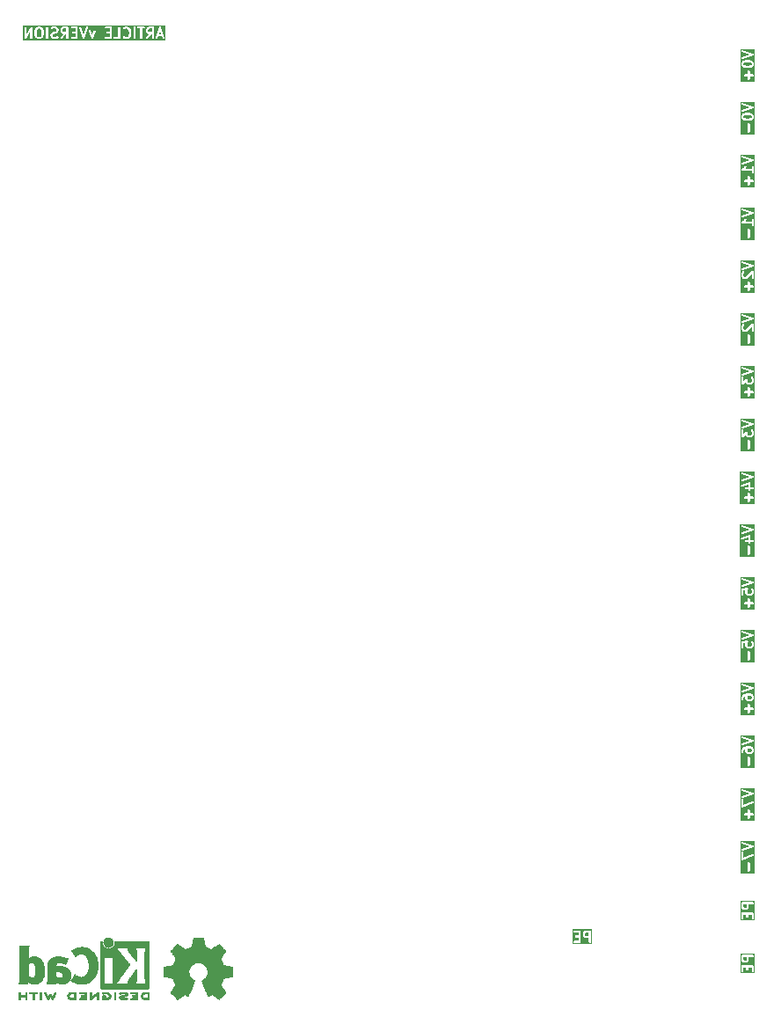
<source format=gbr>
%TF.GenerationSoftware,KiCad,Pcbnew,8.0.7-8.0.7-0~ubuntu24.04.1*%
%TF.CreationDate,2025-01-30T14:53:14+03:00*%
%TF.ProjectId,main,6d61696e-2e6b-4696-9361-645f70636258,rev?*%
%TF.SameCoordinates,Original*%
%TF.FileFunction,Legend,Bot*%
%TF.FilePolarity,Positive*%
%FSLAX46Y46*%
G04 Gerber Fmt 4.6, Leading zero omitted, Abs format (unit mm)*
G04 Created by KiCad (PCBNEW 8.0.7-8.0.7-0~ubuntu24.04.1) date 2025-01-30 14:53:14*
%MOMM*%
%LPD*%
G01*
G04 APERTURE LIST*
%ADD10C,0.200000*%
%ADD11C,0.010000*%
%ADD12C,3.200000*%
%ADD13C,2.200000*%
%ADD14O,6.350000X6.350000*%
G04 APERTURE END LIST*
D10*
G36*
X38603330Y31195095D02*
G01*
X37181108Y31195095D01*
X37181108Y31804747D01*
X37532235Y31804747D01*
X37532235Y31765729D01*
X37547167Y31729681D01*
X37574757Y31702091D01*
X37610805Y31687159D01*
X37630314Y31685238D01*
X37911266Y31685238D01*
X37911266Y31404285D01*
X37913187Y31384776D01*
X37928119Y31348728D01*
X37955709Y31321138D01*
X37991757Y31306206D01*
X38030775Y31306206D01*
X38066823Y31321138D01*
X38094413Y31348728D01*
X38109345Y31384776D01*
X38111266Y31404285D01*
X38111266Y31685238D01*
X38392219Y31685238D01*
X38411728Y31687159D01*
X38447776Y31702091D01*
X38475366Y31729681D01*
X38490298Y31765729D01*
X38490298Y31804747D01*
X38475366Y31840795D01*
X38447776Y31868385D01*
X38411728Y31883317D01*
X38392219Y31885238D01*
X38111266Y31885238D01*
X38111266Y32166190D01*
X38109345Y32185699D01*
X38094413Y32221747D01*
X38066823Y32249337D01*
X38030775Y32264269D01*
X37991757Y32264269D01*
X37955709Y32249337D01*
X37928119Y32221747D01*
X37913187Y32185699D01*
X37911266Y32166190D01*
X37911266Y31885238D01*
X37630314Y31885238D01*
X37610805Y31883317D01*
X37574757Y31868385D01*
X37547167Y31840795D01*
X37532235Y31804747D01*
X37181108Y31804747D01*
X37181108Y32880581D01*
X37292219Y32880581D01*
X37294140Y32870871D01*
X37294140Y32860967D01*
X37297889Y32851915D01*
X37299791Y32842304D01*
X37305283Y32834066D01*
X37309072Y32824919D01*
X37315998Y32817993D01*
X37321434Y32809839D01*
X37329662Y32804329D01*
X37336662Y32797329D01*
X37345713Y32793580D01*
X37353854Y32788128D01*
X37363561Y32786187D01*
X37372710Y32782397D01*
X37392012Y32780497D01*
X37392114Y32780476D01*
X37392148Y32780483D01*
X37392219Y32780476D01*
X38292219Y32780476D01*
X38292219Y32594762D01*
X38294140Y32575253D01*
X38309072Y32539205D01*
X38336662Y32511615D01*
X38372710Y32496683D01*
X38411728Y32496683D01*
X38447776Y32511615D01*
X38475366Y32539205D01*
X38490298Y32575253D01*
X38492219Y32594762D01*
X38492219Y33166190D01*
X38490298Y33185699D01*
X38475366Y33221747D01*
X38447776Y33249337D01*
X38411728Y33264269D01*
X38372710Y33264269D01*
X38336662Y33249337D01*
X38309072Y33221747D01*
X38294140Y33185699D01*
X38292219Y33166190D01*
X38292219Y32980476D01*
X37681260Y32980476D01*
X37701025Y33000241D01*
X37707316Y33007908D01*
X37709314Y33009640D01*
X37711209Y33012652D01*
X37713461Y33015395D01*
X37714470Y33017833D01*
X37719757Y33026231D01*
X37767376Y33121468D01*
X37774382Y33139777D01*
X37777148Y33178697D01*
X37764809Y33215713D01*
X37739244Y33245190D01*
X37704346Y33262639D01*
X37665426Y33265404D01*
X37628410Y33253066D01*
X37598933Y33227501D01*
X37588490Y33210911D01*
X37548129Y33130189D01*
X37471365Y33053425D01*
X37336749Y32963681D01*
X37336694Y32963637D01*
X37336662Y32963623D01*
X37336588Y32963550D01*
X37321582Y32951261D01*
X37316071Y32943033D01*
X37309072Y32936033D01*
X37305322Y32926982D01*
X37299871Y32918841D01*
X37297929Y32909134D01*
X37294140Y32899985D01*
X37294140Y32890186D01*
X37292219Y32880581D01*
X37181108Y32880581D01*
X37181108Y34131078D01*
X37293004Y34131078D01*
X37295770Y34092158D01*
X37313220Y34057259D01*
X37342696Y34031694D01*
X37360596Y34023703D01*
X38075991Y33785238D01*
X37360596Y33546773D01*
X37342696Y33538782D01*
X37313220Y33513217D01*
X37295770Y33478318D01*
X37293004Y33439398D01*
X37305342Y33402382D01*
X37330907Y33372906D01*
X37365806Y33355456D01*
X37404726Y33352690D01*
X37423842Y33357037D01*
X38423841Y33690370D01*
X38441742Y33698361D01*
X38447143Y33703046D01*
X38453530Y33706239D01*
X38461742Y33715708D01*
X38471218Y33723926D01*
X38474413Y33730318D01*
X38479095Y33735715D01*
X38483061Y33747613D01*
X38488667Y33758825D01*
X38489173Y33765950D01*
X38491434Y33772731D01*
X38490544Y33785238D01*
X38491434Y33797745D01*
X38489173Y33804527D01*
X38488667Y33811651D01*
X38483061Y33822864D01*
X38479095Y33834761D01*
X38474413Y33840159D01*
X38471218Y33846550D01*
X38461742Y33854769D01*
X38453530Y33864237D01*
X38447143Y33867431D01*
X38441742Y33872115D01*
X38423841Y33880106D01*
X37423842Y34213439D01*
X37404726Y34217786D01*
X37365806Y34215020D01*
X37330907Y34197570D01*
X37305342Y34168094D01*
X37293004Y34131078D01*
X37181108Y34131078D01*
X37181108Y34328897D01*
X38603330Y34328897D01*
X38603330Y31195095D01*
G37*
G36*
X38602545Y-34844905D02*
G01*
X37181108Y-34844905D01*
X37181108Y-33873810D01*
X37911266Y-33873810D01*
X37911266Y-34635715D01*
X37913187Y-34655224D01*
X37928119Y-34691272D01*
X37955709Y-34718862D01*
X37991757Y-34733794D01*
X38030775Y-34733794D01*
X38066823Y-34718862D01*
X38094413Y-34691272D01*
X38109345Y-34655224D01*
X38111266Y-34635715D01*
X38111266Y-33873810D01*
X38109345Y-33854301D01*
X38094413Y-33818253D01*
X38066823Y-33790663D01*
X38030775Y-33775731D01*
X37991757Y-33775731D01*
X37955709Y-33790663D01*
X37928119Y-33818253D01*
X37913187Y-33854301D01*
X37911266Y-33873810D01*
X37181108Y-33873810D01*
X37181108Y-32826191D01*
X37292219Y-32826191D01*
X37292219Y-33492857D01*
X37294140Y-33512366D01*
X37294377Y-33512939D01*
X37294385Y-33513561D01*
X37301851Y-33530982D01*
X37309072Y-33548414D01*
X37309509Y-33548851D01*
X37309755Y-33549424D01*
X37323303Y-33562645D01*
X37336662Y-33576004D01*
X37337236Y-33576241D01*
X37337680Y-33576675D01*
X37355212Y-33583688D01*
X37372710Y-33590936D01*
X37373332Y-33590936D01*
X37373907Y-33591166D01*
X37392799Y-33590936D01*
X37411728Y-33590936D01*
X37412301Y-33590698D01*
X37412923Y-33590691D01*
X37431611Y-33584772D01*
X38431611Y-33156201D01*
X38448785Y-33146750D01*
X38476037Y-33118825D01*
X38490528Y-33082598D01*
X38490052Y-33043583D01*
X38474682Y-33007719D01*
X38446758Y-32980468D01*
X38410530Y-32965977D01*
X38371515Y-32966452D01*
X38352827Y-32972372D01*
X37492219Y-33341202D01*
X37492219Y-32826191D01*
X37490298Y-32806682D01*
X37475366Y-32770634D01*
X37447776Y-32743044D01*
X37411728Y-32728112D01*
X37372710Y-32728112D01*
X37336662Y-32743044D01*
X37309072Y-32770634D01*
X37294140Y-32806682D01*
X37292219Y-32826191D01*
X37181108Y-32826191D01*
X37181108Y-31908922D01*
X37293004Y-31908922D01*
X37295770Y-31947842D01*
X37313220Y-31982741D01*
X37342696Y-32008306D01*
X37360596Y-32016297D01*
X38075991Y-32254762D01*
X37360596Y-32493227D01*
X37342696Y-32501218D01*
X37313220Y-32526783D01*
X37295770Y-32561682D01*
X37293004Y-32600602D01*
X37305342Y-32637618D01*
X37330907Y-32667094D01*
X37365806Y-32684544D01*
X37404726Y-32687310D01*
X37423842Y-32682963D01*
X38423841Y-32349630D01*
X38441742Y-32341639D01*
X38447143Y-32336954D01*
X38453530Y-32333761D01*
X38461742Y-32324292D01*
X38471218Y-32316074D01*
X38474413Y-32309682D01*
X38479095Y-32304285D01*
X38483061Y-32292387D01*
X38488667Y-32281175D01*
X38489173Y-32274050D01*
X38491434Y-32267269D01*
X38490544Y-32254762D01*
X38491434Y-32242255D01*
X38489173Y-32235473D01*
X38488667Y-32228349D01*
X38483061Y-32217136D01*
X38479095Y-32205239D01*
X38474413Y-32199841D01*
X38471218Y-32193450D01*
X38461742Y-32185231D01*
X38453530Y-32175763D01*
X38447143Y-32172569D01*
X38441742Y-32167885D01*
X38423841Y-32159894D01*
X37423842Y-31826561D01*
X37404726Y-31822214D01*
X37365806Y-31824980D01*
X37330907Y-31842430D01*
X37305342Y-31871906D01*
X37293004Y-31908922D01*
X37181108Y-31908922D01*
X37181108Y-31711103D01*
X38602545Y-31711103D01*
X38602545Y-34844905D01*
G37*
G36*
X38603330Y15955095D02*
G01*
X37181108Y15955095D01*
X37181108Y16926190D01*
X37911266Y16926190D01*
X37911266Y16164285D01*
X37913187Y16144776D01*
X37928119Y16108728D01*
X37955709Y16081138D01*
X37991757Y16066206D01*
X38030775Y16066206D01*
X38066823Y16081138D01*
X38094413Y16108728D01*
X38109345Y16144776D01*
X38111266Y16164285D01*
X38111266Y16926190D01*
X38109345Y16945699D01*
X38094413Y16981747D01*
X38066823Y17009337D01*
X38030775Y17024269D01*
X37991757Y17024269D01*
X37955709Y17009337D01*
X37928119Y16981747D01*
X37913187Y16945699D01*
X37911266Y16926190D01*
X37181108Y16926190D01*
X37181108Y17783333D01*
X37292219Y17783333D01*
X37292219Y17545238D01*
X37294140Y17525729D01*
X37295515Y17522409D01*
X37295770Y17518825D01*
X37302776Y17500517D01*
X37350395Y17405279D01*
X37355680Y17396883D01*
X37356691Y17394443D01*
X37358944Y17391697D01*
X37360838Y17388689D01*
X37362832Y17386960D01*
X37369127Y17379289D01*
X37416746Y17331671D01*
X37424412Y17325379D01*
X37426145Y17323381D01*
X37429153Y17321488D01*
X37431899Y17319234D01*
X37434339Y17318224D01*
X37442736Y17312938D01*
X37537973Y17265319D01*
X37556282Y17258313D01*
X37559865Y17258059D01*
X37563186Y17256683D01*
X37582695Y17254762D01*
X37677933Y17254762D01*
X37687806Y17255735D01*
X37690440Y17255547D01*
X37693903Y17256335D01*
X37697442Y17256683D01*
X37699884Y17257695D01*
X37709556Y17259894D01*
X37852412Y17307513D01*
X37870313Y17315504D01*
X37873028Y17317860D01*
X37876347Y17319234D01*
X37891501Y17331670D01*
X38292219Y17732388D01*
X38292219Y17354762D01*
X38294140Y17335253D01*
X38309072Y17299205D01*
X38336662Y17271615D01*
X38372710Y17256683D01*
X38411728Y17256683D01*
X38447776Y17271615D01*
X38475366Y17299205D01*
X38490298Y17335253D01*
X38492219Y17354762D01*
X38492219Y17973809D01*
X38490298Y17993318D01*
X38475366Y18029366D01*
X38447776Y18056956D01*
X38411728Y18071888D01*
X38372710Y18071888D01*
X38336662Y18056956D01*
X38321508Y18044520D01*
X37766770Y17489784D01*
X37661706Y17454762D01*
X37606302Y17454762D01*
X37546692Y17484567D01*
X37522024Y17509236D01*
X37492219Y17568846D01*
X37492219Y17759726D01*
X37522024Y17819336D01*
X37558167Y17855479D01*
X37570604Y17870632D01*
X37585535Y17906681D01*
X37585535Y17945699D01*
X37570604Y17981747D01*
X37543014Y18009337D01*
X37506966Y18024268D01*
X37467948Y18024268D01*
X37431899Y18009337D01*
X37416746Y17996900D01*
X37369127Y17949282D01*
X37362832Y17941612D01*
X37360838Y17939882D01*
X37358944Y17936875D01*
X37356691Y17934128D01*
X37355680Y17931689D01*
X37350395Y17923292D01*
X37302776Y17828054D01*
X37295770Y17809746D01*
X37295515Y17806163D01*
X37294140Y17802842D01*
X37292219Y17783333D01*
X37181108Y17783333D01*
X37181108Y18891078D01*
X37293004Y18891078D01*
X37295770Y18852158D01*
X37313220Y18817259D01*
X37342696Y18791694D01*
X37360596Y18783703D01*
X38075991Y18545238D01*
X37360596Y18306773D01*
X37342696Y18298782D01*
X37313220Y18273217D01*
X37295770Y18238318D01*
X37293004Y18199398D01*
X37305342Y18162382D01*
X37330907Y18132906D01*
X37365806Y18115456D01*
X37404726Y18112690D01*
X37423842Y18117037D01*
X38423841Y18450370D01*
X38441742Y18458361D01*
X38447143Y18463046D01*
X38453530Y18466239D01*
X38461742Y18475708D01*
X38471218Y18483926D01*
X38474413Y18490318D01*
X38479095Y18495715D01*
X38483061Y18507613D01*
X38488667Y18518825D01*
X38489173Y18525950D01*
X38491434Y18532731D01*
X38490544Y18545238D01*
X38491434Y18557745D01*
X38489173Y18564527D01*
X38488667Y18571651D01*
X38483061Y18582864D01*
X38479095Y18594761D01*
X38474413Y18600159D01*
X38471218Y18606550D01*
X38461742Y18614769D01*
X38453530Y18624237D01*
X38447143Y18627431D01*
X38441742Y18632115D01*
X38423841Y18640106D01*
X37423842Y18973439D01*
X37404726Y18977786D01*
X37365806Y18975020D01*
X37330907Y18957570D01*
X37305342Y18928094D01*
X37293004Y18891078D01*
X37181108Y18891078D01*
X37181108Y19088897D01*
X38603330Y19088897D01*
X38603330Y15955095D01*
G37*
G36*
X38603330Y-9444905D02*
G01*
X37181108Y-9444905D01*
X37181108Y-8835253D01*
X37532235Y-8835253D01*
X37532235Y-8874271D01*
X37547167Y-8910319D01*
X37574757Y-8937909D01*
X37610805Y-8952841D01*
X37630314Y-8954762D01*
X37911266Y-8954762D01*
X37911266Y-9235715D01*
X37913187Y-9255224D01*
X37928119Y-9291272D01*
X37955709Y-9318862D01*
X37991757Y-9333794D01*
X38030775Y-9333794D01*
X38066823Y-9318862D01*
X38094413Y-9291272D01*
X38109345Y-9255224D01*
X38111266Y-9235715D01*
X38111266Y-8954762D01*
X38392219Y-8954762D01*
X38411728Y-8952841D01*
X38447776Y-8937909D01*
X38475366Y-8910319D01*
X38490298Y-8874271D01*
X38490298Y-8835253D01*
X38475366Y-8799205D01*
X38447776Y-8771615D01*
X38411728Y-8756683D01*
X38392219Y-8754762D01*
X38111266Y-8754762D01*
X38111266Y-8473810D01*
X38109345Y-8454301D01*
X38094413Y-8418253D01*
X38066823Y-8390663D01*
X38030775Y-8375731D01*
X37991757Y-8375731D01*
X37955709Y-8390663D01*
X37928119Y-8418253D01*
X37913187Y-8454301D01*
X37911266Y-8473810D01*
X37911266Y-8754762D01*
X37630314Y-8754762D01*
X37610805Y-8756683D01*
X37574757Y-8771615D01*
X37547167Y-8799205D01*
X37532235Y-8835253D01*
X37181108Y-8835253D01*
X37181108Y-7521429D01*
X37292219Y-7521429D01*
X37292219Y-7997619D01*
X37294140Y-8017128D01*
X37309072Y-8053176D01*
X37336662Y-8080766D01*
X37372710Y-8095698D01*
X37411728Y-8095698D01*
X37447776Y-8080766D01*
X37475366Y-8053176D01*
X37490298Y-8017128D01*
X37492219Y-7997619D01*
X37492219Y-7611928D01*
X37676491Y-7593500D01*
X37676467Y-7593837D01*
X37675092Y-7597158D01*
X37673171Y-7616667D01*
X37673171Y-7854762D01*
X37675092Y-7874271D01*
X37676467Y-7877591D01*
X37676722Y-7881175D01*
X37683728Y-7899483D01*
X37731347Y-7994721D01*
X37736632Y-8003117D01*
X37737643Y-8005557D01*
X37739896Y-8008303D01*
X37741790Y-8011311D01*
X37743784Y-8013040D01*
X37750079Y-8020711D01*
X37797698Y-8068329D01*
X37805364Y-8074621D01*
X37807097Y-8076619D01*
X37810105Y-8078512D01*
X37812851Y-8080766D01*
X37815291Y-8081776D01*
X37823688Y-8087062D01*
X37918925Y-8134681D01*
X37937234Y-8141687D01*
X37940817Y-8141941D01*
X37944138Y-8143317D01*
X37963647Y-8145238D01*
X38201742Y-8145238D01*
X38221251Y-8143317D01*
X38224571Y-8141941D01*
X38228155Y-8141687D01*
X38246463Y-8134681D01*
X38341701Y-8087062D01*
X38350093Y-8081778D01*
X38352537Y-8080767D01*
X38355286Y-8078510D01*
X38358291Y-8076619D01*
X38360020Y-8074624D01*
X38367690Y-8068330D01*
X38415310Y-8020712D01*
X38421603Y-8013043D01*
X38423600Y-8011312D01*
X38425493Y-8008303D01*
X38427747Y-8005558D01*
X38428757Y-8003117D01*
X38434043Y-7994721D01*
X38481662Y-7899484D01*
X38488668Y-7881175D01*
X38488922Y-7877591D01*
X38490298Y-7874271D01*
X38492219Y-7854762D01*
X38492219Y-7616667D01*
X38490298Y-7597158D01*
X38488922Y-7593837D01*
X38488668Y-7590254D01*
X38481662Y-7571945D01*
X38434043Y-7476708D01*
X38428757Y-7468311D01*
X38427747Y-7465871D01*
X38425493Y-7463125D01*
X38423600Y-7460117D01*
X38421603Y-7458385D01*
X38415310Y-7450717D01*
X38367690Y-7403099D01*
X38352537Y-7390662D01*
X38316488Y-7375731D01*
X38277470Y-7375732D01*
X38241422Y-7390663D01*
X38213832Y-7418253D01*
X38198901Y-7454302D01*
X38198902Y-7493320D01*
X38213833Y-7529368D01*
X38226270Y-7544521D01*
X38262414Y-7580664D01*
X38292219Y-7640274D01*
X38292219Y-7831155D01*
X38262414Y-7890764D01*
X38237746Y-7915431D01*
X38178135Y-7945238D01*
X37987254Y-7945238D01*
X37927644Y-7915433D01*
X37902976Y-7890764D01*
X37873171Y-7831154D01*
X37873171Y-7640274D01*
X37902976Y-7580664D01*
X37939119Y-7544521D01*
X37951556Y-7529368D01*
X37953483Y-7524713D01*
X37956671Y-7520818D01*
X37960893Y-7506824D01*
X37966487Y-7493319D01*
X37966487Y-7488285D01*
X37967942Y-7483463D01*
X37966487Y-7468911D01*
X37966487Y-7454301D01*
X37964561Y-7449651D01*
X37964060Y-7444639D01*
X37957148Y-7431755D01*
X37951556Y-7418253D01*
X37947995Y-7414692D01*
X37945615Y-7410255D01*
X37934302Y-7400999D01*
X37923966Y-7390663D01*
X37919313Y-7388735D01*
X37915417Y-7385548D01*
X37901422Y-7381325D01*
X37887918Y-7375732D01*
X37882884Y-7375732D01*
X37878062Y-7374277D01*
X37858459Y-7374306D01*
X37382269Y-7421925D01*
X37375160Y-7423350D01*
X37372710Y-7423350D01*
X37370412Y-7424301D01*
X37363048Y-7425778D01*
X37350167Y-7432687D01*
X37336662Y-7438282D01*
X37333101Y-7441842D01*
X37328664Y-7444223D01*
X37319408Y-7455535D01*
X37309072Y-7465872D01*
X37307144Y-7470524D01*
X37303957Y-7474421D01*
X37299736Y-7488410D01*
X37294140Y-7501920D01*
X37293403Y-7509397D01*
X37292686Y-7511776D01*
X37292929Y-7514212D01*
X37292219Y-7521429D01*
X37181108Y-7521429D01*
X37181108Y-6508922D01*
X37293004Y-6508922D01*
X37295770Y-6547842D01*
X37313220Y-6582741D01*
X37342696Y-6608306D01*
X37360596Y-6616297D01*
X38075991Y-6854762D01*
X37360596Y-7093227D01*
X37342696Y-7101218D01*
X37313220Y-7126783D01*
X37295770Y-7161682D01*
X37293004Y-7200602D01*
X37305342Y-7237618D01*
X37330907Y-7267094D01*
X37365806Y-7284544D01*
X37404726Y-7287310D01*
X37423842Y-7282963D01*
X38423841Y-6949630D01*
X38441742Y-6941639D01*
X38447143Y-6936954D01*
X38453530Y-6933761D01*
X38461742Y-6924292D01*
X38471218Y-6916074D01*
X38474413Y-6909682D01*
X38479095Y-6904285D01*
X38483061Y-6892387D01*
X38488667Y-6881175D01*
X38489173Y-6874050D01*
X38491434Y-6867269D01*
X38490544Y-6854762D01*
X38491434Y-6842255D01*
X38489173Y-6835473D01*
X38488667Y-6828349D01*
X38483061Y-6817136D01*
X38479095Y-6805239D01*
X38474413Y-6799841D01*
X38471218Y-6793450D01*
X38461742Y-6785231D01*
X38453530Y-6775763D01*
X38447143Y-6772569D01*
X38441742Y-6767885D01*
X38423841Y-6759894D01*
X37423842Y-6426561D01*
X37404726Y-6422214D01*
X37365806Y-6424980D01*
X37330907Y-6442430D01*
X37305342Y-6471906D01*
X37293004Y-6508922D01*
X37181108Y-6508922D01*
X37181108Y-6311103D01*
X38603330Y-6311103D01*
X38603330Y-9444905D01*
G37*
G36*
X38603330Y26115095D02*
G01*
X37181108Y26115095D01*
X37181108Y27086190D01*
X37911266Y27086190D01*
X37911266Y26324285D01*
X37913187Y26304776D01*
X37928119Y26268728D01*
X37955709Y26241138D01*
X37991757Y26226206D01*
X38030775Y26226206D01*
X38066823Y26241138D01*
X38094413Y26268728D01*
X38109345Y26304776D01*
X38111266Y26324285D01*
X38111266Y27086190D01*
X38109345Y27105699D01*
X38094413Y27141747D01*
X38066823Y27169337D01*
X38030775Y27184269D01*
X37991757Y27184269D01*
X37955709Y27169337D01*
X37928119Y27141747D01*
X37913187Y27105699D01*
X37911266Y27086190D01*
X37181108Y27086190D01*
X37181108Y27800581D01*
X37292219Y27800581D01*
X37294140Y27790871D01*
X37294140Y27780967D01*
X37297889Y27771915D01*
X37299791Y27762304D01*
X37305283Y27754066D01*
X37309072Y27744919D01*
X37315998Y27737993D01*
X37321434Y27729839D01*
X37329662Y27724329D01*
X37336662Y27717329D01*
X37345713Y27713580D01*
X37353854Y27708128D01*
X37363561Y27706187D01*
X37372710Y27702397D01*
X37392012Y27700497D01*
X37392114Y27700476D01*
X37392148Y27700483D01*
X37392219Y27700476D01*
X38292219Y27700476D01*
X38292219Y27514762D01*
X38294140Y27495253D01*
X38309072Y27459205D01*
X38336662Y27431615D01*
X38372710Y27416683D01*
X38411728Y27416683D01*
X38447776Y27431615D01*
X38475366Y27459205D01*
X38490298Y27495253D01*
X38492219Y27514762D01*
X38492219Y28086190D01*
X38490298Y28105699D01*
X38475366Y28141747D01*
X38447776Y28169337D01*
X38411728Y28184269D01*
X38372710Y28184269D01*
X38336662Y28169337D01*
X38309072Y28141747D01*
X38294140Y28105699D01*
X38292219Y28086190D01*
X38292219Y27900476D01*
X37681260Y27900476D01*
X37701025Y27920241D01*
X37707316Y27927908D01*
X37709314Y27929640D01*
X37711209Y27932652D01*
X37713461Y27935395D01*
X37714470Y27937833D01*
X37719757Y27946231D01*
X37767376Y28041468D01*
X37774382Y28059777D01*
X37777148Y28098697D01*
X37764809Y28135713D01*
X37739244Y28165190D01*
X37704346Y28182639D01*
X37665426Y28185404D01*
X37628410Y28173066D01*
X37598933Y28147501D01*
X37588490Y28130911D01*
X37548129Y28050189D01*
X37471365Y27973425D01*
X37336749Y27883681D01*
X37336694Y27883637D01*
X37336662Y27883623D01*
X37336588Y27883550D01*
X37321582Y27871261D01*
X37316071Y27863033D01*
X37309072Y27856033D01*
X37305322Y27846982D01*
X37299871Y27838841D01*
X37297929Y27829134D01*
X37294140Y27819985D01*
X37294140Y27810186D01*
X37292219Y27800581D01*
X37181108Y27800581D01*
X37181108Y29051078D01*
X37293004Y29051078D01*
X37295770Y29012158D01*
X37313220Y28977259D01*
X37342696Y28951694D01*
X37360596Y28943703D01*
X38075991Y28705238D01*
X37360596Y28466773D01*
X37342696Y28458782D01*
X37313220Y28433217D01*
X37295770Y28398318D01*
X37293004Y28359398D01*
X37305342Y28322382D01*
X37330907Y28292906D01*
X37365806Y28275456D01*
X37404726Y28272690D01*
X37423842Y28277037D01*
X38423841Y28610370D01*
X38441742Y28618361D01*
X38447143Y28623046D01*
X38453530Y28626239D01*
X38461742Y28635708D01*
X38471218Y28643926D01*
X38474413Y28650318D01*
X38479095Y28655715D01*
X38483061Y28667613D01*
X38488667Y28678825D01*
X38489173Y28685950D01*
X38491434Y28692731D01*
X38490544Y28705238D01*
X38491434Y28717745D01*
X38489173Y28724527D01*
X38488667Y28731651D01*
X38483061Y28742864D01*
X38479095Y28754761D01*
X38474413Y28760159D01*
X38471218Y28766550D01*
X38461742Y28774769D01*
X38453530Y28784237D01*
X38447143Y28787431D01*
X38441742Y28792115D01*
X38423841Y28800106D01*
X37423842Y29133439D01*
X37404726Y29137786D01*
X37365806Y29135020D01*
X37330907Y29117570D01*
X37305342Y29088094D01*
X37293004Y29051078D01*
X37181108Y29051078D01*
X37181108Y29248897D01*
X38603330Y29248897D01*
X38603330Y26115095D01*
G37*
G36*
X37816028Y-38073059D02*
G01*
X37786223Y-38132668D01*
X37761554Y-38157336D01*
X37701945Y-38187142D01*
X37606302Y-38187142D01*
X37546692Y-38157337D01*
X37522024Y-38132668D01*
X37492219Y-38073058D01*
X37492219Y-37815714D01*
X37816028Y-37815714D01*
X37816028Y-38073059D01*
G37*
G36*
X38603330Y-39401094D02*
G01*
X37181108Y-39401094D01*
X37181108Y-38715714D01*
X37292219Y-38715714D01*
X37292219Y-39191904D01*
X37294140Y-39211413D01*
X37309072Y-39247461D01*
X37336662Y-39275051D01*
X37372710Y-39289983D01*
X37411728Y-39289983D01*
X37447776Y-39275051D01*
X37475366Y-39247461D01*
X37490298Y-39211413D01*
X37492219Y-39191904D01*
X37492219Y-38815714D01*
X37768409Y-38815714D01*
X37768409Y-39049047D01*
X37770330Y-39068556D01*
X37785262Y-39104604D01*
X37812852Y-39132194D01*
X37848900Y-39147126D01*
X37887918Y-39147126D01*
X37923966Y-39132194D01*
X37951556Y-39104604D01*
X37966488Y-39068556D01*
X37968409Y-39049047D01*
X37968409Y-38815714D01*
X38292219Y-38815714D01*
X38292219Y-39191904D01*
X38294140Y-39211413D01*
X38309072Y-39247461D01*
X38336662Y-39275051D01*
X38372710Y-39289983D01*
X38411728Y-39289983D01*
X38447776Y-39275051D01*
X38475366Y-39247461D01*
X38490298Y-39211413D01*
X38492219Y-39191904D01*
X38492219Y-38715714D01*
X38490298Y-38696205D01*
X38475366Y-38660157D01*
X38447776Y-38632567D01*
X38411728Y-38617635D01*
X38392219Y-38615714D01*
X37392219Y-38615714D01*
X37372710Y-38617635D01*
X37336662Y-38632567D01*
X37309072Y-38660157D01*
X37294140Y-38696205D01*
X37292219Y-38715714D01*
X37181108Y-38715714D01*
X37181108Y-37715714D01*
X37292219Y-37715714D01*
X37292219Y-38096666D01*
X37294140Y-38116175D01*
X37295515Y-38119495D01*
X37295770Y-38123079D01*
X37302776Y-38141387D01*
X37350395Y-38236625D01*
X37355680Y-38245021D01*
X37356691Y-38247461D01*
X37358944Y-38250207D01*
X37360838Y-38253215D01*
X37362832Y-38254944D01*
X37369127Y-38262615D01*
X37416746Y-38310233D01*
X37424412Y-38316525D01*
X37426145Y-38318523D01*
X37429153Y-38320416D01*
X37431899Y-38322670D01*
X37434339Y-38323680D01*
X37442736Y-38328966D01*
X37537973Y-38376585D01*
X37556282Y-38383591D01*
X37559865Y-38383845D01*
X37563186Y-38385221D01*
X37582695Y-38387142D01*
X37725552Y-38387142D01*
X37745061Y-38385221D01*
X37748381Y-38383845D01*
X37751965Y-38383591D01*
X37770273Y-38376585D01*
X37865511Y-38328966D01*
X37873907Y-38323680D01*
X37876347Y-38322670D01*
X37879093Y-38320416D01*
X37882101Y-38318523D01*
X37883830Y-38316528D01*
X37891501Y-38310234D01*
X37939119Y-38262615D01*
X37945411Y-38254948D01*
X37947409Y-38253216D01*
X37949302Y-38250207D01*
X37951556Y-38247462D01*
X37952566Y-38245021D01*
X37957852Y-38236625D01*
X38005471Y-38141388D01*
X38012477Y-38123079D01*
X38012731Y-38119495D01*
X38014107Y-38116175D01*
X38016028Y-38096666D01*
X38016028Y-37815714D01*
X38392219Y-37815714D01*
X38411728Y-37813793D01*
X38447776Y-37798861D01*
X38475366Y-37771271D01*
X38490298Y-37735223D01*
X38490298Y-37696205D01*
X38475366Y-37660157D01*
X38447776Y-37632567D01*
X38411728Y-37617635D01*
X38392219Y-37615714D01*
X37392219Y-37615714D01*
X37372710Y-37617635D01*
X37336662Y-37632567D01*
X37309072Y-37660157D01*
X37294140Y-37696205D01*
X37292219Y-37715714D01*
X37181108Y-37715714D01*
X37181108Y-37504603D01*
X38603330Y-37504603D01*
X38603330Y-39401094D01*
G37*
G36*
X38602545Y715095D02*
G01*
X37134274Y715095D01*
X37134274Y1324747D01*
X37532235Y1324747D01*
X37532235Y1285729D01*
X37547167Y1249681D01*
X37574757Y1222091D01*
X37610805Y1207159D01*
X37630314Y1205238D01*
X37911266Y1205238D01*
X37911266Y924285D01*
X37913187Y904776D01*
X37928119Y868728D01*
X37955709Y841138D01*
X37991757Y826206D01*
X38030775Y826206D01*
X38066823Y841138D01*
X38094413Y868728D01*
X38109345Y904776D01*
X38111266Y924285D01*
X38111266Y1205238D01*
X38392219Y1205238D01*
X38411728Y1207159D01*
X38447776Y1222091D01*
X38475366Y1249681D01*
X38490298Y1285729D01*
X38490298Y1324747D01*
X38475366Y1360795D01*
X38447776Y1388385D01*
X38411728Y1403317D01*
X38392219Y1405238D01*
X38111266Y1405238D01*
X38111266Y1686190D01*
X38109345Y1705699D01*
X38094413Y1741747D01*
X38066823Y1769337D01*
X38030775Y1784269D01*
X37991757Y1784269D01*
X37955709Y1769337D01*
X37928119Y1741747D01*
X37913187Y1705699D01*
X37911266Y1686190D01*
X37911266Y1405238D01*
X37630314Y1405238D01*
X37610805Y1403317D01*
X37574757Y1388385D01*
X37547167Y1360795D01*
X37532235Y1324747D01*
X37134274Y1324747D01*
X37134274Y2435588D01*
X37245385Y2435588D01*
X37257723Y2398572D01*
X37283288Y2369096D01*
X37318187Y2351646D01*
X37357107Y2348880D01*
X37376223Y2353227D01*
X37958885Y2547448D01*
X37958885Y2310000D01*
X37725552Y2310000D01*
X37706043Y2308079D01*
X37669995Y2293147D01*
X37642405Y2265557D01*
X37627473Y2229509D01*
X37627473Y2190491D01*
X37642405Y2154443D01*
X37669995Y2126853D01*
X37706043Y2111921D01*
X37725552Y2110000D01*
X37958885Y2110000D01*
X37958885Y2067143D01*
X37960806Y2047634D01*
X37975738Y2011586D01*
X38003328Y1983996D01*
X38039376Y1969064D01*
X38078394Y1969064D01*
X38114442Y1983996D01*
X38142032Y2011586D01*
X38156964Y2047634D01*
X38158885Y2067143D01*
X38158885Y2110000D01*
X38392219Y2110000D01*
X38411728Y2111921D01*
X38447776Y2126853D01*
X38475366Y2154443D01*
X38490298Y2190491D01*
X38490298Y2229509D01*
X38475366Y2265557D01*
X38447776Y2293147D01*
X38411728Y2308079D01*
X38392219Y2310000D01*
X38158885Y2310000D01*
X38158885Y2686190D01*
X38157912Y2696064D01*
X38158100Y2698697D01*
X38157466Y2700599D01*
X38156964Y2705699D01*
X38150828Y2720512D01*
X38145761Y2735713D01*
X38143407Y2738427D01*
X38142032Y2741747D01*
X38130693Y2753086D01*
X38120196Y2765189D01*
X38116983Y2766796D01*
X38114442Y2769337D01*
X38099627Y2775474D01*
X38085297Y2782639D01*
X38081714Y2782894D01*
X38078394Y2784269D01*
X38062361Y2784269D01*
X38046377Y2785405D01*
X38041382Y2784269D01*
X38039376Y2784269D01*
X38036934Y2783258D01*
X38027262Y2781058D01*
X37312977Y2542963D01*
X37295077Y2534972D01*
X37265601Y2509407D01*
X37248151Y2474508D01*
X37245385Y2435588D01*
X37134274Y2435588D01*
X37134274Y3651078D01*
X37293004Y3651078D01*
X37295770Y3612158D01*
X37313220Y3577259D01*
X37342696Y3551694D01*
X37360596Y3543703D01*
X38075991Y3305238D01*
X37360596Y3066773D01*
X37342696Y3058782D01*
X37313220Y3033217D01*
X37295770Y2998318D01*
X37293004Y2959398D01*
X37305342Y2922382D01*
X37330907Y2892906D01*
X37365806Y2875456D01*
X37404726Y2872690D01*
X37423842Y2877037D01*
X38423841Y3210370D01*
X38441742Y3218361D01*
X38447143Y3223046D01*
X38453530Y3226239D01*
X38461742Y3235708D01*
X38471218Y3243926D01*
X38474413Y3250318D01*
X38479095Y3255715D01*
X38483061Y3267613D01*
X38488667Y3278825D01*
X38489173Y3285950D01*
X38491434Y3292731D01*
X38490544Y3305238D01*
X38491434Y3317745D01*
X38489173Y3324527D01*
X38488667Y3331651D01*
X38483061Y3342864D01*
X38479095Y3354761D01*
X38474413Y3360159D01*
X38471218Y3366550D01*
X38461742Y3374769D01*
X38453530Y3384237D01*
X38447143Y3387431D01*
X38441742Y3392115D01*
X38423841Y3400106D01*
X37423842Y3733439D01*
X37404726Y3737786D01*
X37365806Y3735020D01*
X37330907Y3717570D01*
X37305342Y3688094D01*
X37293004Y3651078D01*
X37134274Y3651078D01*
X37134274Y3848897D01*
X38602545Y3848897D01*
X38602545Y715095D01*
G37*
G36*
X38602545Y-29764905D02*
G01*
X37181108Y-29764905D01*
X37181108Y-29155253D01*
X37532235Y-29155253D01*
X37532235Y-29194271D01*
X37547167Y-29230319D01*
X37574757Y-29257909D01*
X37610805Y-29272841D01*
X37630314Y-29274762D01*
X37911266Y-29274762D01*
X37911266Y-29555715D01*
X37913187Y-29575224D01*
X37928119Y-29611272D01*
X37955709Y-29638862D01*
X37991757Y-29653794D01*
X38030775Y-29653794D01*
X38066823Y-29638862D01*
X38094413Y-29611272D01*
X38109345Y-29575224D01*
X38111266Y-29555715D01*
X38111266Y-29274762D01*
X38392219Y-29274762D01*
X38411728Y-29272841D01*
X38447776Y-29257909D01*
X38475366Y-29230319D01*
X38490298Y-29194271D01*
X38490298Y-29155253D01*
X38475366Y-29119205D01*
X38447776Y-29091615D01*
X38411728Y-29076683D01*
X38392219Y-29074762D01*
X38111266Y-29074762D01*
X38111266Y-28793810D01*
X38109345Y-28774301D01*
X38094413Y-28738253D01*
X38066823Y-28710663D01*
X38030775Y-28695731D01*
X37991757Y-28695731D01*
X37955709Y-28710663D01*
X37928119Y-28738253D01*
X37913187Y-28774301D01*
X37911266Y-28793810D01*
X37911266Y-29074762D01*
X37630314Y-29074762D01*
X37610805Y-29076683D01*
X37574757Y-29091615D01*
X37547167Y-29119205D01*
X37532235Y-29155253D01*
X37181108Y-29155253D01*
X37181108Y-27746191D01*
X37292219Y-27746191D01*
X37292219Y-28412857D01*
X37294140Y-28432366D01*
X37294377Y-28432939D01*
X37294385Y-28433561D01*
X37301851Y-28450982D01*
X37309072Y-28468414D01*
X37309509Y-28468851D01*
X37309755Y-28469424D01*
X37323303Y-28482645D01*
X37336662Y-28496004D01*
X37337236Y-28496241D01*
X37337680Y-28496675D01*
X37355212Y-28503688D01*
X37372710Y-28510936D01*
X37373332Y-28510936D01*
X37373907Y-28511166D01*
X37392799Y-28510936D01*
X37411728Y-28510936D01*
X37412301Y-28510698D01*
X37412923Y-28510691D01*
X37431611Y-28504772D01*
X38431611Y-28076201D01*
X38448785Y-28066750D01*
X38476037Y-28038825D01*
X38490528Y-28002598D01*
X38490052Y-27963583D01*
X38474682Y-27927719D01*
X38446758Y-27900468D01*
X38410530Y-27885977D01*
X38371515Y-27886452D01*
X38352827Y-27892372D01*
X37492219Y-28261202D01*
X37492219Y-27746191D01*
X37490298Y-27726682D01*
X37475366Y-27690634D01*
X37447776Y-27663044D01*
X37411728Y-27648112D01*
X37372710Y-27648112D01*
X37336662Y-27663044D01*
X37309072Y-27690634D01*
X37294140Y-27726682D01*
X37292219Y-27746191D01*
X37181108Y-27746191D01*
X37181108Y-26828922D01*
X37293004Y-26828922D01*
X37295770Y-26867842D01*
X37313220Y-26902741D01*
X37342696Y-26928306D01*
X37360596Y-26936297D01*
X38075991Y-27174762D01*
X37360596Y-27413227D01*
X37342696Y-27421218D01*
X37313220Y-27446783D01*
X37295770Y-27481682D01*
X37293004Y-27520602D01*
X37305342Y-27557618D01*
X37330907Y-27587094D01*
X37365806Y-27604544D01*
X37404726Y-27607310D01*
X37423842Y-27602963D01*
X38423841Y-27269630D01*
X38441742Y-27261639D01*
X38447143Y-27256954D01*
X38453530Y-27253761D01*
X38461742Y-27244292D01*
X38471218Y-27236074D01*
X38474413Y-27229682D01*
X38479095Y-27224285D01*
X38483061Y-27212387D01*
X38488667Y-27201175D01*
X38489173Y-27194050D01*
X38491434Y-27187269D01*
X38490544Y-27174762D01*
X38491434Y-27162255D01*
X38489173Y-27155473D01*
X38488667Y-27148349D01*
X38483061Y-27137136D01*
X38479095Y-27125239D01*
X38474413Y-27119841D01*
X38471218Y-27113450D01*
X38461742Y-27105231D01*
X38453530Y-27095763D01*
X38447143Y-27092569D01*
X38441742Y-27087885D01*
X38423841Y-27079894D01*
X37423842Y-26746561D01*
X37404726Y-26742214D01*
X37365806Y-26744980D01*
X37330907Y-26762430D01*
X37305342Y-26791906D01*
X37293004Y-26828922D01*
X37181108Y-26828922D01*
X37181108Y-26631103D01*
X38602545Y-26631103D01*
X38602545Y-29764905D01*
G37*
G36*
X38603330Y5795095D02*
G01*
X37181108Y5795095D01*
X37181108Y6766190D01*
X37911266Y6766190D01*
X37911266Y6004285D01*
X37913187Y5984776D01*
X37928119Y5948728D01*
X37955709Y5921138D01*
X37991757Y5906206D01*
X38030775Y5906206D01*
X38066823Y5921138D01*
X38094413Y5948728D01*
X38109345Y5984776D01*
X38111266Y6004285D01*
X38111266Y6766190D01*
X38109345Y6785699D01*
X38094413Y6821747D01*
X38066823Y6849337D01*
X38030775Y6864269D01*
X37991757Y6864269D01*
X37955709Y6849337D01*
X37928119Y6821747D01*
X37913187Y6785699D01*
X37911266Y6766190D01*
X37181108Y6766190D01*
X37181108Y7813809D01*
X37292219Y7813809D01*
X37292219Y7194762D01*
X37293234Y7184445D01*
X37293060Y7181820D01*
X37293671Y7180013D01*
X37294140Y7175253D01*
X37300355Y7160248D01*
X37305560Y7144859D01*
X37307781Y7142320D01*
X37309072Y7139205D01*
X37320556Y7127721D01*
X37331254Y7115495D01*
X37334277Y7114000D01*
X37336662Y7111615D01*
X37351668Y7105399D01*
X37366229Y7098198D01*
X37369594Y7097974D01*
X37372710Y7096683D01*
X37388958Y7096683D01*
X37405161Y7095603D01*
X37408354Y7096683D01*
X37411728Y7096683D01*
X37426733Y7102899D01*
X37442122Y7108103D01*
X37446012Y7110885D01*
X37447776Y7111615D01*
X37449635Y7113475D01*
X37458069Y7119504D01*
X37691923Y7324127D01*
X37731347Y7245279D01*
X37736632Y7236883D01*
X37737643Y7234443D01*
X37739896Y7231697D01*
X37741790Y7228689D01*
X37743784Y7226960D01*
X37750079Y7219289D01*
X37797698Y7171671D01*
X37805364Y7165379D01*
X37807097Y7163381D01*
X37810105Y7161488D01*
X37812851Y7159234D01*
X37815291Y7158224D01*
X37823688Y7152938D01*
X37918925Y7105319D01*
X37937234Y7098313D01*
X37940817Y7098059D01*
X37944138Y7096683D01*
X37963647Y7094762D01*
X38201742Y7094762D01*
X38221251Y7096683D01*
X38224571Y7098059D01*
X38228155Y7098313D01*
X38246463Y7105319D01*
X38341701Y7152938D01*
X38350093Y7158222D01*
X38352537Y7159233D01*
X38355286Y7161490D01*
X38358291Y7163381D01*
X38360020Y7165376D01*
X38367690Y7171670D01*
X38415310Y7219288D01*
X38421603Y7226957D01*
X38423600Y7228688D01*
X38425493Y7231697D01*
X38427747Y7234442D01*
X38428757Y7236883D01*
X38434043Y7245279D01*
X38481662Y7340516D01*
X38488668Y7358825D01*
X38488922Y7362409D01*
X38490298Y7365729D01*
X38492219Y7385238D01*
X38492219Y7670952D01*
X38490298Y7690461D01*
X38488922Y7693782D01*
X38488668Y7697365D01*
X38481662Y7715674D01*
X38434043Y7810911D01*
X38428757Y7819308D01*
X38427747Y7821748D01*
X38425493Y7824494D01*
X38423600Y7827502D01*
X38421603Y7829234D01*
X38415310Y7836902D01*
X38367690Y7884520D01*
X38352537Y7896957D01*
X38316488Y7911888D01*
X38277470Y7911887D01*
X38241422Y7896956D01*
X38213832Y7869366D01*
X38198901Y7833317D01*
X38198902Y7794299D01*
X38213833Y7758251D01*
X38226270Y7743098D01*
X38262414Y7706955D01*
X38292219Y7647345D01*
X38292219Y7408845D01*
X38262414Y7349236D01*
X38237746Y7324569D01*
X38178135Y7294762D01*
X37987254Y7294762D01*
X37927644Y7324567D01*
X37902976Y7349236D01*
X37873171Y7408846D01*
X37873171Y7528095D01*
X37872155Y7538413D01*
X37872330Y7541037D01*
X37871718Y7542845D01*
X37871250Y7547604D01*
X37865035Y7562608D01*
X37859830Y7577999D01*
X37857607Y7580539D01*
X37856318Y7583652D01*
X37844840Y7595130D01*
X37834136Y7607363D01*
X37831111Y7608859D01*
X37828728Y7611242D01*
X37813726Y7617457D01*
X37799161Y7624659D01*
X37795795Y7624884D01*
X37792680Y7626174D01*
X37776432Y7626174D01*
X37760229Y7627254D01*
X37757036Y7626174D01*
X37753662Y7626174D01*
X37738656Y7619959D01*
X37723268Y7614754D01*
X37719377Y7611973D01*
X37717614Y7611242D01*
X37715754Y7609383D01*
X37707321Y7603353D01*
X37492219Y7415139D01*
X37492219Y7813809D01*
X37490298Y7833318D01*
X37475366Y7869366D01*
X37447776Y7896956D01*
X37411728Y7911888D01*
X37372710Y7911888D01*
X37336662Y7896956D01*
X37309072Y7869366D01*
X37294140Y7833318D01*
X37292219Y7813809D01*
X37181108Y7813809D01*
X37181108Y8731078D01*
X37293004Y8731078D01*
X37295770Y8692158D01*
X37313220Y8657259D01*
X37342696Y8631694D01*
X37360596Y8623703D01*
X38075991Y8385238D01*
X37360596Y8146773D01*
X37342696Y8138782D01*
X37313220Y8113217D01*
X37295770Y8078318D01*
X37293004Y8039398D01*
X37305342Y8002382D01*
X37330907Y7972906D01*
X37365806Y7955456D01*
X37404726Y7952690D01*
X37423842Y7957037D01*
X38423841Y8290370D01*
X38441742Y8298361D01*
X38447143Y8303046D01*
X38453530Y8306239D01*
X38461742Y8315708D01*
X38471218Y8323926D01*
X38474413Y8330318D01*
X38479095Y8335715D01*
X38483061Y8347613D01*
X38488667Y8358825D01*
X38489173Y8365950D01*
X38491434Y8372731D01*
X38490544Y8385238D01*
X38491434Y8397745D01*
X38489173Y8404527D01*
X38488667Y8411651D01*
X38483061Y8422864D01*
X38479095Y8434761D01*
X38474413Y8440159D01*
X38471218Y8446550D01*
X38461742Y8454769D01*
X38453530Y8464237D01*
X38447143Y8467431D01*
X38441742Y8472115D01*
X38423841Y8480106D01*
X37423842Y8813439D01*
X37404726Y8817786D01*
X37365806Y8815020D01*
X37330907Y8797570D01*
X37305342Y8768094D01*
X37293004Y8731078D01*
X37181108Y8731078D01*
X37181108Y8928897D01*
X38603330Y8928897D01*
X38603330Y5795095D01*
G37*
G36*
X38237746Y-22843616D02*
G01*
X38262414Y-22868283D01*
X38292219Y-22927893D01*
X38292219Y-23071155D01*
X38262414Y-23130764D01*
X38237746Y-23155431D01*
X38178135Y-23185238D01*
X37987254Y-23185238D01*
X37927644Y-23155433D01*
X37902976Y-23130764D01*
X37873171Y-23071154D01*
X37873171Y-22927893D01*
X37902976Y-22868283D01*
X37927644Y-22843614D01*
X37987254Y-22813810D01*
X38178135Y-22813810D01*
X38237746Y-22843616D01*
G37*
G36*
X38603330Y-24684905D02*
G01*
X37181108Y-24684905D01*
X37181108Y-23713810D01*
X37911266Y-23713810D01*
X37911266Y-24475715D01*
X37913187Y-24495224D01*
X37928119Y-24531272D01*
X37955709Y-24558862D01*
X37991757Y-24573794D01*
X38030775Y-24573794D01*
X38066823Y-24558862D01*
X38094413Y-24531272D01*
X38109345Y-24495224D01*
X38111266Y-24475715D01*
X38111266Y-23713810D01*
X38109345Y-23694301D01*
X38094413Y-23658253D01*
X38066823Y-23630663D01*
X38030775Y-23615731D01*
X37991757Y-23615731D01*
X37955709Y-23630663D01*
X37928119Y-23658253D01*
X37913187Y-23694301D01*
X37911266Y-23713810D01*
X37181108Y-23713810D01*
X37181108Y-22999524D01*
X37292219Y-22999524D01*
X37292219Y-23190000D01*
X37294140Y-23209509D01*
X37309072Y-23245557D01*
X37336662Y-23273147D01*
X37372710Y-23288079D01*
X37411728Y-23288079D01*
X37447776Y-23273147D01*
X37475366Y-23245557D01*
X37490298Y-23209509D01*
X37492219Y-23190000D01*
X37492219Y-23023131D01*
X37522024Y-22963521D01*
X37551165Y-22934379D01*
X37671372Y-22854241D01*
X37688534Y-22849951D01*
X37683728Y-22859565D01*
X37676722Y-22877873D01*
X37676467Y-22881456D01*
X37675092Y-22884777D01*
X37673171Y-22904286D01*
X37673171Y-23094762D01*
X37675092Y-23114271D01*
X37676467Y-23117591D01*
X37676722Y-23121175D01*
X37683728Y-23139483D01*
X37731347Y-23234721D01*
X37736632Y-23243117D01*
X37737643Y-23245557D01*
X37739896Y-23248303D01*
X37741790Y-23251311D01*
X37743784Y-23253040D01*
X37750079Y-23260711D01*
X37797698Y-23308329D01*
X37805364Y-23314621D01*
X37807097Y-23316619D01*
X37810105Y-23318512D01*
X37812851Y-23320766D01*
X37815291Y-23321776D01*
X37823688Y-23327062D01*
X37918925Y-23374681D01*
X37937234Y-23381687D01*
X37940817Y-23381941D01*
X37944138Y-23383317D01*
X37963647Y-23385238D01*
X38201742Y-23385238D01*
X38221251Y-23383317D01*
X38224571Y-23381941D01*
X38228155Y-23381687D01*
X38246463Y-23374681D01*
X38341701Y-23327062D01*
X38350093Y-23321778D01*
X38352537Y-23320767D01*
X38355286Y-23318510D01*
X38358291Y-23316619D01*
X38360020Y-23314624D01*
X38367690Y-23308330D01*
X38415310Y-23260712D01*
X38421603Y-23253043D01*
X38423600Y-23251312D01*
X38425493Y-23248303D01*
X38427747Y-23245558D01*
X38428757Y-23243117D01*
X38434043Y-23234721D01*
X38481662Y-23139484D01*
X38488668Y-23121175D01*
X38488922Y-23117591D01*
X38490298Y-23114271D01*
X38492219Y-23094762D01*
X38492219Y-22904286D01*
X38490298Y-22884777D01*
X38488922Y-22881456D01*
X38488668Y-22877873D01*
X38481662Y-22859564D01*
X38434043Y-22764327D01*
X38428757Y-22755930D01*
X38427747Y-22753490D01*
X38425493Y-22750744D01*
X38423600Y-22747736D01*
X38421603Y-22746004D01*
X38415310Y-22738336D01*
X38367690Y-22690718D01*
X38360020Y-22684423D01*
X38358291Y-22682429D01*
X38355286Y-22680537D01*
X38352537Y-22678281D01*
X38350093Y-22677269D01*
X38341701Y-22671986D01*
X38246463Y-22624367D01*
X38228155Y-22617361D01*
X38224571Y-22617106D01*
X38221251Y-22615731D01*
X38201742Y-22613810D01*
X37820790Y-22613810D01*
X37817387Y-22614145D01*
X37815929Y-22613928D01*
X37808631Y-22615007D01*
X37801281Y-22615731D01*
X37799917Y-22616295D01*
X37796536Y-22616796D01*
X37606060Y-22664415D01*
X37594565Y-22668521D01*
X37592142Y-22669001D01*
X37589945Y-22670171D01*
X37587600Y-22671010D01*
X37585613Y-22672481D01*
X37574844Y-22678224D01*
X37431987Y-22773462D01*
X37431933Y-22773505D01*
X37431899Y-22773520D01*
X37424413Y-22779664D01*
X37416820Y-22785882D01*
X37416798Y-22785913D01*
X37416746Y-22785957D01*
X37369127Y-22833575D01*
X37362832Y-22841245D01*
X37360838Y-22842975D01*
X37358944Y-22845982D01*
X37356691Y-22848729D01*
X37355680Y-22851168D01*
X37350395Y-22859565D01*
X37302776Y-22954803D01*
X37295770Y-22973111D01*
X37295515Y-22976694D01*
X37294140Y-22980015D01*
X37292219Y-22999524D01*
X37181108Y-22999524D01*
X37181108Y-21748922D01*
X37293004Y-21748922D01*
X37295770Y-21787842D01*
X37313220Y-21822741D01*
X37342696Y-21848306D01*
X37360596Y-21856297D01*
X38075991Y-22094762D01*
X37360596Y-22333227D01*
X37342696Y-22341218D01*
X37313220Y-22366783D01*
X37295770Y-22401682D01*
X37293004Y-22440602D01*
X37305342Y-22477618D01*
X37330907Y-22507094D01*
X37365806Y-22524544D01*
X37404726Y-22527310D01*
X37423842Y-22522963D01*
X38423841Y-22189630D01*
X38441742Y-22181639D01*
X38447143Y-22176954D01*
X38453530Y-22173761D01*
X38461742Y-22164292D01*
X38471218Y-22156074D01*
X38474413Y-22149682D01*
X38479095Y-22144285D01*
X38483061Y-22132387D01*
X38488667Y-22121175D01*
X38489173Y-22114050D01*
X38491434Y-22107269D01*
X38490544Y-22094762D01*
X38491434Y-22082255D01*
X38489173Y-22075473D01*
X38488667Y-22068349D01*
X38483061Y-22057136D01*
X38479095Y-22045239D01*
X38474413Y-22039841D01*
X38471218Y-22033450D01*
X38461742Y-22025231D01*
X38453530Y-22015763D01*
X38447143Y-22012569D01*
X38441742Y-22007885D01*
X38423841Y-21999894D01*
X37423842Y-21666561D01*
X37404726Y-21662214D01*
X37365806Y-21664980D01*
X37330907Y-21682430D01*
X37305342Y-21711906D01*
X37293004Y-21748922D01*
X37181108Y-21748922D01*
X37181108Y-21551103D01*
X38603330Y-21551103D01*
X38603330Y-24684905D01*
G37*
G36*
X38603330Y10875095D02*
G01*
X37181108Y10875095D01*
X37181108Y11484747D01*
X37532235Y11484747D01*
X37532235Y11445729D01*
X37547167Y11409681D01*
X37574757Y11382091D01*
X37610805Y11367159D01*
X37630314Y11365238D01*
X37911266Y11365238D01*
X37911266Y11084285D01*
X37913187Y11064776D01*
X37928119Y11028728D01*
X37955709Y11001138D01*
X37991757Y10986206D01*
X38030775Y10986206D01*
X38066823Y11001138D01*
X38094413Y11028728D01*
X38109345Y11064776D01*
X38111266Y11084285D01*
X38111266Y11365238D01*
X38392219Y11365238D01*
X38411728Y11367159D01*
X38447776Y11382091D01*
X38475366Y11409681D01*
X38490298Y11445729D01*
X38490298Y11484747D01*
X38475366Y11520795D01*
X38447776Y11548385D01*
X38411728Y11563317D01*
X38392219Y11565238D01*
X38111266Y11565238D01*
X38111266Y11846190D01*
X38109345Y11865699D01*
X38094413Y11901747D01*
X38066823Y11929337D01*
X38030775Y11944269D01*
X37991757Y11944269D01*
X37955709Y11929337D01*
X37928119Y11901747D01*
X37913187Y11865699D01*
X37911266Y11846190D01*
X37911266Y11565238D01*
X37630314Y11565238D01*
X37610805Y11563317D01*
X37574757Y11548385D01*
X37547167Y11520795D01*
X37532235Y11484747D01*
X37181108Y11484747D01*
X37181108Y12893809D01*
X37292219Y12893809D01*
X37292219Y12274762D01*
X37293234Y12264445D01*
X37293060Y12261820D01*
X37293671Y12260013D01*
X37294140Y12255253D01*
X37300355Y12240248D01*
X37305560Y12224859D01*
X37307781Y12222320D01*
X37309072Y12219205D01*
X37320556Y12207721D01*
X37331254Y12195495D01*
X37334277Y12194000D01*
X37336662Y12191615D01*
X37351668Y12185399D01*
X37366229Y12178198D01*
X37369594Y12177974D01*
X37372710Y12176683D01*
X37388958Y12176683D01*
X37405161Y12175603D01*
X37408354Y12176683D01*
X37411728Y12176683D01*
X37426733Y12182899D01*
X37442122Y12188103D01*
X37446012Y12190885D01*
X37447776Y12191615D01*
X37449635Y12193475D01*
X37458069Y12199504D01*
X37691923Y12404127D01*
X37731347Y12325279D01*
X37736632Y12316883D01*
X37737643Y12314443D01*
X37739896Y12311697D01*
X37741790Y12308689D01*
X37743784Y12306960D01*
X37750079Y12299289D01*
X37797698Y12251671D01*
X37805364Y12245379D01*
X37807097Y12243381D01*
X37810105Y12241488D01*
X37812851Y12239234D01*
X37815291Y12238224D01*
X37823688Y12232938D01*
X37918925Y12185319D01*
X37937234Y12178313D01*
X37940817Y12178059D01*
X37944138Y12176683D01*
X37963647Y12174762D01*
X38201742Y12174762D01*
X38221251Y12176683D01*
X38224571Y12178059D01*
X38228155Y12178313D01*
X38246463Y12185319D01*
X38341701Y12232938D01*
X38350093Y12238222D01*
X38352537Y12239233D01*
X38355286Y12241490D01*
X38358291Y12243381D01*
X38360020Y12245376D01*
X38367690Y12251670D01*
X38415310Y12299288D01*
X38421603Y12306957D01*
X38423600Y12308688D01*
X38425493Y12311697D01*
X38427747Y12314442D01*
X38428757Y12316883D01*
X38434043Y12325279D01*
X38481662Y12420516D01*
X38488668Y12438825D01*
X38488922Y12442409D01*
X38490298Y12445729D01*
X38492219Y12465238D01*
X38492219Y12750952D01*
X38490298Y12770461D01*
X38488922Y12773782D01*
X38488668Y12777365D01*
X38481662Y12795674D01*
X38434043Y12890911D01*
X38428757Y12899308D01*
X38427747Y12901748D01*
X38425493Y12904494D01*
X38423600Y12907502D01*
X38421603Y12909234D01*
X38415310Y12916902D01*
X38367690Y12964520D01*
X38352537Y12976957D01*
X38316488Y12991888D01*
X38277470Y12991887D01*
X38241422Y12976956D01*
X38213832Y12949366D01*
X38198901Y12913317D01*
X38198902Y12874299D01*
X38213833Y12838251D01*
X38226270Y12823098D01*
X38262414Y12786955D01*
X38292219Y12727345D01*
X38292219Y12488845D01*
X38262414Y12429236D01*
X38237746Y12404569D01*
X38178135Y12374762D01*
X37987254Y12374762D01*
X37927644Y12404567D01*
X37902976Y12429236D01*
X37873171Y12488846D01*
X37873171Y12608095D01*
X37872155Y12618413D01*
X37872330Y12621037D01*
X37871718Y12622845D01*
X37871250Y12627604D01*
X37865035Y12642608D01*
X37859830Y12657999D01*
X37857607Y12660539D01*
X37856318Y12663652D01*
X37844840Y12675130D01*
X37834136Y12687363D01*
X37831111Y12688859D01*
X37828728Y12691242D01*
X37813726Y12697457D01*
X37799161Y12704659D01*
X37795795Y12704884D01*
X37792680Y12706174D01*
X37776432Y12706174D01*
X37760229Y12707254D01*
X37757036Y12706174D01*
X37753662Y12706174D01*
X37738656Y12699959D01*
X37723268Y12694754D01*
X37719377Y12691973D01*
X37717614Y12691242D01*
X37715754Y12689383D01*
X37707321Y12683353D01*
X37492219Y12495139D01*
X37492219Y12893809D01*
X37490298Y12913318D01*
X37475366Y12949366D01*
X37447776Y12976956D01*
X37411728Y12991888D01*
X37372710Y12991888D01*
X37336662Y12976956D01*
X37309072Y12949366D01*
X37294140Y12913318D01*
X37292219Y12893809D01*
X37181108Y12893809D01*
X37181108Y13811078D01*
X37293004Y13811078D01*
X37295770Y13772158D01*
X37313220Y13737259D01*
X37342696Y13711694D01*
X37360596Y13703703D01*
X38075991Y13465238D01*
X37360596Y13226773D01*
X37342696Y13218782D01*
X37313220Y13193217D01*
X37295770Y13158318D01*
X37293004Y13119398D01*
X37305342Y13082382D01*
X37330907Y13052906D01*
X37365806Y13035456D01*
X37404726Y13032690D01*
X37423842Y13037037D01*
X38423841Y13370370D01*
X38441742Y13378361D01*
X38447143Y13383046D01*
X38453530Y13386239D01*
X38461742Y13395708D01*
X38471218Y13403926D01*
X38474413Y13410318D01*
X38479095Y13415715D01*
X38483061Y13427613D01*
X38488667Y13438825D01*
X38489173Y13445950D01*
X38491434Y13452731D01*
X38490544Y13465238D01*
X38491434Y13477745D01*
X38489173Y13484527D01*
X38488667Y13491651D01*
X38483061Y13502864D01*
X38479095Y13514761D01*
X38474413Y13520159D01*
X38471218Y13526550D01*
X38461742Y13534769D01*
X38453530Y13544237D01*
X38447143Y13547431D01*
X38441742Y13552115D01*
X38423841Y13560106D01*
X37423842Y13893439D01*
X37404726Y13897786D01*
X37365806Y13895020D01*
X37330907Y13877570D01*
X37305342Y13848094D01*
X37293004Y13811078D01*
X37181108Y13811078D01*
X37181108Y14008897D01*
X38603330Y14008897D01*
X38603330Y10875095D01*
G37*
G36*
X38166837Y38104220D02*
G01*
X38237746Y38068765D01*
X38262414Y38044098D01*
X38292219Y37984488D01*
X38292219Y37936464D01*
X38262414Y37876855D01*
X38237746Y37852188D01*
X38166837Y37816733D01*
X37998956Y37774762D01*
X37785480Y37774762D01*
X37617599Y37816733D01*
X37546692Y37852186D01*
X37522024Y37876855D01*
X37492219Y37936465D01*
X37492219Y37984488D01*
X37522024Y38044098D01*
X37546692Y38068767D01*
X37617599Y38104220D01*
X37785480Y38146190D01*
X37998956Y38146190D01*
X38166837Y38104220D01*
G37*
G36*
X38603330Y36275095D02*
G01*
X37181108Y36275095D01*
X37181108Y37246190D01*
X37911266Y37246190D01*
X37911266Y36484285D01*
X37913187Y36464776D01*
X37928119Y36428728D01*
X37955709Y36401138D01*
X37991757Y36386206D01*
X38030775Y36386206D01*
X38066823Y36401138D01*
X38094413Y36428728D01*
X38109345Y36464776D01*
X38111266Y36484285D01*
X38111266Y37246190D01*
X38109345Y37265699D01*
X38094413Y37301747D01*
X38066823Y37329337D01*
X38030775Y37344269D01*
X37991757Y37344269D01*
X37955709Y37329337D01*
X37928119Y37301747D01*
X37913187Y37265699D01*
X37911266Y37246190D01*
X37181108Y37246190D01*
X37181108Y38008095D01*
X37292219Y38008095D01*
X37292219Y37912857D01*
X37294140Y37893348D01*
X37295515Y37890028D01*
X37295770Y37886444D01*
X37302776Y37868136D01*
X37350395Y37772898D01*
X37355680Y37764502D01*
X37356691Y37762062D01*
X37358944Y37759316D01*
X37360838Y37756308D01*
X37362832Y37754579D01*
X37369127Y37746908D01*
X37416746Y37699290D01*
X37424412Y37692998D01*
X37426145Y37691000D01*
X37429153Y37689107D01*
X37431899Y37686853D01*
X37434339Y37685843D01*
X37442736Y37680557D01*
X37537973Y37632938D01*
X37539401Y37632392D01*
X37539981Y37631962D01*
X37548157Y37629041D01*
X37556282Y37625932D01*
X37557002Y37625881D01*
X37558441Y37625367D01*
X37748917Y37577748D01*
X37752298Y37577248D01*
X37753662Y37576683D01*
X37761012Y37575960D01*
X37768310Y37574880D01*
X37769768Y37575098D01*
X37773171Y37574762D01*
X38011266Y37574762D01*
X38014668Y37575098D01*
X38016127Y37574880D01*
X38023424Y37575960D01*
X38030775Y37576683D01*
X38032138Y37577248D01*
X38035520Y37577748D01*
X38225995Y37625367D01*
X38227432Y37625881D01*
X38228155Y37625932D01*
X38236279Y37629041D01*
X38244456Y37631962D01*
X38245036Y37632393D01*
X38246463Y37632938D01*
X38341701Y37680557D01*
X38350093Y37685841D01*
X38352537Y37686852D01*
X38355286Y37689109D01*
X38358291Y37691000D01*
X38360020Y37692995D01*
X38367690Y37699289D01*
X38415310Y37746907D01*
X38421603Y37754576D01*
X38423600Y37756307D01*
X38425493Y37759316D01*
X38427747Y37762061D01*
X38428757Y37764502D01*
X38434043Y37772898D01*
X38481662Y37868135D01*
X38488668Y37886444D01*
X38488922Y37890028D01*
X38490298Y37893348D01*
X38492219Y37912857D01*
X38492219Y38008095D01*
X38490298Y38027604D01*
X38488922Y38030925D01*
X38488668Y38034508D01*
X38481662Y38052817D01*
X38434043Y38148054D01*
X38428757Y38156451D01*
X38427747Y38158891D01*
X38425493Y38161637D01*
X38423600Y38164645D01*
X38421603Y38166377D01*
X38415310Y38174045D01*
X38367690Y38221663D01*
X38360020Y38227958D01*
X38358291Y38229952D01*
X38355286Y38231844D01*
X38352537Y38234100D01*
X38350093Y38235112D01*
X38341701Y38240395D01*
X38246463Y38288014D01*
X38245036Y38288560D01*
X38244456Y38288990D01*
X38236279Y38291912D01*
X38228155Y38295020D01*
X38227432Y38295072D01*
X38225995Y38295585D01*
X38035520Y38343204D01*
X38032138Y38343705D01*
X38030775Y38344269D01*
X38023424Y38344993D01*
X38016127Y38346072D01*
X38014668Y38345855D01*
X38011266Y38346190D01*
X37773171Y38346190D01*
X37769768Y38345855D01*
X37768310Y38346072D01*
X37761012Y38344993D01*
X37753662Y38344269D01*
X37752298Y38343705D01*
X37748917Y38343204D01*
X37558441Y38295585D01*
X37557002Y38295072D01*
X37556282Y38295020D01*
X37548157Y38291912D01*
X37539981Y38288990D01*
X37539401Y38288561D01*
X37537973Y38288014D01*
X37442736Y38240395D01*
X37434339Y38235110D01*
X37431899Y38234099D01*
X37429153Y38231846D01*
X37426145Y38229952D01*
X37424412Y38227955D01*
X37416746Y38221662D01*
X37369127Y38174044D01*
X37362832Y38166374D01*
X37360838Y38164644D01*
X37358944Y38161637D01*
X37356691Y38158890D01*
X37355680Y38156451D01*
X37350395Y38148054D01*
X37302776Y38052816D01*
X37295770Y38034508D01*
X37295515Y38030925D01*
X37294140Y38027604D01*
X37292219Y38008095D01*
X37181108Y38008095D01*
X37181108Y39211078D01*
X37293004Y39211078D01*
X37295770Y39172158D01*
X37313220Y39137259D01*
X37342696Y39111694D01*
X37360596Y39103703D01*
X38075991Y38865238D01*
X37360596Y38626773D01*
X37342696Y38618782D01*
X37313220Y38593217D01*
X37295770Y38558318D01*
X37293004Y38519398D01*
X37305342Y38482382D01*
X37330907Y38452906D01*
X37365806Y38435456D01*
X37404726Y38432690D01*
X37423842Y38437037D01*
X38423841Y38770370D01*
X38441742Y38778361D01*
X38447143Y38783046D01*
X38453530Y38786239D01*
X38461742Y38795708D01*
X38471218Y38803926D01*
X38474413Y38810318D01*
X38479095Y38815715D01*
X38483061Y38827613D01*
X38488667Y38838825D01*
X38489173Y38845950D01*
X38491434Y38852731D01*
X38490544Y38865238D01*
X38491434Y38877745D01*
X38489173Y38884527D01*
X38488667Y38891651D01*
X38483061Y38902864D01*
X38479095Y38914761D01*
X38474413Y38920159D01*
X38471218Y38926550D01*
X38461742Y38934769D01*
X38453530Y38944237D01*
X38447143Y38947431D01*
X38441742Y38952115D01*
X38423841Y38960106D01*
X37423842Y39293439D01*
X37404726Y39297786D01*
X37365806Y39295020D01*
X37330907Y39277570D01*
X37305342Y39248094D01*
X37293004Y39211078D01*
X37181108Y39211078D01*
X37181108Y39408897D01*
X38603330Y39408897D01*
X38603330Y36275095D01*
G37*
G36*
X38166837Y43184220D02*
G01*
X38237746Y43148765D01*
X38262414Y43124098D01*
X38292219Y43064488D01*
X38292219Y43016464D01*
X38262414Y42956855D01*
X38237746Y42932188D01*
X38166837Y42896733D01*
X37998956Y42854762D01*
X37785480Y42854762D01*
X37617599Y42896733D01*
X37546692Y42932186D01*
X37522024Y42956855D01*
X37492219Y43016465D01*
X37492219Y43064488D01*
X37522024Y43124098D01*
X37546692Y43148767D01*
X37617599Y43184220D01*
X37785480Y43226190D01*
X37998956Y43226190D01*
X38166837Y43184220D01*
G37*
G36*
X38603330Y41355095D02*
G01*
X37181108Y41355095D01*
X37181108Y41964747D01*
X37532235Y41964747D01*
X37532235Y41925729D01*
X37547167Y41889681D01*
X37574757Y41862091D01*
X37610805Y41847159D01*
X37630314Y41845238D01*
X37911266Y41845238D01*
X37911266Y41564285D01*
X37913187Y41544776D01*
X37928119Y41508728D01*
X37955709Y41481138D01*
X37991757Y41466206D01*
X38030775Y41466206D01*
X38066823Y41481138D01*
X38094413Y41508728D01*
X38109345Y41544776D01*
X38111266Y41564285D01*
X38111266Y41845238D01*
X38392219Y41845238D01*
X38411728Y41847159D01*
X38447776Y41862091D01*
X38475366Y41889681D01*
X38490298Y41925729D01*
X38490298Y41964747D01*
X38475366Y42000795D01*
X38447776Y42028385D01*
X38411728Y42043317D01*
X38392219Y42045238D01*
X38111266Y42045238D01*
X38111266Y42326190D01*
X38109345Y42345699D01*
X38094413Y42381747D01*
X38066823Y42409337D01*
X38030775Y42424269D01*
X37991757Y42424269D01*
X37955709Y42409337D01*
X37928119Y42381747D01*
X37913187Y42345699D01*
X37911266Y42326190D01*
X37911266Y42045238D01*
X37630314Y42045238D01*
X37610805Y42043317D01*
X37574757Y42028385D01*
X37547167Y42000795D01*
X37532235Y41964747D01*
X37181108Y41964747D01*
X37181108Y43088095D01*
X37292219Y43088095D01*
X37292219Y42992857D01*
X37294140Y42973348D01*
X37295515Y42970028D01*
X37295770Y42966444D01*
X37302776Y42948136D01*
X37350395Y42852898D01*
X37355680Y42844502D01*
X37356691Y42842062D01*
X37358944Y42839316D01*
X37360838Y42836308D01*
X37362832Y42834579D01*
X37369127Y42826908D01*
X37416746Y42779290D01*
X37424412Y42772998D01*
X37426145Y42771000D01*
X37429153Y42769107D01*
X37431899Y42766853D01*
X37434339Y42765843D01*
X37442736Y42760557D01*
X37537973Y42712938D01*
X37539401Y42712392D01*
X37539981Y42711962D01*
X37548157Y42709041D01*
X37556282Y42705932D01*
X37557002Y42705881D01*
X37558441Y42705367D01*
X37748917Y42657748D01*
X37752298Y42657248D01*
X37753662Y42656683D01*
X37761012Y42655960D01*
X37768310Y42654880D01*
X37769768Y42655098D01*
X37773171Y42654762D01*
X38011266Y42654762D01*
X38014668Y42655098D01*
X38016127Y42654880D01*
X38023424Y42655960D01*
X38030775Y42656683D01*
X38032138Y42657248D01*
X38035520Y42657748D01*
X38225995Y42705367D01*
X38227432Y42705881D01*
X38228155Y42705932D01*
X38236279Y42709041D01*
X38244456Y42711962D01*
X38245036Y42712393D01*
X38246463Y42712938D01*
X38341701Y42760557D01*
X38350093Y42765841D01*
X38352537Y42766852D01*
X38355286Y42769109D01*
X38358291Y42771000D01*
X38360020Y42772995D01*
X38367690Y42779289D01*
X38415310Y42826907D01*
X38421603Y42834576D01*
X38423600Y42836307D01*
X38425493Y42839316D01*
X38427747Y42842061D01*
X38428757Y42844502D01*
X38434043Y42852898D01*
X38481662Y42948135D01*
X38488668Y42966444D01*
X38488922Y42970028D01*
X38490298Y42973348D01*
X38492219Y42992857D01*
X38492219Y43088095D01*
X38490298Y43107604D01*
X38488922Y43110925D01*
X38488668Y43114508D01*
X38481662Y43132817D01*
X38434043Y43228054D01*
X38428757Y43236451D01*
X38427747Y43238891D01*
X38425493Y43241637D01*
X38423600Y43244645D01*
X38421603Y43246377D01*
X38415310Y43254045D01*
X38367690Y43301663D01*
X38360020Y43307958D01*
X38358291Y43309952D01*
X38355286Y43311844D01*
X38352537Y43314100D01*
X38350093Y43315112D01*
X38341701Y43320395D01*
X38246463Y43368014D01*
X38245036Y43368560D01*
X38244456Y43368990D01*
X38236279Y43371912D01*
X38228155Y43375020D01*
X38227432Y43375072D01*
X38225995Y43375585D01*
X38035520Y43423204D01*
X38032138Y43423705D01*
X38030775Y43424269D01*
X38023424Y43424993D01*
X38016127Y43426072D01*
X38014668Y43425855D01*
X38011266Y43426190D01*
X37773171Y43426190D01*
X37769768Y43425855D01*
X37768310Y43426072D01*
X37761012Y43424993D01*
X37753662Y43424269D01*
X37752298Y43423705D01*
X37748917Y43423204D01*
X37558441Y43375585D01*
X37557002Y43375072D01*
X37556282Y43375020D01*
X37548157Y43371912D01*
X37539981Y43368990D01*
X37539401Y43368561D01*
X37537973Y43368014D01*
X37442736Y43320395D01*
X37434339Y43315110D01*
X37431899Y43314099D01*
X37429153Y43311846D01*
X37426145Y43309952D01*
X37424412Y43307955D01*
X37416746Y43301662D01*
X37369127Y43254044D01*
X37362832Y43246374D01*
X37360838Y43244644D01*
X37358944Y43241637D01*
X37356691Y43238890D01*
X37355680Y43236451D01*
X37350395Y43228054D01*
X37302776Y43132816D01*
X37295770Y43114508D01*
X37295515Y43110925D01*
X37294140Y43107604D01*
X37292219Y43088095D01*
X37181108Y43088095D01*
X37181108Y44291078D01*
X37293004Y44291078D01*
X37295770Y44252158D01*
X37313220Y44217259D01*
X37342696Y44191694D01*
X37360596Y44183703D01*
X38075991Y43945238D01*
X37360596Y43706773D01*
X37342696Y43698782D01*
X37313220Y43673217D01*
X37295770Y43638318D01*
X37293004Y43599398D01*
X37305342Y43562382D01*
X37330907Y43532906D01*
X37365806Y43515456D01*
X37404726Y43512690D01*
X37423842Y43517037D01*
X38423841Y43850370D01*
X38441742Y43858361D01*
X38447143Y43863046D01*
X38453530Y43866239D01*
X38461742Y43875708D01*
X38471218Y43883926D01*
X38474413Y43890318D01*
X38479095Y43895715D01*
X38483061Y43907613D01*
X38488667Y43918825D01*
X38489173Y43925950D01*
X38491434Y43932731D01*
X38490544Y43945238D01*
X38491434Y43957745D01*
X38489173Y43964527D01*
X38488667Y43971651D01*
X38483061Y43982864D01*
X38479095Y43994761D01*
X38474413Y44000159D01*
X38471218Y44006550D01*
X38461742Y44014769D01*
X38453530Y44024237D01*
X38447143Y44027431D01*
X38441742Y44032115D01*
X38423841Y44040106D01*
X37423842Y44373439D01*
X37404726Y44377786D01*
X37365806Y44375020D01*
X37330907Y44357570D01*
X37305342Y44328094D01*
X37293004Y44291078D01*
X37181108Y44291078D01*
X37181108Y44488897D01*
X38603330Y44488897D01*
X38603330Y41355095D01*
G37*
G36*
X37816028Y-43153059D02*
G01*
X37786223Y-43212668D01*
X37761554Y-43237336D01*
X37701945Y-43267142D01*
X37606302Y-43267142D01*
X37546692Y-43237337D01*
X37522024Y-43212668D01*
X37492219Y-43153058D01*
X37492219Y-42895714D01*
X37816028Y-42895714D01*
X37816028Y-43153059D01*
G37*
G36*
X38603330Y-44481094D02*
G01*
X37181108Y-44481094D01*
X37181108Y-43795714D01*
X37292219Y-43795714D01*
X37292219Y-44271904D01*
X37294140Y-44291413D01*
X37309072Y-44327461D01*
X37336662Y-44355051D01*
X37372710Y-44369983D01*
X37411728Y-44369983D01*
X37447776Y-44355051D01*
X37475366Y-44327461D01*
X37490298Y-44291413D01*
X37492219Y-44271904D01*
X37492219Y-43895714D01*
X37768409Y-43895714D01*
X37768409Y-44129047D01*
X37770330Y-44148556D01*
X37785262Y-44184604D01*
X37812852Y-44212194D01*
X37848900Y-44227126D01*
X37887918Y-44227126D01*
X37923966Y-44212194D01*
X37951556Y-44184604D01*
X37966488Y-44148556D01*
X37968409Y-44129047D01*
X37968409Y-43895714D01*
X38292219Y-43895714D01*
X38292219Y-44271904D01*
X38294140Y-44291413D01*
X38309072Y-44327461D01*
X38336662Y-44355051D01*
X38372710Y-44369983D01*
X38411728Y-44369983D01*
X38447776Y-44355051D01*
X38475366Y-44327461D01*
X38490298Y-44291413D01*
X38492219Y-44271904D01*
X38492219Y-43795714D01*
X38490298Y-43776205D01*
X38475366Y-43740157D01*
X38447776Y-43712567D01*
X38411728Y-43697635D01*
X38392219Y-43695714D01*
X37392219Y-43695714D01*
X37372710Y-43697635D01*
X37336662Y-43712567D01*
X37309072Y-43740157D01*
X37294140Y-43776205D01*
X37292219Y-43795714D01*
X37181108Y-43795714D01*
X37181108Y-42795714D01*
X37292219Y-42795714D01*
X37292219Y-43176666D01*
X37294140Y-43196175D01*
X37295515Y-43199495D01*
X37295770Y-43203079D01*
X37302776Y-43221387D01*
X37350395Y-43316625D01*
X37355680Y-43325021D01*
X37356691Y-43327461D01*
X37358944Y-43330207D01*
X37360838Y-43333215D01*
X37362832Y-43334944D01*
X37369127Y-43342615D01*
X37416746Y-43390233D01*
X37424412Y-43396525D01*
X37426145Y-43398523D01*
X37429153Y-43400416D01*
X37431899Y-43402670D01*
X37434339Y-43403680D01*
X37442736Y-43408966D01*
X37537973Y-43456585D01*
X37556282Y-43463591D01*
X37559865Y-43463845D01*
X37563186Y-43465221D01*
X37582695Y-43467142D01*
X37725552Y-43467142D01*
X37745061Y-43465221D01*
X37748381Y-43463845D01*
X37751965Y-43463591D01*
X37770273Y-43456585D01*
X37865511Y-43408966D01*
X37873907Y-43403680D01*
X37876347Y-43402670D01*
X37879093Y-43400416D01*
X37882101Y-43398523D01*
X37883830Y-43396528D01*
X37891501Y-43390234D01*
X37939119Y-43342615D01*
X37945411Y-43334948D01*
X37947409Y-43333216D01*
X37949302Y-43330207D01*
X37951556Y-43327462D01*
X37952566Y-43325021D01*
X37957852Y-43316625D01*
X38005471Y-43221388D01*
X38012477Y-43203079D01*
X38012731Y-43199495D01*
X38014107Y-43196175D01*
X38016028Y-43176666D01*
X38016028Y-42895714D01*
X38392219Y-42895714D01*
X38411728Y-42893793D01*
X38447776Y-42878861D01*
X38475366Y-42851271D01*
X38490298Y-42815223D01*
X38490298Y-42776205D01*
X38475366Y-42740157D01*
X38447776Y-42712567D01*
X38411728Y-42697635D01*
X38392219Y-42695714D01*
X37392219Y-42695714D01*
X37372710Y-42697635D01*
X37336662Y-42712567D01*
X37309072Y-42740157D01*
X37294140Y-42776205D01*
X37292219Y-42795714D01*
X37181108Y-42795714D01*
X37181108Y-42584603D01*
X38603330Y-42584603D01*
X38603330Y-44481094D01*
G37*
G36*
X38237746Y-17763616D02*
G01*
X38262414Y-17788283D01*
X38292219Y-17847893D01*
X38292219Y-17991155D01*
X38262414Y-18050764D01*
X38237746Y-18075431D01*
X38178135Y-18105238D01*
X37987254Y-18105238D01*
X37927644Y-18075433D01*
X37902976Y-18050764D01*
X37873171Y-17991154D01*
X37873171Y-17847893D01*
X37902976Y-17788283D01*
X37927644Y-17763614D01*
X37987254Y-17733810D01*
X38178135Y-17733810D01*
X38237746Y-17763616D01*
G37*
G36*
X38603330Y-19604905D02*
G01*
X37181108Y-19604905D01*
X37181108Y-18995253D01*
X37532235Y-18995253D01*
X37532235Y-19034271D01*
X37547167Y-19070319D01*
X37574757Y-19097909D01*
X37610805Y-19112841D01*
X37630314Y-19114762D01*
X37911266Y-19114762D01*
X37911266Y-19395715D01*
X37913187Y-19415224D01*
X37928119Y-19451272D01*
X37955709Y-19478862D01*
X37991757Y-19493794D01*
X38030775Y-19493794D01*
X38066823Y-19478862D01*
X38094413Y-19451272D01*
X38109345Y-19415224D01*
X38111266Y-19395715D01*
X38111266Y-19114762D01*
X38392219Y-19114762D01*
X38411728Y-19112841D01*
X38447776Y-19097909D01*
X38475366Y-19070319D01*
X38490298Y-19034271D01*
X38490298Y-18995253D01*
X38475366Y-18959205D01*
X38447776Y-18931615D01*
X38411728Y-18916683D01*
X38392219Y-18914762D01*
X38111266Y-18914762D01*
X38111266Y-18633810D01*
X38109345Y-18614301D01*
X38094413Y-18578253D01*
X38066823Y-18550663D01*
X38030775Y-18535731D01*
X37991757Y-18535731D01*
X37955709Y-18550663D01*
X37928119Y-18578253D01*
X37913187Y-18614301D01*
X37911266Y-18633810D01*
X37911266Y-18914762D01*
X37630314Y-18914762D01*
X37610805Y-18916683D01*
X37574757Y-18931615D01*
X37547167Y-18959205D01*
X37532235Y-18995253D01*
X37181108Y-18995253D01*
X37181108Y-17919524D01*
X37292219Y-17919524D01*
X37292219Y-18110000D01*
X37294140Y-18129509D01*
X37309072Y-18165557D01*
X37336662Y-18193147D01*
X37372710Y-18208079D01*
X37411728Y-18208079D01*
X37447776Y-18193147D01*
X37475366Y-18165557D01*
X37490298Y-18129509D01*
X37492219Y-18110000D01*
X37492219Y-17943131D01*
X37522024Y-17883521D01*
X37551165Y-17854379D01*
X37671372Y-17774241D01*
X37688534Y-17769951D01*
X37683728Y-17779565D01*
X37676722Y-17797873D01*
X37676467Y-17801456D01*
X37675092Y-17804777D01*
X37673171Y-17824286D01*
X37673171Y-18014762D01*
X37675092Y-18034271D01*
X37676467Y-18037591D01*
X37676722Y-18041175D01*
X37683728Y-18059483D01*
X37731347Y-18154721D01*
X37736632Y-18163117D01*
X37737643Y-18165557D01*
X37739896Y-18168303D01*
X37741790Y-18171311D01*
X37743784Y-18173040D01*
X37750079Y-18180711D01*
X37797698Y-18228329D01*
X37805364Y-18234621D01*
X37807097Y-18236619D01*
X37810105Y-18238512D01*
X37812851Y-18240766D01*
X37815291Y-18241776D01*
X37823688Y-18247062D01*
X37918925Y-18294681D01*
X37937234Y-18301687D01*
X37940817Y-18301941D01*
X37944138Y-18303317D01*
X37963647Y-18305238D01*
X38201742Y-18305238D01*
X38221251Y-18303317D01*
X38224571Y-18301941D01*
X38228155Y-18301687D01*
X38246463Y-18294681D01*
X38341701Y-18247062D01*
X38350093Y-18241778D01*
X38352537Y-18240767D01*
X38355286Y-18238510D01*
X38358291Y-18236619D01*
X38360020Y-18234624D01*
X38367690Y-18228330D01*
X38415310Y-18180712D01*
X38421603Y-18173043D01*
X38423600Y-18171312D01*
X38425493Y-18168303D01*
X38427747Y-18165558D01*
X38428757Y-18163117D01*
X38434043Y-18154721D01*
X38481662Y-18059484D01*
X38488668Y-18041175D01*
X38488922Y-18037591D01*
X38490298Y-18034271D01*
X38492219Y-18014762D01*
X38492219Y-17824286D01*
X38490298Y-17804777D01*
X38488922Y-17801456D01*
X38488668Y-17797873D01*
X38481662Y-17779564D01*
X38434043Y-17684327D01*
X38428757Y-17675930D01*
X38427747Y-17673490D01*
X38425493Y-17670744D01*
X38423600Y-17667736D01*
X38421603Y-17666004D01*
X38415310Y-17658336D01*
X38367690Y-17610718D01*
X38360020Y-17604423D01*
X38358291Y-17602429D01*
X38355286Y-17600537D01*
X38352537Y-17598281D01*
X38350093Y-17597269D01*
X38341701Y-17591986D01*
X38246463Y-17544367D01*
X38228155Y-17537361D01*
X38224571Y-17537106D01*
X38221251Y-17535731D01*
X38201742Y-17533810D01*
X37820790Y-17533810D01*
X37817387Y-17534145D01*
X37815929Y-17533928D01*
X37808631Y-17535007D01*
X37801281Y-17535731D01*
X37799917Y-17536295D01*
X37796536Y-17536796D01*
X37606060Y-17584415D01*
X37594565Y-17588521D01*
X37592142Y-17589001D01*
X37589945Y-17590171D01*
X37587600Y-17591010D01*
X37585613Y-17592481D01*
X37574844Y-17598224D01*
X37431987Y-17693462D01*
X37431933Y-17693505D01*
X37431899Y-17693520D01*
X37424413Y-17699664D01*
X37416820Y-17705882D01*
X37416798Y-17705913D01*
X37416746Y-17705957D01*
X37369127Y-17753575D01*
X37362832Y-17761245D01*
X37360838Y-17762975D01*
X37358944Y-17765982D01*
X37356691Y-17768729D01*
X37355680Y-17771168D01*
X37350395Y-17779565D01*
X37302776Y-17874803D01*
X37295770Y-17893111D01*
X37295515Y-17896694D01*
X37294140Y-17900015D01*
X37292219Y-17919524D01*
X37181108Y-17919524D01*
X37181108Y-16668922D01*
X37293004Y-16668922D01*
X37295770Y-16707842D01*
X37313220Y-16742741D01*
X37342696Y-16768306D01*
X37360596Y-16776297D01*
X38075991Y-17014762D01*
X37360596Y-17253227D01*
X37342696Y-17261218D01*
X37313220Y-17286783D01*
X37295770Y-17321682D01*
X37293004Y-17360602D01*
X37305342Y-17397618D01*
X37330907Y-17427094D01*
X37365806Y-17444544D01*
X37404726Y-17447310D01*
X37423842Y-17442963D01*
X38423841Y-17109630D01*
X38441742Y-17101639D01*
X38447143Y-17096954D01*
X38453530Y-17093761D01*
X38461742Y-17084292D01*
X38471218Y-17076074D01*
X38474413Y-17069682D01*
X38479095Y-17064285D01*
X38483061Y-17052387D01*
X38488667Y-17041175D01*
X38489173Y-17034050D01*
X38491434Y-17027269D01*
X38490544Y-17014762D01*
X38491434Y-17002255D01*
X38489173Y-16995473D01*
X38488667Y-16988349D01*
X38483061Y-16977136D01*
X38479095Y-16965239D01*
X38474413Y-16959841D01*
X38471218Y-16953450D01*
X38461742Y-16945231D01*
X38453530Y-16935763D01*
X38447143Y-16932569D01*
X38441742Y-16927885D01*
X38423841Y-16919894D01*
X37423842Y-16586561D01*
X37404726Y-16582214D01*
X37365806Y-16584980D01*
X37330907Y-16602430D01*
X37305342Y-16631906D01*
X37293004Y-16668922D01*
X37181108Y-16668922D01*
X37181108Y-16471103D01*
X38603330Y-16471103D01*
X38603330Y-19604905D01*
G37*
G36*
X38602545Y-4364905D02*
G01*
X37134274Y-4364905D01*
X37134274Y-3393810D01*
X37911266Y-3393810D01*
X37911266Y-4155715D01*
X37913187Y-4175224D01*
X37928119Y-4211272D01*
X37955709Y-4238862D01*
X37991757Y-4253794D01*
X38030775Y-4253794D01*
X38066823Y-4238862D01*
X38094413Y-4211272D01*
X38109345Y-4175224D01*
X38111266Y-4155715D01*
X38111266Y-3393810D01*
X38109345Y-3374301D01*
X38094413Y-3338253D01*
X38066823Y-3310663D01*
X38030775Y-3295731D01*
X37991757Y-3295731D01*
X37955709Y-3310663D01*
X37928119Y-3338253D01*
X37913187Y-3374301D01*
X37911266Y-3393810D01*
X37134274Y-3393810D01*
X37134274Y-2644412D01*
X37245385Y-2644412D01*
X37257723Y-2681428D01*
X37283288Y-2710904D01*
X37318187Y-2728354D01*
X37357107Y-2731120D01*
X37376223Y-2726773D01*
X37958885Y-2532552D01*
X37958885Y-2770000D01*
X37725552Y-2770000D01*
X37706043Y-2771921D01*
X37669995Y-2786853D01*
X37642405Y-2814443D01*
X37627473Y-2850491D01*
X37627473Y-2889509D01*
X37642405Y-2925557D01*
X37669995Y-2953147D01*
X37706043Y-2968079D01*
X37725552Y-2970000D01*
X37958885Y-2970000D01*
X37958885Y-3012857D01*
X37960806Y-3032366D01*
X37975738Y-3068414D01*
X38003328Y-3096004D01*
X38039376Y-3110936D01*
X38078394Y-3110936D01*
X38114442Y-3096004D01*
X38142032Y-3068414D01*
X38156964Y-3032366D01*
X38158885Y-3012857D01*
X38158885Y-2970000D01*
X38392219Y-2970000D01*
X38411728Y-2968079D01*
X38447776Y-2953147D01*
X38475366Y-2925557D01*
X38490298Y-2889509D01*
X38490298Y-2850491D01*
X38475366Y-2814443D01*
X38447776Y-2786853D01*
X38411728Y-2771921D01*
X38392219Y-2770000D01*
X38158885Y-2770000D01*
X38158885Y-2393810D01*
X38157912Y-2383936D01*
X38158100Y-2381303D01*
X38157466Y-2379401D01*
X38156964Y-2374301D01*
X38150828Y-2359488D01*
X38145761Y-2344287D01*
X38143407Y-2341573D01*
X38142032Y-2338253D01*
X38130693Y-2326914D01*
X38120196Y-2314811D01*
X38116983Y-2313204D01*
X38114442Y-2310663D01*
X38099627Y-2304526D01*
X38085297Y-2297361D01*
X38081714Y-2297106D01*
X38078394Y-2295731D01*
X38062361Y-2295731D01*
X38046377Y-2294595D01*
X38041382Y-2295731D01*
X38039376Y-2295731D01*
X38036934Y-2296742D01*
X38027262Y-2298942D01*
X37312977Y-2537037D01*
X37295077Y-2545028D01*
X37265601Y-2570593D01*
X37248151Y-2605492D01*
X37245385Y-2644412D01*
X37134274Y-2644412D01*
X37134274Y-1428922D01*
X37293004Y-1428922D01*
X37295770Y-1467842D01*
X37313220Y-1502741D01*
X37342696Y-1528306D01*
X37360596Y-1536297D01*
X38075991Y-1774762D01*
X37360596Y-2013227D01*
X37342696Y-2021218D01*
X37313220Y-2046783D01*
X37295770Y-2081682D01*
X37293004Y-2120602D01*
X37305342Y-2157618D01*
X37330907Y-2187094D01*
X37365806Y-2204544D01*
X37404726Y-2207310D01*
X37423842Y-2202963D01*
X38423841Y-1869630D01*
X38441742Y-1861639D01*
X38447143Y-1856954D01*
X38453530Y-1853761D01*
X38461742Y-1844292D01*
X38471218Y-1836074D01*
X38474413Y-1829682D01*
X38479095Y-1824285D01*
X38483061Y-1812387D01*
X38488667Y-1801175D01*
X38489173Y-1794050D01*
X38491434Y-1787269D01*
X38490544Y-1774762D01*
X38491434Y-1762255D01*
X38489173Y-1755473D01*
X38488667Y-1748349D01*
X38483061Y-1737136D01*
X38479095Y-1725239D01*
X38474413Y-1719841D01*
X38471218Y-1713450D01*
X38461742Y-1705231D01*
X38453530Y-1695763D01*
X38447143Y-1692569D01*
X38441742Y-1687885D01*
X38423841Y-1679894D01*
X37423842Y-1346561D01*
X37404726Y-1342214D01*
X37365806Y-1344980D01*
X37330907Y-1362430D01*
X37305342Y-1391906D01*
X37293004Y-1428922D01*
X37134274Y-1428922D01*
X37134274Y-1231103D01*
X38602545Y-1231103D01*
X38602545Y-4364905D01*
G37*
G36*
X-30165755Y46417977D02*
G01*
X-30101576Y46353798D01*
X-30063661Y46202139D01*
X-30063661Y45893425D01*
X-30101577Y45741765D01*
X-30165753Y45677587D01*
X-30225363Y45647781D01*
X-30368625Y45647781D01*
X-30428235Y45677586D01*
X-30492412Y45741764D01*
X-30530327Y45893425D01*
X-30530327Y46202138D01*
X-30492412Y46353798D01*
X-30428233Y46417977D01*
X-30368625Y46447781D01*
X-30225363Y46447781D01*
X-30165755Y46417977D01*
G37*
G36*
X-27682709Y46123972D02*
G01*
X-27940054Y46123972D01*
X-27999664Y46153777D01*
X-28024332Y46178446D01*
X-28054137Y46238056D01*
X-28054137Y46333698D01*
X-28024332Y46393308D01*
X-27999664Y46417977D01*
X-27940054Y46447781D01*
X-27682709Y46447781D01*
X-27682709Y46123972D01*
G37*
G36*
X-19444613Y46123972D02*
G01*
X-19701958Y46123972D01*
X-19761568Y46153777D01*
X-19786236Y46178446D01*
X-19816041Y46238056D01*
X-19816041Y46333698D01*
X-19786236Y46393308D01*
X-19761568Y46417977D01*
X-19701958Y46447781D01*
X-19444613Y46447781D01*
X-19444613Y46123972D01*
G37*
G36*
X-18578593Y45933496D02*
G01*
X-18777298Y45933496D01*
X-18677946Y46231554D01*
X-18578593Y45933496D01*
G37*
G36*
X-18134287Y45336670D02*
G01*
X-31841438Y45336670D01*
X-31841438Y46547781D01*
X-31730327Y46547781D01*
X-31730327Y45547781D01*
X-31729833Y45542764D01*
X-31730083Y45540796D01*
X-31729389Y45538250D01*
X-31728406Y45528272D01*
X-31723315Y45515982D01*
X-31719816Y45503153D01*
X-31715914Y45498115D01*
X-31713474Y45492224D01*
X-31704069Y45482819D01*
X-31695926Y45472304D01*
X-31690392Y45469142D01*
X-31685884Y45464634D01*
X-31673599Y45459546D01*
X-31662049Y45452945D01*
X-31655725Y45452142D01*
X-31649836Y45449702D01*
X-31636535Y45449702D01*
X-31623342Y45448025D01*
X-31617193Y45449702D01*
X-31610818Y45449702D01*
X-31598528Y45454794D01*
X-31585699Y45458292D01*
X-31580661Y45462195D01*
X-31574770Y45464634D01*
X-31565365Y45474040D01*
X-31554850Y45482182D01*
X-31549047Y45490358D01*
X-31547180Y45492224D01*
X-31546422Y45494057D01*
X-31543503Y45498167D01*
X-31158899Y46171225D01*
X-31158899Y45547781D01*
X-31156978Y45528272D01*
X-31142046Y45492224D01*
X-31114456Y45464634D01*
X-31078408Y45449702D01*
X-31039390Y45449702D01*
X-31003342Y45464634D01*
X-30975752Y45492224D01*
X-30960820Y45528272D01*
X-30958899Y45547781D01*
X-30958899Y46214448D01*
X-30730327Y46214448D01*
X-30730327Y45881115D01*
X-30729992Y45877713D01*
X-30730209Y45876254D01*
X-30729130Y45868957D01*
X-30728406Y45861606D01*
X-30727842Y45860243D01*
X-30727341Y45856861D01*
X-30679722Y45666386D01*
X-30673127Y45647925D01*
X-30668702Y45641953D01*
X-30665856Y45635082D01*
X-30653419Y45619929D01*
X-30558181Y45524689D01*
X-30550513Y45518396D01*
X-30548782Y45516400D01*
X-30545775Y45514507D01*
X-30543028Y45512253D01*
X-30540588Y45511243D01*
X-30532191Y45505957D01*
X-30436954Y45458338D01*
X-30418645Y45451332D01*
X-30415062Y45451078D01*
X-30411741Y45449702D01*
X-30392232Y45447781D01*
X-30201756Y45447781D01*
X-30182247Y45449702D01*
X-30178927Y45451078D01*
X-30175343Y45451332D01*
X-30157035Y45458338D01*
X-30061797Y45505957D01*
X-30053402Y45511242D01*
X-30050960Y45512253D01*
X-30048213Y45514509D01*
X-30045207Y45516400D01*
X-30043477Y45518395D01*
X-30035807Y45524690D01*
X-29940569Y45619929D01*
X-29928132Y45635082D01*
X-29925287Y45641953D01*
X-29920861Y45647925D01*
X-29914266Y45666385D01*
X-29866647Y45856861D01*
X-29866147Y45860243D01*
X-29865582Y45861606D01*
X-29864859Y45868957D01*
X-29863779Y45876254D01*
X-29863997Y45877713D01*
X-29863661Y45881115D01*
X-29863661Y46214448D01*
X-29863997Y46217851D01*
X-29863779Y46219309D01*
X-29864859Y46226607D01*
X-29865582Y46233957D01*
X-29866147Y46235321D01*
X-29866647Y46238702D01*
X-29914266Y46429178D01*
X-29920861Y46447638D01*
X-29925288Y46453613D01*
X-29928133Y46460481D01*
X-29940569Y46475635D01*
X-30012715Y46547781D01*
X-29635090Y46547781D01*
X-29635090Y45547781D01*
X-29633169Y45528272D01*
X-29618237Y45492224D01*
X-29590647Y45464634D01*
X-29554599Y45449702D01*
X-29515581Y45449702D01*
X-29479533Y45464634D01*
X-29451943Y45492224D01*
X-29437011Y45528272D01*
X-29435090Y45547781D01*
X-29435090Y45833496D01*
X-29206518Y45833496D01*
X-29206518Y45738258D01*
X-29204597Y45718749D01*
X-29203222Y45715429D01*
X-29202967Y45711845D01*
X-29195961Y45693537D01*
X-29148342Y45598299D01*
X-29143059Y45589907D01*
X-29142047Y45587463D01*
X-29139791Y45584714D01*
X-29137899Y45581709D01*
X-29135905Y45579980D01*
X-29129610Y45572310D01*
X-29081992Y45524690D01*
X-29074324Y45518397D01*
X-29072592Y45516400D01*
X-29069584Y45514507D01*
X-29066838Y45512253D01*
X-29064398Y45511243D01*
X-29056001Y45505957D01*
X-28960764Y45458338D01*
X-28942455Y45451332D01*
X-28938872Y45451078D01*
X-28935551Y45449702D01*
X-28916042Y45447781D01*
X-28677947Y45447781D01*
X-28668074Y45448754D01*
X-28665440Y45448566D01*
X-28661977Y45449354D01*
X-28658438Y45449702D01*
X-28655996Y45450714D01*
X-28646324Y45452913D01*
X-28503468Y45500532D01*
X-28485567Y45508523D01*
X-28456091Y45534088D01*
X-28438642Y45568987D01*
X-28435875Y45607907D01*
X-28448214Y45644923D01*
X-28473779Y45674399D01*
X-28508678Y45691849D01*
X-28547598Y45694615D01*
X-28566713Y45690268D01*
X-28694174Y45647781D01*
X-28892435Y45647781D01*
X-28952045Y45677586D01*
X-28976712Y45702254D01*
X-29006518Y45761866D01*
X-29006518Y45809889D01*
X-28976713Y45869499D01*
X-28952045Y45894168D01*
X-28881138Y45929621D01*
X-28701313Y45974577D01*
X-28699876Y45975091D01*
X-28699153Y45975142D01*
X-28691029Y45978251D01*
X-28682852Y45981172D01*
X-28682272Y45981603D01*
X-28680845Y45982148D01*
X-28585607Y46029767D01*
X-28577211Y46035053D01*
X-28574771Y46036063D01*
X-28572025Y46038317D01*
X-28569017Y46040210D01*
X-28567288Y46042205D01*
X-28559617Y46048499D01*
X-28511999Y46096118D01*
X-28505707Y46103785D01*
X-28503709Y46105517D01*
X-28501816Y46108526D01*
X-28499562Y46111271D01*
X-28498552Y46113712D01*
X-28493266Y46122108D01*
X-28445647Y46217345D01*
X-28438641Y46235654D01*
X-28438387Y46239238D01*
X-28437011Y46242558D01*
X-28435090Y46262067D01*
X-28435090Y46357305D01*
X-28254137Y46357305D01*
X-28254137Y46214448D01*
X-28252216Y46194939D01*
X-28250841Y46191619D01*
X-28250586Y46188035D01*
X-28243580Y46169727D01*
X-28195961Y46074489D01*
X-28190676Y46066093D01*
X-28189665Y46063653D01*
X-28187412Y46060907D01*
X-28185518Y46057899D01*
X-28183524Y46056170D01*
X-28177229Y46048499D01*
X-28129610Y46000881D01*
X-28121944Y45994589D01*
X-28120211Y45992591D01*
X-28117203Y45990698D01*
X-28114457Y45988444D01*
X-28112017Y45987434D01*
X-28103620Y45982148D01*
X-28008383Y45934529D01*
X-28006093Y45933653D01*
X-28236060Y45605127D01*
X-28245674Y45588043D01*
X-28254114Y45549949D01*
X-28247333Y45511524D01*
X-28226364Y45478619D01*
X-28194399Y45456244D01*
X-28156305Y45447804D01*
X-28117880Y45454585D01*
X-28084975Y45475554D01*
X-28072214Y45490435D01*
X-27768739Y45923972D01*
X-27682709Y45923972D01*
X-27682709Y45547781D01*
X-27680788Y45528272D01*
X-27665856Y45492224D01*
X-27638266Y45464634D01*
X-27602218Y45449702D01*
X-27563200Y45449702D01*
X-27527152Y45464634D01*
X-27499562Y45492224D01*
X-27484630Y45528272D01*
X-27482709Y45547781D01*
X-27482709Y46547781D01*
X-27484630Y46567290D01*
X-27252216Y46567290D01*
X-27252216Y46528272D01*
X-27237284Y46492224D01*
X-27209694Y46464634D01*
X-27173646Y46449702D01*
X-27154137Y46447781D01*
X-26777947Y46447781D01*
X-26777947Y46171591D01*
X-27011280Y46171591D01*
X-27030789Y46169670D01*
X-27066837Y46154738D01*
X-27094427Y46127148D01*
X-27109359Y46091100D01*
X-27109359Y46052082D01*
X-27094427Y46016034D01*
X-27066837Y45988444D01*
X-27030789Y45973512D01*
X-27011280Y45971591D01*
X-26777947Y45971591D01*
X-26777947Y45647781D01*
X-27154137Y45647781D01*
X-27173646Y45645860D01*
X-27209694Y45630928D01*
X-27237284Y45603338D01*
X-27252216Y45567290D01*
X-27252216Y45528272D01*
X-27237284Y45492224D01*
X-27209694Y45464634D01*
X-27173646Y45449702D01*
X-27154137Y45447781D01*
X-26677947Y45447781D01*
X-26658438Y45449702D01*
X-26622390Y45464634D01*
X-26594800Y45492224D01*
X-26579868Y45528272D01*
X-26577947Y45547781D01*
X-26577947Y46535274D01*
X-26443828Y46535274D01*
X-26439481Y46516158D01*
X-26106148Y45516159D01*
X-26098157Y45498258D01*
X-26093474Y45492859D01*
X-26090279Y45486469D01*
X-26080808Y45478254D01*
X-26072592Y45468782D01*
X-26066204Y45465588D01*
X-26060803Y45460904D01*
X-26048902Y45456937D01*
X-26037693Y45451333D01*
X-26030569Y45450827D01*
X-26023787Y45448566D01*
X-26011278Y45449456D01*
X-25998773Y45448566D01*
X-25991995Y45450826D01*
X-25984867Y45451332D01*
X-25973651Y45456941D01*
X-25961757Y45460905D01*
X-25956360Y45465586D01*
X-25949968Y45468782D01*
X-25941750Y45478258D01*
X-25932281Y45486470D01*
X-25929088Y45492857D01*
X-25924403Y45498258D01*
X-25916412Y45516158D01*
X-25688521Y46199833D01*
X-25538778Y46199833D01*
X-25534025Y46180814D01*
X-25295930Y45514148D01*
X-25287560Y45496421D01*
X-25284190Y45492699D01*
X-25282042Y45488164D01*
X-25271191Y45478341D01*
X-25261373Y45467496D01*
X-25256841Y45465349D01*
X-25253116Y45461977D01*
X-25239326Y45457053D01*
X-25226111Y45450792D01*
X-25221101Y45450543D01*
X-25216371Y45448854D01*
X-25201750Y45449582D01*
X-25187141Y45448855D01*
X-25182416Y45450543D01*
X-25177401Y45450792D01*
X-25164175Y45457058D01*
X-25150396Y45461978D01*
X-25146676Y45465347D01*
X-25142139Y45467495D01*
X-25132317Y45478346D01*
X-25121470Y45488164D01*
X-25119323Y45492699D01*
X-25115952Y45496421D01*
X-25107582Y45514147D01*
X-24869487Y46180814D01*
X-24864734Y46199833D01*
X-24866672Y46238803D01*
X-24883375Y46274065D01*
X-24912301Y46300251D01*
X-24949046Y46313374D01*
X-24988016Y46311437D01*
X-25023278Y46294733D01*
X-25049465Y46265808D01*
X-25057835Y46248081D01*
X-25201756Y45845103D01*
X-25345677Y46248082D01*
X-25354047Y46265808D01*
X-25380234Y46294734D01*
X-25415496Y46311437D01*
X-25454466Y46313375D01*
X-25491211Y46300252D01*
X-25520137Y46274065D01*
X-25536840Y46238803D01*
X-25538778Y46199833D01*
X-25688521Y46199833D01*
X-25583079Y46516158D01*
X-25578732Y46535273D01*
X-25581007Y46567290D01*
X-23966501Y46567290D01*
X-23966501Y46528272D01*
X-23951569Y46492224D01*
X-23923979Y46464634D01*
X-23887931Y46449702D01*
X-23868422Y46447781D01*
X-23492232Y46447781D01*
X-23492232Y46171591D01*
X-23725565Y46171591D01*
X-23745074Y46169670D01*
X-23781122Y46154738D01*
X-23808712Y46127148D01*
X-23823644Y46091100D01*
X-23823644Y46052082D01*
X-23808712Y46016034D01*
X-23781122Y45988444D01*
X-23745074Y45973512D01*
X-23725565Y45971591D01*
X-23492232Y45971591D01*
X-23492232Y45647781D01*
X-23868422Y45647781D01*
X-23887931Y45645860D01*
X-23923979Y45630928D01*
X-23951569Y45603338D01*
X-23966501Y45567290D01*
X-23966501Y45528272D01*
X-23951569Y45492224D01*
X-23923979Y45464634D01*
X-23887931Y45449702D01*
X-23868422Y45447781D01*
X-23392232Y45447781D01*
X-23372723Y45449702D01*
X-23336675Y45464634D01*
X-23309085Y45492224D01*
X-23294153Y45528272D01*
X-23292232Y45547781D01*
X-23292232Y45567290D01*
X-23156977Y45567290D01*
X-23156977Y45528272D01*
X-23142045Y45492224D01*
X-23114455Y45464634D01*
X-23078407Y45449702D01*
X-23058898Y45447781D01*
X-22582708Y45447781D01*
X-22563199Y45449702D01*
X-22527151Y45464634D01*
X-22499561Y45492224D01*
X-22484629Y45528272D01*
X-22482708Y45547781D01*
X-22482708Y46472052D01*
X-22252215Y46472052D01*
X-22252215Y46433034D01*
X-22237283Y46396986D01*
X-22209693Y46369396D01*
X-22173645Y46354464D01*
X-22134627Y46354464D01*
X-22098579Y46369396D01*
X-22083425Y46381832D01*
X-22052499Y46412760D01*
X-21947434Y46447781D01*
X-21884649Y46447781D01*
X-21779585Y46412760D01*
X-21712512Y46345687D01*
X-21677060Y46274782D01*
X-21635089Y46106901D01*
X-21635089Y45988663D01*
X-21677060Y45820782D01*
X-21712513Y45749876D01*
X-21779584Y45682803D01*
X-21884649Y45647781D01*
X-21947434Y45647781D01*
X-22052499Y45682803D01*
X-22083425Y45713730D01*
X-22098578Y45726167D01*
X-22134626Y45741098D01*
X-22173644Y45741099D01*
X-22209693Y45726168D01*
X-22237283Y45698578D01*
X-22252214Y45662530D01*
X-22252215Y45623512D01*
X-22237284Y45587463D01*
X-22224847Y45572310D01*
X-22177229Y45524690D01*
X-22162075Y45512253D01*
X-22158756Y45510878D01*
X-22156040Y45508523D01*
X-22138140Y45500532D01*
X-21995283Y45452913D01*
X-21985611Y45450714D01*
X-21983169Y45449702D01*
X-21979632Y45449354D01*
X-21976168Y45448566D01*
X-21973534Y45448754D01*
X-21963660Y45447781D01*
X-21868422Y45447781D01*
X-21858549Y45448754D01*
X-21855915Y45448566D01*
X-21852452Y45449354D01*
X-21848913Y45449702D01*
X-21846471Y45450714D01*
X-21836799Y45452913D01*
X-21693943Y45500532D01*
X-21676042Y45508523D01*
X-21673327Y45510878D01*
X-21670007Y45512253D01*
X-21654854Y45524690D01*
X-21559616Y45619929D01*
X-21553324Y45627596D01*
X-21551327Y45629327D01*
X-21549434Y45632335D01*
X-21547179Y45635082D01*
X-21546168Y45637524D01*
X-21540884Y45645918D01*
X-21493265Y45741155D01*
X-21492719Y45742584D01*
X-21492289Y45743163D01*
X-21489368Y45751340D01*
X-21486259Y45759464D01*
X-21486208Y45760185D01*
X-21485694Y45761623D01*
X-21438075Y45952099D01*
X-21437575Y45955481D01*
X-21437010Y45956844D01*
X-21436287Y45964195D01*
X-21435207Y45971492D01*
X-21435425Y45972951D01*
X-21435089Y45976353D01*
X-21435089Y46119210D01*
X-21435425Y46122613D01*
X-21435207Y46124071D01*
X-21436287Y46131369D01*
X-21437010Y46138719D01*
X-21437575Y46140083D01*
X-21438075Y46143464D01*
X-21485694Y46333940D01*
X-21486208Y46335379D01*
X-21486259Y46336099D01*
X-21489368Y46344224D01*
X-21492289Y46352400D01*
X-21492719Y46352980D01*
X-21493265Y46354408D01*
X-21540884Y46449645D01*
X-21546171Y46458044D01*
X-21547180Y46460481D01*
X-21549432Y46463225D01*
X-21551327Y46466236D01*
X-21553325Y46467969D01*
X-21559616Y46475635D01*
X-21631762Y46547781D01*
X-21206518Y46547781D01*
X-21206518Y45547781D01*
X-21204597Y45528272D01*
X-21189665Y45492224D01*
X-21162075Y45464634D01*
X-21126027Y45449702D01*
X-21087009Y45449702D01*
X-21050961Y45464634D01*
X-21023371Y45492224D01*
X-21008439Y45528272D01*
X-21006518Y45547781D01*
X-21006518Y46547781D01*
X-21008439Y46567290D01*
X-20871263Y46567290D01*
X-20871263Y46528272D01*
X-20856331Y46492224D01*
X-20828741Y46464634D01*
X-20792693Y46449702D01*
X-20773184Y46447781D01*
X-20587470Y46447781D01*
X-20587470Y45547781D01*
X-20585549Y45528272D01*
X-20570617Y45492224D01*
X-20543027Y45464634D01*
X-20506979Y45449702D01*
X-20467961Y45449702D01*
X-20431913Y45464634D01*
X-20404323Y45492224D01*
X-20389391Y45528272D01*
X-20387470Y45547781D01*
X-20387470Y46357305D01*
X-20016041Y46357305D01*
X-20016041Y46214448D01*
X-20014120Y46194939D01*
X-20012745Y46191619D01*
X-20012490Y46188035D01*
X-20005484Y46169727D01*
X-19957865Y46074489D01*
X-19952580Y46066093D01*
X-19951569Y46063653D01*
X-19949316Y46060907D01*
X-19947422Y46057899D01*
X-19945428Y46056170D01*
X-19939133Y46048499D01*
X-19891514Y46000881D01*
X-19883848Y45994589D01*
X-19882115Y45992591D01*
X-19879107Y45990698D01*
X-19876361Y45988444D01*
X-19873921Y45987434D01*
X-19865524Y45982148D01*
X-19770287Y45934529D01*
X-19767997Y45933653D01*
X-19997964Y45605127D01*
X-20007578Y45588043D01*
X-20016018Y45549949D01*
X-20009237Y45511524D01*
X-19988268Y45478619D01*
X-19956303Y45456244D01*
X-19918209Y45447804D01*
X-19879784Y45454585D01*
X-19846879Y45475554D01*
X-19834118Y45490435D01*
X-19530643Y45923972D01*
X-19444613Y45923972D01*
X-19444613Y45547781D01*
X-19442692Y45528272D01*
X-19427760Y45492224D01*
X-19400170Y45464634D01*
X-19364122Y45449702D01*
X-19325104Y45449702D01*
X-19289056Y45464634D01*
X-19261466Y45492224D01*
X-19246534Y45528272D01*
X-19244613Y45547781D01*
X-19244613Y45560288D01*
X-19110494Y45560288D01*
X-19107728Y45521368D01*
X-19090278Y45486469D01*
X-19060802Y45460904D01*
X-19023786Y45448566D01*
X-18984866Y45451332D01*
X-18949967Y45468782D01*
X-18924402Y45498258D01*
X-18916411Y45516158D01*
X-18843965Y45733496D01*
X-18511927Y45733496D01*
X-18439481Y45516159D01*
X-18431490Y45498258D01*
X-18405925Y45468782D01*
X-18371026Y45451333D01*
X-18332106Y45448566D01*
X-18295090Y45460905D01*
X-18265614Y45486470D01*
X-18248164Y45521369D01*
X-18245398Y45560289D01*
X-18249745Y45579404D01*
X-18583078Y46579404D01*
X-18591069Y46597304D01*
X-18595754Y46602706D01*
X-18598947Y46609092D01*
X-18608416Y46617305D01*
X-18616634Y46626780D01*
X-18623026Y46629977D01*
X-18628423Y46634657D01*
X-18640317Y46638622D01*
X-18651533Y46644230D01*
X-18658661Y46644737D01*
X-18665439Y46646996D01*
X-18677944Y46646107D01*
X-18690453Y46646996D01*
X-18697235Y46644736D01*
X-18704359Y46644229D01*
X-18715568Y46638626D01*
X-18727469Y46634658D01*
X-18732870Y46629975D01*
X-18739258Y46626780D01*
X-18747474Y46617309D01*
X-18756945Y46609093D01*
X-18760140Y46602704D01*
X-18764823Y46597304D01*
X-18772814Y46579403D01*
X-19106147Y45579404D01*
X-19110494Y45560288D01*
X-19244613Y45560288D01*
X-19244613Y46547781D01*
X-19246534Y46567290D01*
X-19261466Y46603338D01*
X-19289056Y46630928D01*
X-19325104Y46645860D01*
X-19344613Y46647781D01*
X-19725565Y46647781D01*
X-19745074Y46645860D01*
X-19748395Y46644485D01*
X-19751978Y46644230D01*
X-19770287Y46637224D01*
X-19865524Y46589605D01*
X-19873921Y46584320D01*
X-19876361Y46583309D01*
X-19879107Y46581056D01*
X-19882115Y46579162D01*
X-19883848Y46577165D01*
X-19891514Y46570872D01*
X-19939133Y46523254D01*
X-19945428Y46515584D01*
X-19947422Y46513854D01*
X-19949316Y46510847D01*
X-19951569Y46508100D01*
X-19952580Y46505661D01*
X-19957865Y46497264D01*
X-20005484Y46402026D01*
X-20012490Y46383718D01*
X-20012745Y46380135D01*
X-20014120Y46376814D01*
X-20016041Y46357305D01*
X-20387470Y46357305D01*
X-20387470Y46447781D01*
X-20201756Y46447781D01*
X-20182247Y46449702D01*
X-20146199Y46464634D01*
X-20118609Y46492224D01*
X-20103677Y46528272D01*
X-20103677Y46567290D01*
X-20118609Y46603338D01*
X-20146199Y46630928D01*
X-20182247Y46645860D01*
X-20201756Y46647781D01*
X-20773184Y46647781D01*
X-20792693Y46645860D01*
X-20828741Y46630928D01*
X-20856331Y46603338D01*
X-20871263Y46567290D01*
X-21008439Y46567290D01*
X-21023371Y46603338D01*
X-21050961Y46630928D01*
X-21087009Y46645860D01*
X-21126027Y46645860D01*
X-21162075Y46630928D01*
X-21189665Y46603338D01*
X-21204597Y46567290D01*
X-21206518Y46547781D01*
X-21631762Y46547781D01*
X-21654854Y46570873D01*
X-21670008Y46583309D01*
X-21673327Y46584684D01*
X-21676042Y46587039D01*
X-21693943Y46595030D01*
X-21836799Y46642649D01*
X-21846471Y46644849D01*
X-21848913Y46645860D01*
X-21852452Y46646209D01*
X-21855915Y46646996D01*
X-21858549Y46646809D01*
X-21868422Y46647781D01*
X-21963660Y46647781D01*
X-21973534Y46646809D01*
X-21976168Y46646996D01*
X-21979632Y46646209D01*
X-21983169Y46645860D01*
X-21985611Y46644849D01*
X-21995283Y46642649D01*
X-22138140Y46595030D01*
X-22156040Y46587039D01*
X-22158756Y46584684D01*
X-22162075Y46583309D01*
X-22177228Y46570872D01*
X-22224847Y46523254D01*
X-22237283Y46508100D01*
X-22252215Y46472052D01*
X-22482708Y46472052D01*
X-22482708Y46547781D01*
X-22484629Y46567290D01*
X-22499561Y46603338D01*
X-22527151Y46630928D01*
X-22563199Y46645860D01*
X-22602217Y46645860D01*
X-22638265Y46630928D01*
X-22665855Y46603338D01*
X-22680787Y46567290D01*
X-22682708Y46547781D01*
X-22682708Y45647781D01*
X-23058898Y45647781D01*
X-23078407Y45645860D01*
X-23114455Y45630928D01*
X-23142045Y45603338D01*
X-23156977Y45567290D01*
X-23292232Y45567290D01*
X-23292232Y46547781D01*
X-23294153Y46567290D01*
X-23309085Y46603338D01*
X-23336675Y46630928D01*
X-23372723Y46645860D01*
X-23392232Y46647781D01*
X-23868422Y46647781D01*
X-23887931Y46645860D01*
X-23923979Y46630928D01*
X-23951569Y46603338D01*
X-23966501Y46567290D01*
X-25581007Y46567290D01*
X-25581498Y46574193D01*
X-25598948Y46609092D01*
X-25628424Y46634657D01*
X-25665440Y46646996D01*
X-25704360Y46644229D01*
X-25739259Y46626780D01*
X-25764824Y46597304D01*
X-25772815Y46579403D01*
X-26011280Y45864009D01*
X-26249745Y46579404D01*
X-26257736Y46597304D01*
X-26283301Y46626780D01*
X-26318200Y46644230D01*
X-26357120Y46646996D01*
X-26394136Y46634658D01*
X-26423612Y46609093D01*
X-26441062Y46574194D01*
X-26443828Y46535274D01*
X-26577947Y46535274D01*
X-26577947Y46547781D01*
X-26579868Y46567290D01*
X-26594800Y46603338D01*
X-26622390Y46630928D01*
X-26658438Y46645860D01*
X-26677947Y46647781D01*
X-27154137Y46647781D01*
X-27173646Y46645860D01*
X-27209694Y46630928D01*
X-27237284Y46603338D01*
X-27252216Y46567290D01*
X-27484630Y46567290D01*
X-27499562Y46603338D01*
X-27527152Y46630928D01*
X-27563200Y46645860D01*
X-27582709Y46647781D01*
X-27963661Y46647781D01*
X-27983170Y46645860D01*
X-27986491Y46644485D01*
X-27990074Y46644230D01*
X-28008383Y46637224D01*
X-28103620Y46589605D01*
X-28112017Y46584320D01*
X-28114457Y46583309D01*
X-28117203Y46581056D01*
X-28120211Y46579162D01*
X-28121944Y46577165D01*
X-28129610Y46570872D01*
X-28177229Y46523254D01*
X-28183524Y46515584D01*
X-28185518Y46513854D01*
X-28187412Y46510847D01*
X-28189665Y46508100D01*
X-28190676Y46505661D01*
X-28195961Y46497264D01*
X-28243580Y46402026D01*
X-28250586Y46383718D01*
X-28250841Y46380135D01*
X-28252216Y46376814D01*
X-28254137Y46357305D01*
X-28435090Y46357305D01*
X-28437011Y46376814D01*
X-28438387Y46380135D01*
X-28438641Y46383718D01*
X-28445647Y46402027D01*
X-28493266Y46497264D01*
X-28498552Y46505661D01*
X-28499562Y46508101D01*
X-28501816Y46510847D01*
X-28503709Y46513855D01*
X-28505707Y46515588D01*
X-28511999Y46523254D01*
X-28559617Y46570873D01*
X-28567288Y46577168D01*
X-28569017Y46579162D01*
X-28572025Y46581056D01*
X-28574771Y46583309D01*
X-28577211Y46584320D01*
X-28585607Y46589605D01*
X-28680845Y46637224D01*
X-28699153Y46644230D01*
X-28702737Y46644485D01*
X-28706057Y46645860D01*
X-28725566Y46647781D01*
X-28963661Y46647781D01*
X-28973535Y46646809D01*
X-28976169Y46646996D01*
X-28979633Y46646209D01*
X-28983170Y46645860D01*
X-28985612Y46644849D01*
X-28995284Y46642649D01*
X-29138141Y46595030D01*
X-29156041Y46587039D01*
X-29185517Y46561474D01*
X-29202967Y46526575D01*
X-29205733Y46487655D01*
X-29193395Y46450639D01*
X-29167830Y46421163D01*
X-29132931Y46403713D01*
X-29094011Y46400947D01*
X-29074895Y46405294D01*
X-28947435Y46447781D01*
X-28749173Y46447781D01*
X-28689564Y46417976D01*
X-28664895Y46393308D01*
X-28635090Y46333698D01*
X-28635090Y46285674D01*
X-28664895Y46226065D01*
X-28689564Y46201397D01*
X-28760471Y46165943D01*
X-28940296Y46120986D01*
X-28941735Y46120473D01*
X-28942455Y46120421D01*
X-28950580Y46117313D01*
X-28958756Y46114391D01*
X-28959336Y46113962D01*
X-28960764Y46113415D01*
X-29056001Y46065796D01*
X-29064398Y46060511D01*
X-29066838Y46059500D01*
X-29069584Y46057247D01*
X-29072592Y46055353D01*
X-29074325Y46053356D01*
X-29081991Y46047063D01*
X-29129610Y45999445D01*
X-29135905Y45991775D01*
X-29137899Y45990045D01*
X-29139793Y45987038D01*
X-29142046Y45984291D01*
X-29143057Y45981852D01*
X-29148342Y45973455D01*
X-29195961Y45878217D01*
X-29202967Y45859909D01*
X-29203222Y45856326D01*
X-29204597Y45853005D01*
X-29206518Y45833496D01*
X-29435090Y45833496D01*
X-29435090Y46547781D01*
X-29437011Y46567290D01*
X-29451943Y46603338D01*
X-29479533Y46630928D01*
X-29515581Y46645860D01*
X-29554599Y46645860D01*
X-29590647Y46630928D01*
X-29618237Y46603338D01*
X-29633169Y46567290D01*
X-29635090Y46547781D01*
X-30012715Y46547781D01*
X-30035807Y46570873D01*
X-30043478Y46577168D01*
X-30045207Y46579162D01*
X-30048215Y46581056D01*
X-30050961Y46583309D01*
X-30053401Y46584320D01*
X-30061797Y46589605D01*
X-30157035Y46637224D01*
X-30175343Y46644230D01*
X-30178927Y46644485D01*
X-30182247Y46645860D01*
X-30201756Y46647781D01*
X-30392232Y46647781D01*
X-30411741Y46645860D01*
X-30415062Y46644485D01*
X-30418645Y46644230D01*
X-30436954Y46637224D01*
X-30532191Y46589605D01*
X-30540590Y46584319D01*
X-30543027Y46583309D01*
X-30545771Y46581058D01*
X-30548782Y46579162D01*
X-30550515Y46577165D01*
X-30558181Y46570873D01*
X-30653419Y46475635D01*
X-30665855Y46460481D01*
X-30668701Y46453613D01*
X-30673127Y46447638D01*
X-30679722Y46429177D01*
X-30727341Y46238702D01*
X-30727842Y46235321D01*
X-30728406Y46233957D01*
X-30729130Y46226607D01*
X-30730209Y46219309D01*
X-30729992Y46217851D01*
X-30730327Y46214448D01*
X-30958899Y46214448D01*
X-30958899Y46547781D01*
X-30959394Y46552799D01*
X-30959143Y46554766D01*
X-30959838Y46557313D01*
X-30960820Y46567290D01*
X-30965910Y46579577D01*
X-30969409Y46592409D01*
X-30973314Y46597451D01*
X-30975752Y46603338D01*
X-30985156Y46612742D01*
X-30993300Y46623258D01*
X-30998835Y46626421D01*
X-31003342Y46630928D01*
X-31015628Y46636017D01*
X-31027177Y46642617D01*
X-31033502Y46643421D01*
X-31039390Y46645860D01*
X-31052690Y46645860D01*
X-31065883Y46647537D01*
X-31072032Y46645860D01*
X-31078408Y46645860D01*
X-31090695Y46640771D01*
X-31103527Y46637271D01*
X-31108569Y46633367D01*
X-31114456Y46630928D01*
X-31123860Y46621525D01*
X-31134376Y46613380D01*
X-31140180Y46605205D01*
X-31142046Y46603338D01*
X-31142805Y46601506D01*
X-31145723Y46597395D01*
X-31530327Y45924338D01*
X-31530327Y46547781D01*
X-31532248Y46567290D01*
X-31547180Y46603338D01*
X-31574770Y46630928D01*
X-31610818Y46645860D01*
X-31649836Y46645860D01*
X-31685884Y46630928D01*
X-31713474Y46603338D01*
X-31728406Y46567290D01*
X-31730327Y46547781D01*
X-31841438Y46547781D01*
X-31841438Y46758892D01*
X-18134287Y46758892D01*
X-18134287Y45336670D01*
G37*
G36*
X38603330Y-14524905D02*
G01*
X37181108Y-14524905D01*
X37181108Y-13553810D01*
X37911266Y-13553810D01*
X37911266Y-14315715D01*
X37913187Y-14335224D01*
X37928119Y-14371272D01*
X37955709Y-14398862D01*
X37991757Y-14413794D01*
X38030775Y-14413794D01*
X38066823Y-14398862D01*
X38094413Y-14371272D01*
X38109345Y-14335224D01*
X38111266Y-14315715D01*
X38111266Y-13553810D01*
X38109345Y-13534301D01*
X38094413Y-13498253D01*
X38066823Y-13470663D01*
X38030775Y-13455731D01*
X37991757Y-13455731D01*
X37955709Y-13470663D01*
X37928119Y-13498253D01*
X37913187Y-13534301D01*
X37911266Y-13553810D01*
X37181108Y-13553810D01*
X37181108Y-12601429D01*
X37292219Y-12601429D01*
X37292219Y-13077619D01*
X37294140Y-13097128D01*
X37309072Y-13133176D01*
X37336662Y-13160766D01*
X37372710Y-13175698D01*
X37411728Y-13175698D01*
X37447776Y-13160766D01*
X37475366Y-13133176D01*
X37490298Y-13097128D01*
X37492219Y-13077619D01*
X37492219Y-12691928D01*
X37676491Y-12673500D01*
X37676467Y-12673837D01*
X37675092Y-12677158D01*
X37673171Y-12696667D01*
X37673171Y-12934762D01*
X37675092Y-12954271D01*
X37676467Y-12957591D01*
X37676722Y-12961175D01*
X37683728Y-12979483D01*
X37731347Y-13074721D01*
X37736632Y-13083117D01*
X37737643Y-13085557D01*
X37739896Y-13088303D01*
X37741790Y-13091311D01*
X37743784Y-13093040D01*
X37750079Y-13100711D01*
X37797698Y-13148329D01*
X37805364Y-13154621D01*
X37807097Y-13156619D01*
X37810105Y-13158512D01*
X37812851Y-13160766D01*
X37815291Y-13161776D01*
X37823688Y-13167062D01*
X37918925Y-13214681D01*
X37937234Y-13221687D01*
X37940817Y-13221941D01*
X37944138Y-13223317D01*
X37963647Y-13225238D01*
X38201742Y-13225238D01*
X38221251Y-13223317D01*
X38224571Y-13221941D01*
X38228155Y-13221687D01*
X38246463Y-13214681D01*
X38341701Y-13167062D01*
X38350093Y-13161778D01*
X38352537Y-13160767D01*
X38355286Y-13158510D01*
X38358291Y-13156619D01*
X38360020Y-13154624D01*
X38367690Y-13148330D01*
X38415310Y-13100712D01*
X38421603Y-13093043D01*
X38423600Y-13091312D01*
X38425493Y-13088303D01*
X38427747Y-13085558D01*
X38428757Y-13083117D01*
X38434043Y-13074721D01*
X38481662Y-12979484D01*
X38488668Y-12961175D01*
X38488922Y-12957591D01*
X38490298Y-12954271D01*
X38492219Y-12934762D01*
X38492219Y-12696667D01*
X38490298Y-12677158D01*
X38488922Y-12673837D01*
X38488668Y-12670254D01*
X38481662Y-12651945D01*
X38434043Y-12556708D01*
X38428757Y-12548311D01*
X38427747Y-12545871D01*
X38425493Y-12543125D01*
X38423600Y-12540117D01*
X38421603Y-12538385D01*
X38415310Y-12530717D01*
X38367690Y-12483099D01*
X38352537Y-12470662D01*
X38316488Y-12455731D01*
X38277470Y-12455732D01*
X38241422Y-12470663D01*
X38213832Y-12498253D01*
X38198901Y-12534302D01*
X38198902Y-12573320D01*
X38213833Y-12609368D01*
X38226270Y-12624521D01*
X38262414Y-12660664D01*
X38292219Y-12720274D01*
X38292219Y-12911155D01*
X38262414Y-12970764D01*
X38237746Y-12995431D01*
X38178135Y-13025238D01*
X37987254Y-13025238D01*
X37927644Y-12995433D01*
X37902976Y-12970764D01*
X37873171Y-12911154D01*
X37873171Y-12720274D01*
X37902976Y-12660664D01*
X37939119Y-12624521D01*
X37951556Y-12609368D01*
X37953483Y-12604713D01*
X37956671Y-12600818D01*
X37960893Y-12586824D01*
X37966487Y-12573319D01*
X37966487Y-12568285D01*
X37967942Y-12563463D01*
X37966487Y-12548911D01*
X37966487Y-12534301D01*
X37964561Y-12529651D01*
X37964060Y-12524639D01*
X37957148Y-12511755D01*
X37951556Y-12498253D01*
X37947995Y-12494692D01*
X37945615Y-12490255D01*
X37934302Y-12480999D01*
X37923966Y-12470663D01*
X37919313Y-12468735D01*
X37915417Y-12465548D01*
X37901422Y-12461325D01*
X37887918Y-12455732D01*
X37882884Y-12455732D01*
X37878062Y-12454277D01*
X37858459Y-12454306D01*
X37382269Y-12501925D01*
X37375160Y-12503350D01*
X37372710Y-12503350D01*
X37370412Y-12504301D01*
X37363048Y-12505778D01*
X37350167Y-12512687D01*
X37336662Y-12518282D01*
X37333101Y-12521842D01*
X37328664Y-12524223D01*
X37319408Y-12535535D01*
X37309072Y-12545872D01*
X37307144Y-12550524D01*
X37303957Y-12554421D01*
X37299736Y-12568410D01*
X37294140Y-12581920D01*
X37293403Y-12589397D01*
X37292686Y-12591776D01*
X37292929Y-12594212D01*
X37292219Y-12601429D01*
X37181108Y-12601429D01*
X37181108Y-11588922D01*
X37293004Y-11588922D01*
X37295770Y-11627842D01*
X37313220Y-11662741D01*
X37342696Y-11688306D01*
X37360596Y-11696297D01*
X38075991Y-11934762D01*
X37360596Y-12173227D01*
X37342696Y-12181218D01*
X37313220Y-12206783D01*
X37295770Y-12241682D01*
X37293004Y-12280602D01*
X37305342Y-12317618D01*
X37330907Y-12347094D01*
X37365806Y-12364544D01*
X37404726Y-12367310D01*
X37423842Y-12362963D01*
X38423841Y-12029630D01*
X38441742Y-12021639D01*
X38447143Y-12016954D01*
X38453530Y-12013761D01*
X38461742Y-12004292D01*
X38471218Y-11996074D01*
X38474413Y-11989682D01*
X38479095Y-11984285D01*
X38483061Y-11972387D01*
X38488667Y-11961175D01*
X38489173Y-11954050D01*
X38491434Y-11947269D01*
X38490544Y-11934762D01*
X38491434Y-11922255D01*
X38489173Y-11915473D01*
X38488667Y-11908349D01*
X38483061Y-11897136D01*
X38479095Y-11885239D01*
X38474413Y-11879841D01*
X38471218Y-11873450D01*
X38461742Y-11865231D01*
X38453530Y-11855763D01*
X38447143Y-11852569D01*
X38441742Y-11847885D01*
X38423841Y-11839894D01*
X37423842Y-11506561D01*
X37404726Y-11502214D01*
X37365806Y-11504980D01*
X37330907Y-11522430D01*
X37305342Y-11551906D01*
X37293004Y-11588922D01*
X37181108Y-11588922D01*
X37181108Y-11391103D01*
X38603330Y-11391103D01*
X38603330Y-14524905D01*
G37*
G36*
X38603330Y21035095D02*
G01*
X37181108Y21035095D01*
X37181108Y21644747D01*
X37532235Y21644747D01*
X37532235Y21605729D01*
X37547167Y21569681D01*
X37574757Y21542091D01*
X37610805Y21527159D01*
X37630314Y21525238D01*
X37911266Y21525238D01*
X37911266Y21244285D01*
X37913187Y21224776D01*
X37928119Y21188728D01*
X37955709Y21161138D01*
X37991757Y21146206D01*
X38030775Y21146206D01*
X38066823Y21161138D01*
X38094413Y21188728D01*
X38109345Y21224776D01*
X38111266Y21244285D01*
X38111266Y21525238D01*
X38392219Y21525238D01*
X38411728Y21527159D01*
X38447776Y21542091D01*
X38475366Y21569681D01*
X38490298Y21605729D01*
X38490298Y21644747D01*
X38475366Y21680795D01*
X38447776Y21708385D01*
X38411728Y21723317D01*
X38392219Y21725238D01*
X38111266Y21725238D01*
X38111266Y22006190D01*
X38109345Y22025699D01*
X38094413Y22061747D01*
X38066823Y22089337D01*
X38030775Y22104269D01*
X37991757Y22104269D01*
X37955709Y22089337D01*
X37928119Y22061747D01*
X37913187Y22025699D01*
X37911266Y22006190D01*
X37911266Y21725238D01*
X37630314Y21725238D01*
X37610805Y21723317D01*
X37574757Y21708385D01*
X37547167Y21680795D01*
X37532235Y21644747D01*
X37181108Y21644747D01*
X37181108Y22863333D01*
X37292219Y22863333D01*
X37292219Y22625238D01*
X37294140Y22605729D01*
X37295515Y22602409D01*
X37295770Y22598825D01*
X37302776Y22580517D01*
X37350395Y22485279D01*
X37355680Y22476883D01*
X37356691Y22474443D01*
X37358944Y22471697D01*
X37360838Y22468689D01*
X37362832Y22466960D01*
X37369127Y22459289D01*
X37416746Y22411671D01*
X37424412Y22405379D01*
X37426145Y22403381D01*
X37429153Y22401488D01*
X37431899Y22399234D01*
X37434339Y22398224D01*
X37442736Y22392938D01*
X37537973Y22345319D01*
X37556282Y22338313D01*
X37559865Y22338059D01*
X37563186Y22336683D01*
X37582695Y22334762D01*
X37677933Y22334762D01*
X37687806Y22335735D01*
X37690440Y22335547D01*
X37693903Y22336335D01*
X37697442Y22336683D01*
X37699884Y22337695D01*
X37709556Y22339894D01*
X37852412Y22387513D01*
X37870313Y22395504D01*
X37873028Y22397860D01*
X37876347Y22399234D01*
X37891501Y22411670D01*
X38292219Y22812388D01*
X38292219Y22434762D01*
X38294140Y22415253D01*
X38309072Y22379205D01*
X38336662Y22351615D01*
X38372710Y22336683D01*
X38411728Y22336683D01*
X38447776Y22351615D01*
X38475366Y22379205D01*
X38490298Y22415253D01*
X38492219Y22434762D01*
X38492219Y23053809D01*
X38490298Y23073318D01*
X38475366Y23109366D01*
X38447776Y23136956D01*
X38411728Y23151888D01*
X38372710Y23151888D01*
X38336662Y23136956D01*
X38321508Y23124520D01*
X37766770Y22569784D01*
X37661706Y22534762D01*
X37606302Y22534762D01*
X37546692Y22564567D01*
X37522024Y22589236D01*
X37492219Y22648846D01*
X37492219Y22839726D01*
X37522024Y22899336D01*
X37558167Y22935479D01*
X37570604Y22950632D01*
X37585535Y22986681D01*
X37585535Y23025699D01*
X37570604Y23061747D01*
X37543014Y23089337D01*
X37506966Y23104268D01*
X37467948Y23104268D01*
X37431899Y23089337D01*
X37416746Y23076900D01*
X37369127Y23029282D01*
X37362832Y23021612D01*
X37360838Y23019882D01*
X37358944Y23016875D01*
X37356691Y23014128D01*
X37355680Y23011689D01*
X37350395Y23003292D01*
X37302776Y22908054D01*
X37295770Y22889746D01*
X37295515Y22886163D01*
X37294140Y22882842D01*
X37292219Y22863333D01*
X37181108Y22863333D01*
X37181108Y23971078D01*
X37293004Y23971078D01*
X37295770Y23932158D01*
X37313220Y23897259D01*
X37342696Y23871694D01*
X37360596Y23863703D01*
X38075991Y23625238D01*
X37360596Y23386773D01*
X37342696Y23378782D01*
X37313220Y23353217D01*
X37295770Y23318318D01*
X37293004Y23279398D01*
X37305342Y23242382D01*
X37330907Y23212906D01*
X37365806Y23195456D01*
X37404726Y23192690D01*
X37423842Y23197037D01*
X38423841Y23530370D01*
X38441742Y23538361D01*
X38447143Y23543046D01*
X38453530Y23546239D01*
X38461742Y23555708D01*
X38471218Y23563926D01*
X38474413Y23570318D01*
X38479095Y23575715D01*
X38483061Y23587613D01*
X38488667Y23598825D01*
X38489173Y23605950D01*
X38491434Y23612731D01*
X38490544Y23625238D01*
X38491434Y23637745D01*
X38489173Y23644527D01*
X38488667Y23651651D01*
X38483061Y23662864D01*
X38479095Y23674761D01*
X38474413Y23680159D01*
X38471218Y23686550D01*
X38461742Y23694769D01*
X38453530Y23704237D01*
X38447143Y23707431D01*
X38441742Y23712115D01*
X38423841Y23720106D01*
X37423842Y24053439D01*
X37404726Y24057786D01*
X37365806Y24055020D01*
X37330907Y24037570D01*
X37305342Y24008094D01*
X37293004Y23971078D01*
X37181108Y23971078D01*
X37181108Y24168897D01*
X38603330Y24168897D01*
X38603330Y21035095D01*
G37*
G36*
X22614285Y-40876028D02*
G01*
X22356940Y-40876028D01*
X22297330Y-40846223D01*
X22272662Y-40821554D01*
X22242857Y-40761944D01*
X22242857Y-40666302D01*
X22272662Y-40606692D01*
X22297330Y-40582023D01*
X22356940Y-40552219D01*
X22614285Y-40552219D01*
X22614285Y-40876028D01*
G37*
G36*
X22925396Y-41663330D02*
G01*
X21028905Y-41663330D01*
X21028905Y-40432710D01*
X21140016Y-40432710D01*
X21140016Y-40471728D01*
X21154948Y-40507776D01*
X21182538Y-40535366D01*
X21218586Y-40550298D01*
X21238095Y-40552219D01*
X21614285Y-40552219D01*
X21614285Y-40828409D01*
X21380952Y-40828409D01*
X21361443Y-40830330D01*
X21325395Y-40845262D01*
X21297805Y-40872852D01*
X21282873Y-40908900D01*
X21282873Y-40947918D01*
X21297805Y-40983966D01*
X21325395Y-41011556D01*
X21361443Y-41026488D01*
X21380952Y-41028409D01*
X21614285Y-41028409D01*
X21614285Y-41352219D01*
X21238095Y-41352219D01*
X21218586Y-41354140D01*
X21182538Y-41369072D01*
X21154948Y-41396662D01*
X21140016Y-41432710D01*
X21140016Y-41471728D01*
X21154948Y-41507776D01*
X21182538Y-41535366D01*
X21218586Y-41550298D01*
X21238095Y-41552219D01*
X21714285Y-41552219D01*
X21733794Y-41550298D01*
X21769842Y-41535366D01*
X21797432Y-41507776D01*
X21812364Y-41471728D01*
X21814285Y-41452219D01*
X21814285Y-40642695D01*
X22042857Y-40642695D01*
X22042857Y-40785552D01*
X22044778Y-40805061D01*
X22046153Y-40808381D01*
X22046408Y-40811965D01*
X22053414Y-40830273D01*
X22101033Y-40925511D01*
X22106318Y-40933907D01*
X22107329Y-40936347D01*
X22109582Y-40939093D01*
X22111476Y-40942101D01*
X22113470Y-40943830D01*
X22119765Y-40951501D01*
X22167384Y-40999119D01*
X22175050Y-41005411D01*
X22176783Y-41007409D01*
X22179791Y-41009302D01*
X22182537Y-41011556D01*
X22184977Y-41012566D01*
X22193374Y-41017852D01*
X22288611Y-41065471D01*
X22306920Y-41072477D01*
X22310503Y-41072731D01*
X22313824Y-41074107D01*
X22333333Y-41076028D01*
X22614285Y-41076028D01*
X22614285Y-41452219D01*
X22616206Y-41471728D01*
X22631138Y-41507776D01*
X22658728Y-41535366D01*
X22694776Y-41550298D01*
X22733794Y-41550298D01*
X22769842Y-41535366D01*
X22797432Y-41507776D01*
X22812364Y-41471728D01*
X22814285Y-41452219D01*
X22814285Y-40452219D01*
X22812364Y-40432710D01*
X22797432Y-40396662D01*
X22769842Y-40369072D01*
X22733794Y-40354140D01*
X22714285Y-40352219D01*
X22333333Y-40352219D01*
X22313824Y-40354140D01*
X22310503Y-40355515D01*
X22306920Y-40355770D01*
X22288611Y-40362776D01*
X22193374Y-40410395D01*
X22184977Y-40415680D01*
X22182537Y-40416691D01*
X22179791Y-40418944D01*
X22176783Y-40420838D01*
X22175050Y-40422835D01*
X22167384Y-40429128D01*
X22119765Y-40476746D01*
X22113470Y-40484416D01*
X22111476Y-40486146D01*
X22109582Y-40489153D01*
X22107329Y-40491900D01*
X22106318Y-40494339D01*
X22101033Y-40502736D01*
X22053414Y-40597974D01*
X22046408Y-40616282D01*
X22046153Y-40619865D01*
X22044778Y-40623186D01*
X22042857Y-40642695D01*
X21814285Y-40642695D01*
X21814285Y-40452219D01*
X21812364Y-40432710D01*
X21797432Y-40396662D01*
X21769842Y-40369072D01*
X21733794Y-40354140D01*
X21714285Y-40352219D01*
X21238095Y-40352219D01*
X21218586Y-40354140D01*
X21182538Y-40369072D01*
X21154948Y-40396662D01*
X21140016Y-40432710D01*
X21028905Y-40432710D01*
X21028905Y-40241108D01*
X22925396Y-40241108D01*
X22925396Y-41663330D01*
G37*
D11*
%TO.C,kicad_logo*%
X-30144594Y-46274949D02*
X-30118873Y-46290647D01*
X-30092222Y-46312227D01*
X-30092222Y-46959684D01*
X-30118873Y-46981264D01*
X-30150233Y-46998739D01*
X-30186034Y-46999575D01*
X-30217472Y-46979082D01*
X-30221348Y-46974416D01*
X-30226814Y-46964949D01*
X-30231021Y-46951267D01*
X-30234133Y-46930748D01*
X-30236313Y-46900768D01*
X-30237724Y-46858704D01*
X-30238529Y-46801932D01*
X-30238893Y-46727830D01*
X-30238978Y-46633773D01*
X-30238978Y-46312227D01*
X-30212327Y-46290647D01*
X-30188614Y-46275877D01*
X-30165600Y-46269067D01*
X-30144594Y-46274949D01*
G36*
X-30144594Y-46274949D02*
G01*
X-30118873Y-46290647D01*
X-30092222Y-46312227D01*
X-30092222Y-46959684D01*
X-30118873Y-46981264D01*
X-30150233Y-46998739D01*
X-30186034Y-46999575D01*
X-30217472Y-46979082D01*
X-30221348Y-46974416D01*
X-30226814Y-46964949D01*
X-30231021Y-46951267D01*
X-30234133Y-46930748D01*
X-30236313Y-46900768D01*
X-30237724Y-46858704D01*
X-30238529Y-46801932D01*
X-30238893Y-46727830D01*
X-30238978Y-46633773D01*
X-30238978Y-46312227D01*
X-30212327Y-46290647D01*
X-30188614Y-46275877D01*
X-30165600Y-46269067D01*
X-30144594Y-46274949D01*
G37*
X-23013863Y-46273463D02*
X-22979709Y-46296776D01*
X-22952000Y-46324485D01*
X-22952000Y-46637537D01*
X-22952041Y-46721567D01*
X-22952299Y-46795789D01*
X-22952970Y-46852541D01*
X-22954248Y-46894512D01*
X-22956327Y-46924389D01*
X-22959401Y-46944861D01*
X-22963666Y-46958614D01*
X-22969316Y-46968337D01*
X-22976545Y-46976717D01*
X-23008009Y-46998181D01*
X-23043174Y-46999947D01*
X-23076178Y-46980267D01*
X-23081484Y-46974398D01*
X-23086934Y-46965314D01*
X-23091100Y-46951973D01*
X-23094154Y-46931757D01*
X-23096268Y-46902049D01*
X-23097614Y-46860232D01*
X-23098362Y-46803689D01*
X-23098686Y-46729802D01*
X-23098755Y-46635956D01*
X-23098716Y-46560294D01*
X-23098461Y-46482385D01*
X-23097817Y-46422375D01*
X-23096613Y-46377648D01*
X-23094676Y-46345585D01*
X-23091836Y-46323571D01*
X-23087921Y-46308987D01*
X-23082758Y-46299218D01*
X-23076178Y-46291645D01*
X-23046994Y-46272623D01*
X-23013863Y-46273463D01*
G36*
X-23013863Y-46273463D02*
G01*
X-22979709Y-46296776D01*
X-22952000Y-46324485D01*
X-22952000Y-46637537D01*
X-22952041Y-46721567D01*
X-22952299Y-46795789D01*
X-22952970Y-46852541D01*
X-22954248Y-46894512D01*
X-22956327Y-46924389D01*
X-22959401Y-46944861D01*
X-22963666Y-46958614D01*
X-22969316Y-46968337D01*
X-22976545Y-46976717D01*
X-23008009Y-46998181D01*
X-23043174Y-46999947D01*
X-23076178Y-46980267D01*
X-23081484Y-46974398D01*
X-23086934Y-46965314D01*
X-23091100Y-46951973D01*
X-23094154Y-46931757D01*
X-23096268Y-46902049D01*
X-23097614Y-46860232D01*
X-23098362Y-46803689D01*
X-23098686Y-46729802D01*
X-23098755Y-46635956D01*
X-23098716Y-46560294D01*
X-23098461Y-46482385D01*
X-23097817Y-46422375D01*
X-23096613Y-46377648D01*
X-23094676Y-46345585D01*
X-23091836Y-46323571D01*
X-23087921Y-46308987D01*
X-23082758Y-46299218D01*
X-23076178Y-46291645D01*
X-23046994Y-46272623D01*
X-23013863Y-46273463D01*
G37*
X-23545438Y-41032850D02*
X-23462687Y-41060053D01*
X-23387594Y-41105484D01*
X-23315702Y-41171302D01*
X-23277154Y-41215567D01*
X-23237744Y-41273961D01*
X-23212554Y-41334586D01*
X-23199139Y-41403865D01*
X-23195052Y-41488222D01*
X-23195331Y-41534307D01*
X-23197540Y-41575450D01*
X-23203106Y-41607582D01*
X-23213414Y-41638122D01*
X-23229852Y-41674489D01*
X-23243800Y-41701728D01*
X-23302335Y-41787429D01*
X-23374381Y-41856617D01*
X-23458053Y-41907741D01*
X-23551469Y-41939250D01*
X-23584566Y-41946225D01*
X-23625040Y-41953094D01*
X-23658001Y-41954919D01*
X-23692302Y-41951947D01*
X-23736800Y-41944426D01*
X-23788066Y-41932002D01*
X-23878566Y-41894112D01*
X-23957655Y-41839836D01*
X-24023472Y-41771770D01*
X-24074160Y-41692511D01*
X-24107860Y-41604654D01*
X-24122714Y-41510795D01*
X-24116864Y-41413530D01*
X-24090601Y-41317220D01*
X-24045582Y-41228494D01*
X-23984627Y-41153419D01*
X-23909816Y-41093641D01*
X-23823232Y-41050809D01*
X-23726957Y-41026571D01*
X-23623072Y-41022576D01*
X-23545438Y-41032850D01*
G36*
X-23545438Y-41032850D02*
G01*
X-23462687Y-41060053D01*
X-23387594Y-41105484D01*
X-23315702Y-41171302D01*
X-23277154Y-41215567D01*
X-23237744Y-41273961D01*
X-23212554Y-41334586D01*
X-23199139Y-41403865D01*
X-23195052Y-41488222D01*
X-23195331Y-41534307D01*
X-23197540Y-41575450D01*
X-23203106Y-41607582D01*
X-23213414Y-41638122D01*
X-23229852Y-41674489D01*
X-23243800Y-41701728D01*
X-23302335Y-41787429D01*
X-23374381Y-41856617D01*
X-23458053Y-41907741D01*
X-23551469Y-41939250D01*
X-23584566Y-41946225D01*
X-23625040Y-41953094D01*
X-23658001Y-41954919D01*
X-23692302Y-41951947D01*
X-23736800Y-41944426D01*
X-23788066Y-41932002D01*
X-23878566Y-41894112D01*
X-23957655Y-41839836D01*
X-24023472Y-41771770D01*
X-24074160Y-41692511D01*
X-24107860Y-41604654D01*
X-24122714Y-41510795D01*
X-24116864Y-41413530D01*
X-24090601Y-41317220D01*
X-24045582Y-41228494D01*
X-23984627Y-41153419D01*
X-23909816Y-41093641D01*
X-23823232Y-41050809D01*
X-23726957Y-41026571D01*
X-23623072Y-41022576D01*
X-23545438Y-41032850D01*
G37*
X-30844233Y-46269068D02*
X-30750110Y-46269158D01*
X-30675595Y-46269498D01*
X-30618189Y-46270239D01*
X-30575389Y-46271535D01*
X-30544696Y-46273537D01*
X-30523609Y-46276396D01*
X-30509627Y-46280266D01*
X-30500250Y-46285298D01*
X-30492978Y-46291645D01*
X-30474172Y-46324362D01*
X-30472725Y-46361939D01*
X-30489083Y-46395178D01*
X-30490443Y-46396631D01*
X-30501646Y-46404992D01*
X-30518748Y-46410547D01*
X-30545918Y-46413840D01*
X-30587322Y-46415418D01*
X-30647127Y-46415822D01*
X-30786489Y-46415822D01*
X-30786489Y-46679589D01*
X-30786564Y-46755417D01*
X-30786972Y-46822083D01*
X-30787954Y-46871867D01*
X-30789750Y-46907784D01*
X-30792601Y-46932850D01*
X-30796747Y-46950081D01*
X-30802429Y-46962492D01*
X-30809886Y-46973100D01*
X-30812176Y-46975906D01*
X-30843354Y-46998548D01*
X-30877734Y-47000112D01*
X-30910666Y-46980267D01*
X-30917645Y-46972191D01*
X-30923117Y-46961593D01*
X-30927137Y-46945749D01*
X-30929928Y-46921773D01*
X-30931712Y-46886774D01*
X-30932711Y-46837864D01*
X-30933148Y-46772154D01*
X-30933244Y-46686756D01*
X-30933244Y-46415822D01*
X-31079180Y-46415822D01*
X-31090280Y-46415821D01*
X-31146798Y-46415596D01*
X-31185642Y-46414457D01*
X-31211035Y-46411657D01*
X-31227196Y-46406450D01*
X-31238348Y-46398089D01*
X-31248711Y-46385826D01*
X-31264559Y-46355138D01*
X-31261457Y-46321358D01*
X-31235813Y-46288822D01*
X-31230871Y-46285105D01*
X-31220662Y-46280269D01*
X-31205236Y-46276506D01*
X-31182114Y-46273683D01*
X-31148817Y-46271670D01*
X-31102863Y-46270333D01*
X-31041772Y-46269542D01*
X-30963065Y-46269163D01*
X-30864260Y-46269067D01*
X-30844233Y-46269068D01*
G36*
X-30844233Y-46269068D02*
G01*
X-30750110Y-46269158D01*
X-30675595Y-46269498D01*
X-30618189Y-46270239D01*
X-30575389Y-46271535D01*
X-30544696Y-46273537D01*
X-30523609Y-46276396D01*
X-30509627Y-46280266D01*
X-30500250Y-46285298D01*
X-30492978Y-46291645D01*
X-30474172Y-46324362D01*
X-30472725Y-46361939D01*
X-30489083Y-46395178D01*
X-30490443Y-46396631D01*
X-30501646Y-46404992D01*
X-30518748Y-46410547D01*
X-30545918Y-46413840D01*
X-30587322Y-46415418D01*
X-30647127Y-46415822D01*
X-30786489Y-46415822D01*
X-30786489Y-46679589D01*
X-30786564Y-46755417D01*
X-30786972Y-46822083D01*
X-30787954Y-46871867D01*
X-30789750Y-46907784D01*
X-30792601Y-46932850D01*
X-30796747Y-46950081D01*
X-30802429Y-46962492D01*
X-30809886Y-46973100D01*
X-30812176Y-46975906D01*
X-30843354Y-46998548D01*
X-30877734Y-47000112D01*
X-30910666Y-46980267D01*
X-30917645Y-46972191D01*
X-30923117Y-46961593D01*
X-30927137Y-46945749D01*
X-30929928Y-46921773D01*
X-30931712Y-46886774D01*
X-30932711Y-46837864D01*
X-30933148Y-46772154D01*
X-30933244Y-46686756D01*
X-30933244Y-46415822D01*
X-31079180Y-46415822D01*
X-31090280Y-46415821D01*
X-31146798Y-46415596D01*
X-31185642Y-46414457D01*
X-31211035Y-46411657D01*
X-31227196Y-46406450D01*
X-31238348Y-46398089D01*
X-31248711Y-46385826D01*
X-31264559Y-46355138D01*
X-31261457Y-46321358D01*
X-31235813Y-46288822D01*
X-31230871Y-46285105D01*
X-31220662Y-46280269D01*
X-31205236Y-46276506D01*
X-31182114Y-46273683D01*
X-31148817Y-46271670D01*
X-31102863Y-46270333D01*
X-31041772Y-46269542D01*
X-30963065Y-46269163D01*
X-30864260Y-46269067D01*
X-30844233Y-46269068D01*
G37*
X-31520266Y-46291645D02*
X-31514634Y-46297835D01*
X-31509544Y-46306041D01*
X-31505457Y-46317817D01*
X-31502279Y-46335276D01*
X-31499913Y-46360530D01*
X-31498262Y-46395690D01*
X-31497231Y-46442869D01*
X-31496723Y-46504177D01*
X-31496641Y-46581727D01*
X-31496891Y-46677631D01*
X-31497375Y-46794000D01*
X-31497443Y-46808175D01*
X-31498029Y-46869937D01*
X-31499352Y-46913620D01*
X-31501897Y-46943001D01*
X-31506152Y-46961855D01*
X-31512604Y-46973959D01*
X-31521738Y-46983089D01*
X-31555196Y-47000506D01*
X-31590144Y-46997604D01*
X-31621047Y-46973100D01*
X-31630056Y-46959897D01*
X-31637508Y-46941361D01*
X-31641876Y-46915333D01*
X-31643931Y-46876787D01*
X-31644444Y-46820700D01*
X-31644444Y-46698045D01*
X-32141155Y-46698045D01*
X-32141155Y-46832871D01*
X-32141228Y-46868662D01*
X-32141991Y-46914992D01*
X-32144167Y-46945526D01*
X-32148464Y-46964557D01*
X-32155588Y-46976374D01*
X-32166245Y-46985271D01*
X-32198496Y-47000341D01*
X-32233783Y-46997673D01*
X-32264514Y-46973100D01*
X-32269169Y-46966845D01*
X-32275105Y-46956321D01*
X-32279636Y-46942391D01*
X-32282952Y-46922317D01*
X-32285241Y-46893360D01*
X-32286692Y-46852780D01*
X-32287495Y-46797840D01*
X-32287838Y-46725799D01*
X-32287911Y-46633920D01*
X-32287911Y-46324485D01*
X-32260202Y-46296776D01*
X-32228823Y-46274533D01*
X-32195594Y-46271844D01*
X-32163733Y-46291645D01*
X-32155447Y-46301415D01*
X-32148035Y-46317307D01*
X-32143698Y-46341275D01*
X-32141662Y-46378148D01*
X-32141155Y-46432756D01*
X-32141155Y-46551289D01*
X-31644444Y-46551289D01*
X-31644444Y-46435776D01*
X-31644006Y-46384078D01*
X-31642042Y-46349554D01*
X-31637526Y-46326978D01*
X-31629433Y-46311126D01*
X-31616735Y-46296776D01*
X-31585357Y-46274533D01*
X-31552128Y-46271844D01*
X-31520266Y-46291645D01*
G36*
X-31520266Y-46291645D02*
G01*
X-31514634Y-46297835D01*
X-31509544Y-46306041D01*
X-31505457Y-46317817D01*
X-31502279Y-46335276D01*
X-31499913Y-46360530D01*
X-31498262Y-46395690D01*
X-31497231Y-46442869D01*
X-31496723Y-46504177D01*
X-31496641Y-46581727D01*
X-31496891Y-46677631D01*
X-31497375Y-46794000D01*
X-31497443Y-46808175D01*
X-31498029Y-46869937D01*
X-31499352Y-46913620D01*
X-31501897Y-46943001D01*
X-31506152Y-46961855D01*
X-31512604Y-46973959D01*
X-31521738Y-46983089D01*
X-31555196Y-47000506D01*
X-31590144Y-46997604D01*
X-31621047Y-46973100D01*
X-31630056Y-46959897D01*
X-31637508Y-46941361D01*
X-31641876Y-46915333D01*
X-31643931Y-46876787D01*
X-31644444Y-46820700D01*
X-31644444Y-46698045D01*
X-32141155Y-46698045D01*
X-32141155Y-46832871D01*
X-32141228Y-46868662D01*
X-32141991Y-46914992D01*
X-32144167Y-46945526D01*
X-32148464Y-46964557D01*
X-32155588Y-46976374D01*
X-32166245Y-46985271D01*
X-32198496Y-47000341D01*
X-32233783Y-46997673D01*
X-32264514Y-46973100D01*
X-32269169Y-46966845D01*
X-32275105Y-46956321D01*
X-32279636Y-46942391D01*
X-32282952Y-46922317D01*
X-32285241Y-46893360D01*
X-32286692Y-46852780D01*
X-32287495Y-46797840D01*
X-32287838Y-46725799D01*
X-32287911Y-46633920D01*
X-32287911Y-46324485D01*
X-32260202Y-46296776D01*
X-32228823Y-46274533D01*
X-32195594Y-46271844D01*
X-32163733Y-46291645D01*
X-32155447Y-46301415D01*
X-32148035Y-46317307D01*
X-32143698Y-46341275D01*
X-32141662Y-46378148D01*
X-32141155Y-46432756D01*
X-32141155Y-46551289D01*
X-31644444Y-46551289D01*
X-31644444Y-46435776D01*
X-31644006Y-46384078D01*
X-31642042Y-46349554D01*
X-31637526Y-46326978D01*
X-31629433Y-46311126D01*
X-31616735Y-46296776D01*
X-31585357Y-46274533D01*
X-31552128Y-46271844D01*
X-31520266Y-46291645D01*
G37*
X-26814867Y-46880396D02*
X-26816837Y-46913175D01*
X-26819765Y-46936095D01*
X-26823842Y-46951897D01*
X-26829257Y-46963319D01*
X-26836197Y-46973100D01*
X-26859594Y-47002845D01*
X-27025286Y-47002251D01*
X-27060082Y-47001953D01*
X-27158565Y-46998522D01*
X-27239527Y-46990839D01*
X-27306621Y-46978282D01*
X-27363504Y-46960227D01*
X-27413831Y-46936052D01*
X-27417190Y-46934135D01*
X-27475002Y-46897417D01*
X-27517356Y-46860451D01*
X-27550172Y-46816966D01*
X-27579372Y-46760689D01*
X-27583654Y-46751073D01*
X-27606231Y-46687887D01*
X-27611966Y-46642333D01*
X-27462721Y-46642333D01*
X-27457108Y-46667061D01*
X-27451382Y-46682939D01*
X-27418452Y-46742847D01*
X-27371114Y-46788600D01*
X-27307348Y-46821736D01*
X-27225139Y-46843790D01*
X-27222345Y-46844292D01*
X-27176060Y-46850255D01*
X-27119664Y-46854483D01*
X-27064726Y-46856089D01*
X-26970844Y-46856089D01*
X-26970844Y-46415822D01*
X-27058333Y-46416270D01*
X-27125253Y-46418746D01*
X-27217651Y-46429998D01*
X-27296966Y-46449537D01*
X-27358940Y-46476511D01*
X-27389880Y-46497240D01*
X-27418000Y-46527006D01*
X-27441340Y-46569434D01*
X-27448467Y-46585400D01*
X-27460291Y-46617902D01*
X-27462721Y-46642333D01*
X-27611966Y-46642333D01*
X-27613203Y-46632509D01*
X-27604601Y-46577483D01*
X-27580459Y-46515351D01*
X-27579663Y-46513658D01*
X-27539212Y-46444236D01*
X-27488527Y-46387638D01*
X-27425802Y-46343070D01*
X-27349226Y-46309741D01*
X-27256991Y-46286861D01*
X-27147288Y-46273636D01*
X-27018309Y-46269275D01*
X-27014737Y-46269270D01*
X-26954717Y-46269410D01*
X-26912786Y-46270446D01*
X-26884672Y-46273040D01*
X-26866103Y-46277853D01*
X-26852806Y-46285544D01*
X-26840509Y-46296776D01*
X-26812800Y-46324485D01*
X-26812800Y-46633920D01*
X-26812825Y-46695526D01*
X-26813050Y-46774311D01*
X-26813668Y-46835021D01*
X-26814225Y-46856089D01*
X-26814867Y-46880396D01*
G36*
X-26814867Y-46880396D02*
G01*
X-26816837Y-46913175D01*
X-26819765Y-46936095D01*
X-26823842Y-46951897D01*
X-26829257Y-46963319D01*
X-26836197Y-46973100D01*
X-26859594Y-47002845D01*
X-27025286Y-47002251D01*
X-27060082Y-47001953D01*
X-27158565Y-46998522D01*
X-27239527Y-46990839D01*
X-27306621Y-46978282D01*
X-27363504Y-46960227D01*
X-27413831Y-46936052D01*
X-27417190Y-46934135D01*
X-27475002Y-46897417D01*
X-27517356Y-46860451D01*
X-27550172Y-46816966D01*
X-27579372Y-46760689D01*
X-27583654Y-46751073D01*
X-27606231Y-46687887D01*
X-27611966Y-46642333D01*
X-27462721Y-46642333D01*
X-27457108Y-46667061D01*
X-27451382Y-46682939D01*
X-27418452Y-46742847D01*
X-27371114Y-46788600D01*
X-27307348Y-46821736D01*
X-27225139Y-46843790D01*
X-27222345Y-46844292D01*
X-27176060Y-46850255D01*
X-27119664Y-46854483D01*
X-27064726Y-46856089D01*
X-26970844Y-46856089D01*
X-26970844Y-46415822D01*
X-27058333Y-46416270D01*
X-27125253Y-46418746D01*
X-27217651Y-46429998D01*
X-27296966Y-46449537D01*
X-27358940Y-46476511D01*
X-27389880Y-46497240D01*
X-27418000Y-46527006D01*
X-27441340Y-46569434D01*
X-27448467Y-46585400D01*
X-27460291Y-46617902D01*
X-27462721Y-46642333D01*
X-27611966Y-46642333D01*
X-27613203Y-46632509D01*
X-27604601Y-46577483D01*
X-27580459Y-46515351D01*
X-27579663Y-46513658D01*
X-27539212Y-46444236D01*
X-27488527Y-46387638D01*
X-27425802Y-46343070D01*
X-27349226Y-46309741D01*
X-27256991Y-46286861D01*
X-27147288Y-46273636D01*
X-27018309Y-46269275D01*
X-27014737Y-46269270D01*
X-26954717Y-46269410D01*
X-26912786Y-46270446D01*
X-26884672Y-46273040D01*
X-26866103Y-46277853D01*
X-26852806Y-46285544D01*
X-26840509Y-46296776D01*
X-26812800Y-46324485D01*
X-26812800Y-46633920D01*
X-26812825Y-46695526D01*
X-26813050Y-46774311D01*
X-26813668Y-46835021D01*
X-26814225Y-46856089D01*
X-26814867Y-46880396D01*
G37*
X-19723183Y-46454427D02*
X-19723130Y-46535041D01*
X-19723378Y-46635956D01*
X-19723417Y-46711617D01*
X-19723672Y-46789526D01*
X-19724316Y-46849536D01*
X-19725520Y-46894264D01*
X-19727457Y-46926326D01*
X-19730297Y-46948340D01*
X-19734212Y-46962924D01*
X-19739374Y-46972694D01*
X-19745955Y-46980267D01*
X-19752923Y-46986501D01*
X-19765921Y-46993801D01*
X-19785069Y-46998554D01*
X-19814472Y-47001292D01*
X-19858238Y-47002545D01*
X-19920472Y-47002845D01*
X-19969418Y-47002469D01*
X-20076278Y-46998041D01*
X-20165506Y-46987953D01*
X-20240304Y-46971365D01*
X-20303875Y-46947435D01*
X-20359421Y-46915321D01*
X-20410146Y-46874182D01*
X-20416134Y-46868330D01*
X-20453001Y-46819821D01*
X-20484101Y-46759013D01*
X-20505583Y-46694769D01*
X-20510864Y-46656026D01*
X-20363647Y-46656026D01*
X-20345365Y-46706961D01*
X-20315695Y-46752878D01*
X-20268998Y-46795287D01*
X-20207608Y-46825090D01*
X-20128462Y-46844226D01*
X-20126972Y-46844464D01*
X-20078001Y-46850256D01*
X-20019307Y-46854396D01*
X-19963266Y-46856004D01*
X-19870133Y-46856089D01*
X-19870133Y-46415822D01*
X-19946333Y-46415808D01*
X-19949361Y-46415817D01*
X-20000481Y-46417782D01*
X-20060584Y-46422507D01*
X-20117292Y-46429035D01*
X-20167250Y-46438331D01*
X-20242002Y-46464600D01*
X-20299511Y-46503899D01*
X-20341012Y-46556933D01*
X-20362229Y-46608200D01*
X-20363647Y-46656026D01*
X-20510864Y-46656026D01*
X-20513600Y-46635956D01*
X-20512321Y-46614739D01*
X-20500009Y-46557323D01*
X-20477480Y-46497413D01*
X-20448250Y-46443363D01*
X-20415833Y-46403532D01*
X-20396292Y-46386510D01*
X-20341580Y-46347322D01*
X-20281277Y-46317193D01*
X-20212081Y-46295232D01*
X-20130689Y-46280550D01*
X-20033800Y-46272259D01*
X-19918111Y-46269467D01*
X-19878629Y-46269066D01*
X-19832918Y-46268653D01*
X-19797117Y-46270457D01*
X-19770026Y-46276739D01*
X-19750444Y-46289759D01*
X-19737170Y-46311778D01*
X-19729002Y-46345055D01*
X-19724740Y-46391851D01*
X-19724143Y-46415822D01*
X-19723183Y-46454427D01*
G36*
X-19723183Y-46454427D02*
G01*
X-19723130Y-46535041D01*
X-19723378Y-46635956D01*
X-19723417Y-46711617D01*
X-19723672Y-46789526D01*
X-19724316Y-46849536D01*
X-19725520Y-46894264D01*
X-19727457Y-46926326D01*
X-19730297Y-46948340D01*
X-19734212Y-46962924D01*
X-19739374Y-46972694D01*
X-19745955Y-46980267D01*
X-19752923Y-46986501D01*
X-19765921Y-46993801D01*
X-19785069Y-46998554D01*
X-19814472Y-47001292D01*
X-19858238Y-47002545D01*
X-19920472Y-47002845D01*
X-19969418Y-47002469D01*
X-20076278Y-46998041D01*
X-20165506Y-46987953D01*
X-20240304Y-46971365D01*
X-20303875Y-46947435D01*
X-20359421Y-46915321D01*
X-20410146Y-46874182D01*
X-20416134Y-46868330D01*
X-20453001Y-46819821D01*
X-20484101Y-46759013D01*
X-20505583Y-46694769D01*
X-20510864Y-46656026D01*
X-20363647Y-46656026D01*
X-20345365Y-46706961D01*
X-20315695Y-46752878D01*
X-20268998Y-46795287D01*
X-20207608Y-46825090D01*
X-20128462Y-46844226D01*
X-20126972Y-46844464D01*
X-20078001Y-46850256D01*
X-20019307Y-46854396D01*
X-19963266Y-46856004D01*
X-19870133Y-46856089D01*
X-19870133Y-46415822D01*
X-19946333Y-46415808D01*
X-19949361Y-46415817D01*
X-20000481Y-46417782D01*
X-20060584Y-46422507D01*
X-20117292Y-46429035D01*
X-20167250Y-46438331D01*
X-20242002Y-46464600D01*
X-20299511Y-46503899D01*
X-20341012Y-46556933D01*
X-20362229Y-46608200D01*
X-20363647Y-46656026D01*
X-20510864Y-46656026D01*
X-20513600Y-46635956D01*
X-20512321Y-46614739D01*
X-20500009Y-46557323D01*
X-20477480Y-46497413D01*
X-20448250Y-46443363D01*
X-20415833Y-46403532D01*
X-20396292Y-46386510D01*
X-20341580Y-46347322D01*
X-20281277Y-46317193D01*
X-20212081Y-46295232D01*
X-20130689Y-46280550D01*
X-20033800Y-46272259D01*
X-19918111Y-46269467D01*
X-19878629Y-46269066D01*
X-19832918Y-46268653D01*
X-19797117Y-46270457D01*
X-19770026Y-46276739D01*
X-19750444Y-46289759D01*
X-19737170Y-46311778D01*
X-19729002Y-46345055D01*
X-19724740Y-46391851D01*
X-19724143Y-46415822D01*
X-19723183Y-46454427D01*
G37*
X-24668107Y-46267892D02*
X-24656699Y-46274029D01*
X-24646150Y-46284691D01*
X-24634864Y-46298811D01*
X-24630411Y-46304772D01*
X-24624412Y-46315268D01*
X-24619833Y-46329093D01*
X-24616481Y-46348998D01*
X-24614167Y-46377732D01*
X-24612699Y-46418045D01*
X-24611887Y-46472687D01*
X-24611540Y-46544407D01*
X-24611466Y-46635956D01*
X-24611489Y-46694486D01*
X-24611708Y-46773573D01*
X-24612317Y-46834516D01*
X-24613508Y-46880062D01*
X-24615471Y-46912963D01*
X-24618397Y-46935968D01*
X-24622477Y-46951826D01*
X-24627903Y-46963286D01*
X-24634864Y-46973100D01*
X-24665292Y-46997493D01*
X-24700235Y-47000372D01*
X-24737216Y-46981282D01*
X-24741400Y-46977807D01*
X-24749576Y-46969279D01*
X-24755636Y-46957728D01*
X-24760019Y-46939896D01*
X-24763161Y-46912524D01*
X-24765498Y-46872354D01*
X-24767469Y-46816128D01*
X-24769511Y-46740589D01*
X-24775155Y-46521458D01*
X-25040444Y-46762099D01*
X-25114278Y-46828875D01*
X-25179458Y-46886991D01*
X-25231652Y-46931949D01*
X-25272727Y-46964871D01*
X-25304545Y-46986879D01*
X-25328974Y-46999094D01*
X-25347876Y-47002639D01*
X-25363117Y-46998636D01*
X-25376561Y-46988207D01*
X-25390073Y-46972474D01*
X-25396318Y-46963991D01*
X-25401950Y-46953413D01*
X-25406161Y-46939255D01*
X-25409113Y-46918803D01*
X-25410968Y-46889342D01*
X-25411887Y-46848161D01*
X-25412032Y-46792544D01*
X-25411565Y-46719779D01*
X-25410648Y-46627151D01*
X-25407333Y-46312199D01*
X-25380682Y-46290633D01*
X-25354617Y-46274441D01*
X-25321759Y-46271670D01*
X-25287228Y-46290623D01*
X-25282916Y-46294208D01*
X-25274784Y-46302737D01*
X-25268755Y-46314329D01*
X-25264394Y-46332235D01*
X-25261266Y-46359706D01*
X-25258937Y-46399994D01*
X-25256971Y-46456351D01*
X-25254933Y-46532029D01*
X-25249289Y-46751878D01*
X-25068666Y-46588084D01*
X-24981928Y-46509451D01*
X-24906157Y-46441058D01*
X-24844020Y-46385708D01*
X-24793922Y-46342338D01*
X-24754265Y-46309881D01*
X-24723452Y-46287273D01*
X-24699886Y-46273448D01*
X-24681970Y-46267343D01*
X-24668107Y-46267892D01*
G36*
X-24668107Y-46267892D02*
G01*
X-24656699Y-46274029D01*
X-24646150Y-46284691D01*
X-24634864Y-46298811D01*
X-24630411Y-46304772D01*
X-24624412Y-46315268D01*
X-24619833Y-46329093D01*
X-24616481Y-46348998D01*
X-24614167Y-46377732D01*
X-24612699Y-46418045D01*
X-24611887Y-46472687D01*
X-24611540Y-46544407D01*
X-24611466Y-46635956D01*
X-24611489Y-46694486D01*
X-24611708Y-46773573D01*
X-24612317Y-46834516D01*
X-24613508Y-46880062D01*
X-24615471Y-46912963D01*
X-24618397Y-46935968D01*
X-24622477Y-46951826D01*
X-24627903Y-46963286D01*
X-24634864Y-46973100D01*
X-24665292Y-46997493D01*
X-24700235Y-47000372D01*
X-24737216Y-46981282D01*
X-24741400Y-46977807D01*
X-24749576Y-46969279D01*
X-24755636Y-46957728D01*
X-24760019Y-46939896D01*
X-24763161Y-46912524D01*
X-24765498Y-46872354D01*
X-24767469Y-46816128D01*
X-24769511Y-46740589D01*
X-24775155Y-46521458D01*
X-25040444Y-46762099D01*
X-25114278Y-46828875D01*
X-25179458Y-46886991D01*
X-25231652Y-46931949D01*
X-25272727Y-46964871D01*
X-25304545Y-46986879D01*
X-25328974Y-46999094D01*
X-25347876Y-47002639D01*
X-25363117Y-46998636D01*
X-25376561Y-46988207D01*
X-25390073Y-46972474D01*
X-25396318Y-46963991D01*
X-25401950Y-46953413D01*
X-25406161Y-46939255D01*
X-25409113Y-46918803D01*
X-25410968Y-46889342D01*
X-25411887Y-46848161D01*
X-25412032Y-46792544D01*
X-25411565Y-46719779D01*
X-25410648Y-46627151D01*
X-25407333Y-46312199D01*
X-25380682Y-46290633D01*
X-25354617Y-46274441D01*
X-25321759Y-46271670D01*
X-25287228Y-46290623D01*
X-25282916Y-46294208D01*
X-25274784Y-46302737D01*
X-25268755Y-46314329D01*
X-25264394Y-46332235D01*
X-25261266Y-46359706D01*
X-25258937Y-46399994D01*
X-25256971Y-46456351D01*
X-25254933Y-46532029D01*
X-25249289Y-46751878D01*
X-25068666Y-46588084D01*
X-24981928Y-46509451D01*
X-24906157Y-46441058D01*
X-24844020Y-46385708D01*
X-24793922Y-46342338D01*
X-24754265Y-46309881D01*
X-24723452Y-46287273D01*
X-24699886Y-46273448D01*
X-24681970Y-46267343D01*
X-24668107Y-46267892D01*
G37*
X-23870850Y-46274179D02*
X-23764843Y-46290494D01*
X-23671031Y-46318545D01*
X-23592235Y-46357452D01*
X-23531281Y-46406334D01*
X-23505211Y-46439195D01*
X-23475703Y-46488394D01*
X-23450432Y-46542252D01*
X-23432782Y-46593419D01*
X-23426142Y-46634544D01*
X-23427702Y-46654259D01*
X-23440643Y-46705592D01*
X-23463806Y-46762118D01*
X-23493698Y-46816035D01*
X-23526827Y-46859539D01*
X-23537023Y-46869887D01*
X-23604108Y-46921662D01*
X-23684234Y-46961554D01*
X-23770444Y-46985956D01*
X-23825408Y-46994068D01*
X-23918861Y-47000673D01*
X-24008642Y-46998586D01*
X-24091131Y-46988340D01*
X-24162714Y-46970470D01*
X-24219772Y-46945508D01*
X-24258689Y-46913988D01*
X-24260064Y-46912012D01*
X-24267152Y-46886786D01*
X-24271391Y-46839535D01*
X-24272800Y-46770071D01*
X-24271940Y-46707838D01*
X-24267220Y-46660456D01*
X-24255530Y-46628353D01*
X-24233761Y-46608800D01*
X-24198802Y-46599070D01*
X-24147544Y-46596433D01*
X-24076877Y-46598161D01*
X-24028257Y-46601173D01*
X-23978061Y-46609366D01*
X-23945567Y-46623419D01*
X-23928108Y-46644654D01*
X-23923017Y-46674394D01*
X-23923123Y-46678936D01*
X-23931825Y-46713730D01*
X-23955835Y-46737147D01*
X-23997100Y-46750347D01*
X-24057569Y-46754489D01*
X-24126044Y-46754489D01*
X-24126044Y-46792841D01*
X-24125994Y-46801976D01*
X-24123773Y-46819227D01*
X-24114506Y-46829521D01*
X-24093125Y-46836459D01*
X-24054564Y-46843641D01*
X-24049090Y-46844575D01*
X-23952140Y-46854478D01*
X-23862148Y-46851559D01*
X-23781240Y-46836829D01*
X-23711541Y-46811299D01*
X-23655176Y-46775978D01*
X-23614271Y-46731879D01*
X-23590949Y-46680012D01*
X-23587337Y-46621388D01*
X-23592855Y-46592494D01*
X-23619539Y-46536604D01*
X-23665727Y-46490945D01*
X-23730709Y-46456108D01*
X-23813771Y-46432690D01*
X-23838445Y-46428241D01*
X-23927774Y-46417742D01*
X-24007581Y-46418971D01*
X-24085674Y-46431906D01*
X-24120817Y-46438696D01*
X-24166255Y-46439713D01*
X-24197570Y-46427182D01*
X-24217723Y-46400395D01*
X-24224107Y-46372148D01*
X-24214621Y-46340924D01*
X-24205292Y-46327499D01*
X-24171057Y-46303967D01*
X-24118435Y-46286095D01*
X-24049919Y-46274599D01*
X-23968000Y-46270192D01*
X-23870850Y-46274179D01*
G36*
X-23870850Y-46274179D02*
G01*
X-23764843Y-46290494D01*
X-23671031Y-46318545D01*
X-23592235Y-46357452D01*
X-23531281Y-46406334D01*
X-23505211Y-46439195D01*
X-23475703Y-46488394D01*
X-23450432Y-46542252D01*
X-23432782Y-46593419D01*
X-23426142Y-46634544D01*
X-23427702Y-46654259D01*
X-23440643Y-46705592D01*
X-23463806Y-46762118D01*
X-23493698Y-46816035D01*
X-23526827Y-46859539D01*
X-23537023Y-46869887D01*
X-23604108Y-46921662D01*
X-23684234Y-46961554D01*
X-23770444Y-46985956D01*
X-23825408Y-46994068D01*
X-23918861Y-47000673D01*
X-24008642Y-46998586D01*
X-24091131Y-46988340D01*
X-24162714Y-46970470D01*
X-24219772Y-46945508D01*
X-24258689Y-46913988D01*
X-24260064Y-46912012D01*
X-24267152Y-46886786D01*
X-24271391Y-46839535D01*
X-24272800Y-46770071D01*
X-24271940Y-46707838D01*
X-24267220Y-46660456D01*
X-24255530Y-46628353D01*
X-24233761Y-46608800D01*
X-24198802Y-46599070D01*
X-24147544Y-46596433D01*
X-24076877Y-46598161D01*
X-24028257Y-46601173D01*
X-23978061Y-46609366D01*
X-23945567Y-46623419D01*
X-23928108Y-46644654D01*
X-23923017Y-46674394D01*
X-23923123Y-46678936D01*
X-23931825Y-46713730D01*
X-23955835Y-46737147D01*
X-23997100Y-46750347D01*
X-24057569Y-46754489D01*
X-24126044Y-46754489D01*
X-24126044Y-46792841D01*
X-24125994Y-46801976D01*
X-24123773Y-46819227D01*
X-24114506Y-46829521D01*
X-24093125Y-46836459D01*
X-24054564Y-46843641D01*
X-24049090Y-46844575D01*
X-23952140Y-46854478D01*
X-23862148Y-46851559D01*
X-23781240Y-46836829D01*
X-23711541Y-46811299D01*
X-23655176Y-46775978D01*
X-23614271Y-46731879D01*
X-23590949Y-46680012D01*
X-23587337Y-46621388D01*
X-23592855Y-46592494D01*
X-23619539Y-46536604D01*
X-23665727Y-46490945D01*
X-23730709Y-46456108D01*
X-23813771Y-46432690D01*
X-23838445Y-46428241D01*
X-23927774Y-46417742D01*
X-24007581Y-46418971D01*
X-24085674Y-46431906D01*
X-24120817Y-46438696D01*
X-24166255Y-46439713D01*
X-24197570Y-46427182D01*
X-24217723Y-46400395D01*
X-24224107Y-46372148D01*
X-24214621Y-46340924D01*
X-24205292Y-46327499D01*
X-24171057Y-46303967D01*
X-24118435Y-46286095D01*
X-24049919Y-46274599D01*
X-23968000Y-46270192D01*
X-23870850Y-46274179D01*
G37*
X-25820197Y-46298811D02*
X-25815248Y-46305495D01*
X-25809404Y-46316066D01*
X-25804943Y-46330153D01*
X-25801679Y-46350478D01*
X-25799426Y-46379765D01*
X-25797998Y-46420737D01*
X-25797208Y-46476117D01*
X-25796871Y-46548628D01*
X-25796800Y-46640994D01*
X-25796829Y-46706911D01*
X-25797061Y-46785228D01*
X-25797681Y-46845496D01*
X-25798874Y-46890393D01*
X-25800821Y-46922602D01*
X-25803706Y-46944800D01*
X-25807712Y-46959669D01*
X-25813021Y-46969889D01*
X-25819817Y-46978138D01*
X-25824332Y-46982795D01*
X-25832562Y-46989282D01*
X-25843922Y-46994194D01*
X-25861190Y-46997749D01*
X-25887145Y-47000167D01*
X-25924564Y-47001667D01*
X-25976227Y-47002467D01*
X-26044911Y-47002787D01*
X-26133394Y-47002845D01*
X-26153069Y-47002838D01*
X-26240094Y-47002572D01*
X-26307746Y-47001806D01*
X-26358701Y-47000392D01*
X-26395633Y-46998180D01*
X-26421217Y-46995022D01*
X-26438129Y-46990769D01*
X-26449043Y-46985271D01*
X-26459536Y-46975285D01*
X-26472797Y-46944168D01*
X-26471614Y-46908280D01*
X-26455450Y-46876733D01*
X-26453261Y-46874457D01*
X-26444573Y-46868189D01*
X-26431231Y-46863523D01*
X-26410248Y-46860227D01*
X-26378637Y-46858068D01*
X-26333410Y-46856814D01*
X-26271580Y-46856231D01*
X-26190161Y-46856089D01*
X-25943555Y-46856089D01*
X-25943555Y-46698045D01*
X-26105994Y-46698045D01*
X-26141662Y-46697964D01*
X-26197432Y-46697167D01*
X-26236570Y-46695162D01*
X-26263024Y-46691521D01*
X-26280741Y-46685812D01*
X-26293671Y-46677607D01*
X-26297314Y-46674423D01*
X-26315722Y-46643448D01*
X-26316356Y-46607112D01*
X-26298817Y-46573493D01*
X-26298755Y-46573424D01*
X-26289084Y-46564798D01*
X-26275791Y-46558742D01*
X-26255083Y-46554811D01*
X-26223172Y-46552556D01*
X-26176266Y-46551531D01*
X-26110576Y-46551289D01*
X-25942429Y-46551289D01*
X-25945814Y-46486378D01*
X-25949200Y-46421467D01*
X-26191277Y-46418414D01*
X-26216293Y-46418086D01*
X-26297913Y-46416606D01*
X-26360232Y-46414222D01*
X-26405846Y-46410227D01*
X-26437348Y-46403913D01*
X-26457333Y-46394574D01*
X-26468396Y-46381503D01*
X-26473131Y-46363992D01*
X-26474133Y-46341335D01*
X-26474127Y-46338970D01*
X-26472973Y-46318939D01*
X-26468176Y-46303146D01*
X-26457368Y-46291090D01*
X-26438183Y-46282267D01*
X-26408255Y-46276175D01*
X-26365217Y-46272311D01*
X-26306701Y-46270174D01*
X-26230343Y-46269260D01*
X-26133774Y-46269067D01*
X-25843594Y-46269067D01*
X-25820197Y-46298811D01*
G36*
X-25820197Y-46298811D02*
G01*
X-25815248Y-46305495D01*
X-25809404Y-46316066D01*
X-25804943Y-46330153D01*
X-25801679Y-46350478D01*
X-25799426Y-46379765D01*
X-25797998Y-46420737D01*
X-25797208Y-46476117D01*
X-25796871Y-46548628D01*
X-25796800Y-46640994D01*
X-25796829Y-46706911D01*
X-25797061Y-46785228D01*
X-25797681Y-46845496D01*
X-25798874Y-46890393D01*
X-25800821Y-46922602D01*
X-25803706Y-46944800D01*
X-25807712Y-46959669D01*
X-25813021Y-46969889D01*
X-25819817Y-46978138D01*
X-25824332Y-46982795D01*
X-25832562Y-46989282D01*
X-25843922Y-46994194D01*
X-25861190Y-46997749D01*
X-25887145Y-47000167D01*
X-25924564Y-47001667D01*
X-25976227Y-47002467D01*
X-26044911Y-47002787D01*
X-26133394Y-47002845D01*
X-26153069Y-47002838D01*
X-26240094Y-47002572D01*
X-26307746Y-47001806D01*
X-26358701Y-47000392D01*
X-26395633Y-46998180D01*
X-26421217Y-46995022D01*
X-26438129Y-46990769D01*
X-26449043Y-46985271D01*
X-26459536Y-46975285D01*
X-26472797Y-46944168D01*
X-26471614Y-46908280D01*
X-26455450Y-46876733D01*
X-26453261Y-46874457D01*
X-26444573Y-46868189D01*
X-26431231Y-46863523D01*
X-26410248Y-46860227D01*
X-26378637Y-46858068D01*
X-26333410Y-46856814D01*
X-26271580Y-46856231D01*
X-26190161Y-46856089D01*
X-25943555Y-46856089D01*
X-25943555Y-46698045D01*
X-26105994Y-46698045D01*
X-26141662Y-46697964D01*
X-26197432Y-46697167D01*
X-26236570Y-46695162D01*
X-26263024Y-46691521D01*
X-26280741Y-46685812D01*
X-26293671Y-46677607D01*
X-26297314Y-46674423D01*
X-26315722Y-46643448D01*
X-26316356Y-46607112D01*
X-26298817Y-46573493D01*
X-26298755Y-46573424D01*
X-26289084Y-46564798D01*
X-26275791Y-46558742D01*
X-26255083Y-46554811D01*
X-26223172Y-46552556D01*
X-26176266Y-46551531D01*
X-26110576Y-46551289D01*
X-25942429Y-46551289D01*
X-25945814Y-46486378D01*
X-25949200Y-46421467D01*
X-26191277Y-46418414D01*
X-26216293Y-46418086D01*
X-26297913Y-46416606D01*
X-26360232Y-46414222D01*
X-26405846Y-46410227D01*
X-26437348Y-46403913D01*
X-26457333Y-46394574D01*
X-26468396Y-46381503D01*
X-26473131Y-46363992D01*
X-26474133Y-46341335D01*
X-26474127Y-46338970D01*
X-26472973Y-46318939D01*
X-26468176Y-46303146D01*
X-26457368Y-46291090D01*
X-26438183Y-46282267D01*
X-26408255Y-46276175D01*
X-26365217Y-46272311D01*
X-26306701Y-46270174D01*
X-26230343Y-46269260D01*
X-26133774Y-46269067D01*
X-25843594Y-46269067D01*
X-25820197Y-46298811D01*
G37*
X-21143266Y-46269083D02*
X-21066169Y-46269275D01*
X-21007223Y-46269860D01*
X-20963636Y-46271051D01*
X-20932617Y-46273064D01*
X-20911375Y-46276112D01*
X-20897118Y-46280409D01*
X-20887055Y-46286172D01*
X-20878394Y-46293612D01*
X-20876609Y-46295293D01*
X-20869365Y-46302832D01*
X-20863723Y-46311850D01*
X-20859483Y-46324984D01*
X-20856444Y-46344872D01*
X-20854406Y-46374151D01*
X-20853170Y-46415458D01*
X-20852535Y-46471431D01*
X-20852300Y-46544707D01*
X-20852266Y-46637923D01*
X-20852303Y-46710713D01*
X-20852552Y-46788889D01*
X-20853188Y-46849103D01*
X-20854385Y-46893982D01*
X-20856316Y-46926152D01*
X-20859154Y-46948239D01*
X-20863073Y-46962870D01*
X-20868245Y-46972670D01*
X-20874844Y-46980267D01*
X-20878178Y-46983444D01*
X-20886700Y-46989554D01*
X-20898702Y-46994229D01*
X-20916913Y-46997659D01*
X-20944060Y-47000036D01*
X-20982871Y-47001552D01*
X-21036076Y-47002398D01*
X-21106402Y-47002765D01*
X-21196578Y-47002845D01*
X-21238686Y-47002833D01*
X-21319833Y-47002651D01*
X-21382325Y-47002098D01*
X-21428891Y-47000982D01*
X-21462259Y-46999113D01*
X-21485156Y-46996298D01*
X-21500312Y-46992346D01*
X-21510454Y-46987066D01*
X-21518311Y-46980267D01*
X-21533037Y-46958667D01*
X-21540889Y-46929467D01*
X-21535390Y-46905560D01*
X-21518311Y-46878667D01*
X-21513332Y-46874059D01*
X-21503557Y-46867772D01*
X-21489441Y-46863146D01*
X-21467946Y-46859930D01*
X-21436032Y-46857870D01*
X-21390658Y-46856712D01*
X-21328787Y-46856202D01*
X-21247378Y-46856089D01*
X-20999022Y-46856089D01*
X-20999022Y-46698045D01*
X-21160199Y-46698045D01*
X-21196017Y-46697899D01*
X-21261641Y-46696176D01*
X-21308882Y-46691741D01*
X-21340617Y-46683637D01*
X-21359723Y-46670906D01*
X-21369077Y-46652592D01*
X-21371555Y-46627738D01*
X-21370758Y-46607482D01*
X-21365506Y-46585656D01*
X-21352712Y-46570304D01*
X-21329372Y-46560309D01*
X-21292483Y-46554553D01*
X-21239041Y-46551919D01*
X-21166042Y-46551289D01*
X-20997895Y-46551289D01*
X-21001281Y-46486378D01*
X-21004666Y-46421467D01*
X-21252383Y-46418418D01*
X-21314974Y-46417539D01*
X-21383435Y-46416095D01*
X-21434339Y-46414164D01*
X-21470592Y-46411514D01*
X-21495099Y-46407910D01*
X-21510765Y-46403121D01*
X-21520494Y-46396913D01*
X-21526509Y-46390510D01*
X-21539518Y-46358828D01*
X-21535957Y-46323142D01*
X-21516182Y-46292084D01*
X-21512931Y-46289161D01*
X-21503951Y-46282810D01*
X-21491847Y-46277957D01*
X-21473841Y-46274403D01*
X-21447153Y-46271946D01*
X-21409003Y-46270385D01*
X-21356614Y-46269518D01*
X-21287206Y-46269146D01*
X-21197999Y-46269067D01*
X-21143266Y-46269083D01*
G36*
X-21143266Y-46269083D02*
G01*
X-21066169Y-46269275D01*
X-21007223Y-46269860D01*
X-20963636Y-46271051D01*
X-20932617Y-46273064D01*
X-20911375Y-46276112D01*
X-20897118Y-46280409D01*
X-20887055Y-46286172D01*
X-20878394Y-46293612D01*
X-20876609Y-46295293D01*
X-20869365Y-46302832D01*
X-20863723Y-46311850D01*
X-20859483Y-46324984D01*
X-20856444Y-46344872D01*
X-20854406Y-46374151D01*
X-20853170Y-46415458D01*
X-20852535Y-46471431D01*
X-20852300Y-46544707D01*
X-20852266Y-46637923D01*
X-20852303Y-46710713D01*
X-20852552Y-46788889D01*
X-20853188Y-46849103D01*
X-20854385Y-46893982D01*
X-20856316Y-46926152D01*
X-20859154Y-46948239D01*
X-20863073Y-46962870D01*
X-20868245Y-46972670D01*
X-20874844Y-46980267D01*
X-20878178Y-46983444D01*
X-20886700Y-46989554D01*
X-20898702Y-46994229D01*
X-20916913Y-46997659D01*
X-20944060Y-47000036D01*
X-20982871Y-47001552D01*
X-21036076Y-47002398D01*
X-21106402Y-47002765D01*
X-21196578Y-47002845D01*
X-21238686Y-47002833D01*
X-21319833Y-47002651D01*
X-21382325Y-47002098D01*
X-21428891Y-47000982D01*
X-21462259Y-46999113D01*
X-21485156Y-46996298D01*
X-21500312Y-46992346D01*
X-21510454Y-46987066D01*
X-21518311Y-46980267D01*
X-21533037Y-46958667D01*
X-21540889Y-46929467D01*
X-21535390Y-46905560D01*
X-21518311Y-46878667D01*
X-21513332Y-46874059D01*
X-21503557Y-46867772D01*
X-21489441Y-46863146D01*
X-21467946Y-46859930D01*
X-21436032Y-46857870D01*
X-21390658Y-46856712D01*
X-21328787Y-46856202D01*
X-21247378Y-46856089D01*
X-20999022Y-46856089D01*
X-20999022Y-46698045D01*
X-21160199Y-46698045D01*
X-21196017Y-46697899D01*
X-21261641Y-46696176D01*
X-21308882Y-46691741D01*
X-21340617Y-46683637D01*
X-21359723Y-46670906D01*
X-21369077Y-46652592D01*
X-21371555Y-46627738D01*
X-21370758Y-46607482D01*
X-21365506Y-46585656D01*
X-21352712Y-46570304D01*
X-21329372Y-46560309D01*
X-21292483Y-46554553D01*
X-21239041Y-46551919D01*
X-21166042Y-46551289D01*
X-20997895Y-46551289D01*
X-21001281Y-46486378D01*
X-21004666Y-46421467D01*
X-21252383Y-46418418D01*
X-21314974Y-46417539D01*
X-21383435Y-46416095D01*
X-21434339Y-46414164D01*
X-21470592Y-46411514D01*
X-21495099Y-46407910D01*
X-21510765Y-46403121D01*
X-21520494Y-46396913D01*
X-21526509Y-46390510D01*
X-21539518Y-46358828D01*
X-21535957Y-46323142D01*
X-21516182Y-46292084D01*
X-21512931Y-46289161D01*
X-21503951Y-46282810D01*
X-21491847Y-46277957D01*
X-21473841Y-46274403D01*
X-21447153Y-46271946D01*
X-21409003Y-46270385D01*
X-21356614Y-46269518D01*
X-21287206Y-46269146D01*
X-21197999Y-46269067D01*
X-21143266Y-46269083D01*
G37*
X-29710298Y-46278478D02*
X-29692337Y-46296989D01*
X-29671737Y-46328071D01*
X-29646905Y-46373756D01*
X-29616250Y-46436078D01*
X-29578180Y-46517071D01*
X-29563546Y-46548454D01*
X-29533797Y-46611638D01*
X-29507703Y-46666244D01*
X-29486708Y-46709290D01*
X-29472261Y-46737793D01*
X-29465809Y-46748770D01*
X-29464450Y-46748189D01*
X-29454458Y-46734242D01*
X-29437167Y-46704704D01*
X-29414570Y-46663087D01*
X-29388662Y-46612903D01*
X-29372689Y-46581414D01*
X-29343739Y-46526061D01*
X-29321251Y-46487044D01*
X-29303035Y-46461566D01*
X-29286904Y-46446831D01*
X-29270670Y-46440042D01*
X-29252143Y-46438400D01*
X-29241640Y-46438875D01*
X-29225524Y-46443082D01*
X-29210210Y-46453946D01*
X-29193612Y-46474219D01*
X-29173643Y-46506654D01*
X-29148217Y-46554004D01*
X-29115248Y-46619022D01*
X-29105515Y-46638277D01*
X-29081057Y-46684946D01*
X-29060822Y-46721109D01*
X-29046689Y-46743497D01*
X-29040540Y-46748845D01*
X-29039173Y-46745573D01*
X-29029798Y-46724664D01*
X-29012938Y-46687725D01*
X-28990021Y-46637874D01*
X-28962480Y-46578226D01*
X-28931745Y-46511898D01*
X-28905030Y-46454677D01*
X-28875407Y-46392688D01*
X-28852336Y-46346949D01*
X-28834357Y-46314908D01*
X-28820010Y-46294014D01*
X-28807834Y-46281718D01*
X-28796368Y-46275466D01*
X-28786958Y-46272574D01*
X-28761853Y-46272425D01*
X-28734710Y-46287768D01*
X-28733410Y-46288753D01*
X-28711326Y-46311388D01*
X-28700277Y-46333613D01*
X-28700231Y-46334253D01*
X-28704772Y-46351915D01*
X-28717636Y-46386481D01*
X-28737395Y-46434826D01*
X-28762619Y-46493825D01*
X-28791881Y-46560355D01*
X-28823750Y-46631291D01*
X-28856799Y-46703507D01*
X-28889599Y-46773880D01*
X-28920720Y-46839285D01*
X-28948735Y-46896597D01*
X-28972214Y-46942692D01*
X-28989728Y-46974446D01*
X-28999849Y-46988733D01*
X-29034257Y-47002102D01*
X-29075954Y-46995741D01*
X-29081319Y-46991044D01*
X-29097148Y-46968893D01*
X-29119350Y-46932132D01*
X-29145767Y-46884415D01*
X-29174240Y-46829393D01*
X-29254014Y-46670150D01*
X-29327201Y-46816742D01*
X-29336897Y-46836032D01*
X-29363875Y-46888380D01*
X-29387904Y-46933170D01*
X-29406668Y-46966154D01*
X-29417854Y-46983089D01*
X-29419000Y-46984332D01*
X-29447121Y-46999619D01*
X-29482183Y-47001302D01*
X-29513224Y-46988733D01*
X-29515650Y-46985884D01*
X-29527910Y-46965259D01*
X-29547648Y-46927708D01*
X-29573552Y-46875880D01*
X-29604315Y-46812423D01*
X-29638625Y-46739985D01*
X-29675175Y-46661216D01*
X-29695415Y-46617093D01*
X-29732188Y-46536365D01*
X-29760645Y-46472687D01*
X-29781669Y-46423752D01*
X-29796146Y-46387257D01*
X-29804961Y-46360895D01*
X-29808996Y-46342361D01*
X-29809138Y-46329352D01*
X-29806270Y-46319561D01*
X-29791613Y-46298678D01*
X-29765010Y-46278377D01*
X-29764255Y-46278035D01*
X-29744665Y-46271034D01*
X-29727210Y-46270504D01*
X-29710298Y-46278478D01*
G36*
X-29710298Y-46278478D02*
G01*
X-29692337Y-46296989D01*
X-29671737Y-46328071D01*
X-29646905Y-46373756D01*
X-29616250Y-46436078D01*
X-29578180Y-46517071D01*
X-29563546Y-46548454D01*
X-29533797Y-46611638D01*
X-29507703Y-46666244D01*
X-29486708Y-46709290D01*
X-29472261Y-46737793D01*
X-29465809Y-46748770D01*
X-29464450Y-46748189D01*
X-29454458Y-46734242D01*
X-29437167Y-46704704D01*
X-29414570Y-46663087D01*
X-29388662Y-46612903D01*
X-29372689Y-46581414D01*
X-29343739Y-46526061D01*
X-29321251Y-46487044D01*
X-29303035Y-46461566D01*
X-29286904Y-46446831D01*
X-29270670Y-46440042D01*
X-29252143Y-46438400D01*
X-29241640Y-46438875D01*
X-29225524Y-46443082D01*
X-29210210Y-46453946D01*
X-29193612Y-46474219D01*
X-29173643Y-46506654D01*
X-29148217Y-46554004D01*
X-29115248Y-46619022D01*
X-29105515Y-46638277D01*
X-29081057Y-46684946D01*
X-29060822Y-46721109D01*
X-29046689Y-46743497D01*
X-29040540Y-46748845D01*
X-29039173Y-46745573D01*
X-29029798Y-46724664D01*
X-29012938Y-46687725D01*
X-28990021Y-46637874D01*
X-28962480Y-46578226D01*
X-28931745Y-46511898D01*
X-28905030Y-46454677D01*
X-28875407Y-46392688D01*
X-28852336Y-46346949D01*
X-28834357Y-46314908D01*
X-28820010Y-46294014D01*
X-28807834Y-46281718D01*
X-28796368Y-46275466D01*
X-28786958Y-46272574D01*
X-28761853Y-46272425D01*
X-28734710Y-46287768D01*
X-28733410Y-46288753D01*
X-28711326Y-46311388D01*
X-28700277Y-46333613D01*
X-28700231Y-46334253D01*
X-28704772Y-46351915D01*
X-28717636Y-46386481D01*
X-28737395Y-46434826D01*
X-28762619Y-46493825D01*
X-28791881Y-46560355D01*
X-28823750Y-46631291D01*
X-28856799Y-46703507D01*
X-28889599Y-46773880D01*
X-28920720Y-46839285D01*
X-28948735Y-46896597D01*
X-28972214Y-46942692D01*
X-28989728Y-46974446D01*
X-28999849Y-46988733D01*
X-29034257Y-47002102D01*
X-29075954Y-46995741D01*
X-29081319Y-46991044D01*
X-29097148Y-46968893D01*
X-29119350Y-46932132D01*
X-29145767Y-46884415D01*
X-29174240Y-46829393D01*
X-29254014Y-46670150D01*
X-29327201Y-46816742D01*
X-29336897Y-46836032D01*
X-29363875Y-46888380D01*
X-29387904Y-46933170D01*
X-29406668Y-46966154D01*
X-29417854Y-46983089D01*
X-29419000Y-46984332D01*
X-29447121Y-46999619D01*
X-29482183Y-47001302D01*
X-29513224Y-46988733D01*
X-29515650Y-46985884D01*
X-29527910Y-46965259D01*
X-29547648Y-46927708D01*
X-29573552Y-46875880D01*
X-29604315Y-46812423D01*
X-29638625Y-46739985D01*
X-29675175Y-46661216D01*
X-29695415Y-46617093D01*
X-29732188Y-46536365D01*
X-29760645Y-46472687D01*
X-29781669Y-46423752D01*
X-29796146Y-46387257D01*
X-29804961Y-46360895D01*
X-29808996Y-46342361D01*
X-29809138Y-46329352D01*
X-29806270Y-46319561D01*
X-29791613Y-46298678D01*
X-29765010Y-46278377D01*
X-29764255Y-46278035D01*
X-29744665Y-46271034D01*
X-29727210Y-46270504D01*
X-29710298Y-46278478D01*
G37*
X-22159147Y-46269936D02*
X-22092900Y-46275366D01*
X-22037600Y-46284964D01*
X-21986717Y-46299825D01*
X-21915405Y-46332958D01*
X-21864248Y-46375640D01*
X-21833425Y-46427705D01*
X-21823111Y-46488983D01*
X-21824048Y-46520232D01*
X-21829840Y-46545029D01*
X-21844647Y-46566699D01*
X-21872620Y-46594049D01*
X-21880598Y-46601378D01*
X-21904308Y-46622281D01*
X-21926702Y-46639251D01*
X-21950735Y-46653205D01*
X-21979363Y-46665056D01*
X-22015540Y-46675720D01*
X-22062220Y-46686111D01*
X-22122359Y-46697146D01*
X-22198910Y-46709738D01*
X-22294829Y-46724804D01*
X-22313192Y-46727838D01*
X-22375522Y-46741458D01*
X-22420740Y-46757192D01*
X-22447024Y-46774263D01*
X-22452553Y-46791897D01*
X-22449932Y-46796168D01*
X-22432000Y-46811233D01*
X-22403874Y-46827867D01*
X-22391074Y-46833857D01*
X-22369776Y-46841050D01*
X-22343390Y-46845827D01*
X-22307546Y-46848646D01*
X-22257872Y-46849964D01*
X-22190000Y-46850237D01*
X-22172215Y-46850164D01*
X-22104594Y-46849053D01*
X-22039655Y-46846828D01*
X-21984030Y-46843762D01*
X-21944349Y-46840127D01*
X-21908838Y-46836059D01*
X-21879585Y-46835276D01*
X-21860685Y-46839876D01*
X-21845571Y-46850551D01*
X-21841915Y-46854144D01*
X-21825573Y-46885918D01*
X-21826893Y-46921572D01*
X-21845850Y-46952190D01*
X-21866220Y-46963796D01*
X-21902204Y-46976491D01*
X-21944628Y-46986541D01*
X-21948078Y-46987140D01*
X-21990748Y-46992356D01*
X-22048134Y-46996730D01*
X-22113151Y-46999818D01*
X-22178711Y-47001177D01*
X-22194943Y-47001218D01*
X-22293256Y-46998741D01*
X-22373308Y-46990735D01*
X-22438487Y-46976203D01*
X-22492183Y-46954149D01*
X-22537784Y-46923576D01*
X-22578677Y-46883486D01*
X-22598798Y-46857259D01*
X-22610424Y-46827712D01*
X-22613333Y-46787995D01*
X-22613192Y-46776026D01*
X-22609319Y-46743345D01*
X-22596935Y-46716819D01*
X-22571770Y-46685971D01*
X-22550558Y-46663831D01*
X-22524162Y-46641285D01*
X-22494445Y-46622917D01*
X-22458215Y-46607661D01*
X-22412283Y-46594449D01*
X-22353456Y-46582214D01*
X-22278544Y-46569889D01*
X-22184355Y-46556406D01*
X-22139043Y-46549396D01*
X-22071089Y-46534837D01*
X-22021953Y-46518337D01*
X-21992386Y-46500439D01*
X-21983136Y-46481685D01*
X-21994952Y-46462615D01*
X-22028584Y-46443771D01*
X-22031630Y-46442557D01*
X-22077989Y-46430479D01*
X-22140639Y-46422279D01*
X-22214073Y-46418119D01*
X-22292783Y-46418161D01*
X-22371261Y-46422569D01*
X-22444000Y-46431505D01*
X-22447927Y-46432154D01*
X-22496743Y-46439861D01*
X-22528995Y-46443473D01*
X-22549992Y-46442876D01*
X-22565046Y-46437954D01*
X-22579466Y-46428596D01*
X-22580636Y-46427725D01*
X-22605153Y-46397351D01*
X-22609946Y-46361850D01*
X-22594140Y-46327269D01*
X-22589594Y-46322813D01*
X-22559980Y-46307673D01*
X-22512998Y-46294550D01*
X-22452694Y-46283750D01*
X-22383112Y-46275581D01*
X-22308297Y-46270351D01*
X-22232294Y-46268367D01*
X-22159147Y-46269936D01*
G36*
X-22159147Y-46269936D02*
G01*
X-22092900Y-46275366D01*
X-22037600Y-46284964D01*
X-21986717Y-46299825D01*
X-21915405Y-46332958D01*
X-21864248Y-46375640D01*
X-21833425Y-46427705D01*
X-21823111Y-46488983D01*
X-21824048Y-46520232D01*
X-21829840Y-46545029D01*
X-21844647Y-46566699D01*
X-21872620Y-46594049D01*
X-21880598Y-46601378D01*
X-21904308Y-46622281D01*
X-21926702Y-46639251D01*
X-21950735Y-46653205D01*
X-21979363Y-46665056D01*
X-22015540Y-46675720D01*
X-22062220Y-46686111D01*
X-22122359Y-46697146D01*
X-22198910Y-46709738D01*
X-22294829Y-46724804D01*
X-22313192Y-46727838D01*
X-22375522Y-46741458D01*
X-22420740Y-46757192D01*
X-22447024Y-46774263D01*
X-22452553Y-46791897D01*
X-22449932Y-46796168D01*
X-22432000Y-46811233D01*
X-22403874Y-46827867D01*
X-22391074Y-46833857D01*
X-22369776Y-46841050D01*
X-22343390Y-46845827D01*
X-22307546Y-46848646D01*
X-22257872Y-46849964D01*
X-22190000Y-46850237D01*
X-22172215Y-46850164D01*
X-22104594Y-46849053D01*
X-22039655Y-46846828D01*
X-21984030Y-46843762D01*
X-21944349Y-46840127D01*
X-21908838Y-46836059D01*
X-21879585Y-46835276D01*
X-21860685Y-46839876D01*
X-21845571Y-46850551D01*
X-21841915Y-46854144D01*
X-21825573Y-46885918D01*
X-21826893Y-46921572D01*
X-21845850Y-46952190D01*
X-21866220Y-46963796D01*
X-21902204Y-46976491D01*
X-21944628Y-46986541D01*
X-21948078Y-46987140D01*
X-21990748Y-46992356D01*
X-22048134Y-46996730D01*
X-22113151Y-46999818D01*
X-22178711Y-47001177D01*
X-22194943Y-47001218D01*
X-22293256Y-46998741D01*
X-22373308Y-46990735D01*
X-22438487Y-46976203D01*
X-22492183Y-46954149D01*
X-22537784Y-46923576D01*
X-22578677Y-46883486D01*
X-22598798Y-46857259D01*
X-22610424Y-46827712D01*
X-22613333Y-46787995D01*
X-22613192Y-46776026D01*
X-22609319Y-46743345D01*
X-22596935Y-46716819D01*
X-22571770Y-46685971D01*
X-22550558Y-46663831D01*
X-22524162Y-46641285D01*
X-22494445Y-46622917D01*
X-22458215Y-46607661D01*
X-22412283Y-46594449D01*
X-22353456Y-46582214D01*
X-22278544Y-46569889D01*
X-22184355Y-46556406D01*
X-22139043Y-46549396D01*
X-22071089Y-46534837D01*
X-22021953Y-46518337D01*
X-21992386Y-46500439D01*
X-21983136Y-46481685D01*
X-21994952Y-46462615D01*
X-22028584Y-46443771D01*
X-22031630Y-46442557D01*
X-22077989Y-46430479D01*
X-22140639Y-46422279D01*
X-22214073Y-46418119D01*
X-22292783Y-46418161D01*
X-22371261Y-46422569D01*
X-22444000Y-46431505D01*
X-22447927Y-46432154D01*
X-22496743Y-46439861D01*
X-22528995Y-46443473D01*
X-22549992Y-46442876D01*
X-22565046Y-46437954D01*
X-22579466Y-46428596D01*
X-22580636Y-46427725D01*
X-22605153Y-46397351D01*
X-22609946Y-46361850D01*
X-22594140Y-46327269D01*
X-22589594Y-46322813D01*
X-22559980Y-46307673D01*
X-22512998Y-46294550D01*
X-22452694Y-46283750D01*
X-22383112Y-46275581D01*
X-22308297Y-46270351D01*
X-22232294Y-46268367D01*
X-22159147Y-46269936D01*
G37*
X-26011289Y-41962033D02*
X-25915732Y-41979523D01*
X-25751442Y-42024564D01*
X-25597411Y-42087656D01*
X-25451491Y-42169915D01*
X-25311534Y-42272457D01*
X-25175392Y-42396399D01*
X-25131527Y-42441661D01*
X-25019242Y-42573865D01*
X-24926028Y-42711832D01*
X-24849281Y-42859750D01*
X-24786397Y-43021803D01*
X-24782580Y-43033391D01*
X-24732493Y-43219392D01*
X-24699101Y-43415521D01*
X-24682416Y-43617568D01*
X-24682449Y-43821325D01*
X-24699209Y-44022581D01*
X-24732708Y-44217128D01*
X-24782956Y-44400756D01*
X-24826810Y-44518053D01*
X-24904652Y-44680951D01*
X-24998172Y-44834866D01*
X-25105178Y-44976671D01*
X-25223481Y-45103239D01*
X-25350889Y-45211441D01*
X-25428394Y-45264120D01*
X-25555275Y-45333750D01*
X-25692757Y-45392468D01*
X-25834284Y-45437587D01*
X-25973298Y-45466422D01*
X-25987403Y-45468106D01*
X-26030847Y-45471434D01*
X-26088277Y-45474275D01*
X-26153878Y-45476373D01*
X-26221833Y-45477468D01*
X-26348622Y-45475140D01*
X-26496327Y-45462136D01*
X-26634221Y-45437133D01*
X-26767986Y-45399318D01*
X-26791438Y-45390889D01*
X-26839388Y-45371408D01*
X-26895860Y-45346473D01*
X-26957621Y-45317722D01*
X-27021437Y-45286790D01*
X-27084074Y-45255315D01*
X-27142297Y-45224934D01*
X-27192873Y-45197283D01*
X-27232567Y-45173999D01*
X-27258146Y-45156718D01*
X-27266375Y-45147079D01*
X-27264924Y-45143984D01*
X-27253750Y-45124079D01*
X-27232866Y-45088420D01*
X-27203735Y-45039459D01*
X-27167819Y-44979646D01*
X-27126580Y-44911433D01*
X-27081483Y-44837271D01*
X-26900215Y-44540008D01*
X-26853685Y-44584539D01*
X-26762277Y-44662865D01*
X-26648666Y-44737439D01*
X-26530878Y-44791474D01*
X-26410441Y-44824290D01*
X-26288883Y-44835211D01*
X-26247415Y-44833868D01*
X-26129920Y-44815612D01*
X-26019911Y-44776617D01*
X-25918570Y-44717670D01*
X-25827079Y-44639557D01*
X-25746620Y-44543064D01*
X-25678373Y-44428978D01*
X-25662092Y-44394724D01*
X-25616018Y-44271240D01*
X-25580894Y-44132918D01*
X-25556803Y-43983561D01*
X-25543827Y-43826973D01*
X-25542051Y-43666956D01*
X-25551557Y-43507314D01*
X-25572428Y-43351850D01*
X-25604748Y-43204366D01*
X-25648601Y-43068667D01*
X-25686018Y-42982076D01*
X-25750815Y-42868688D01*
X-25826228Y-42775070D01*
X-25912582Y-42700959D01*
X-26010205Y-42646094D01*
X-26119423Y-42610212D01*
X-26240561Y-42593051D01*
X-26309962Y-42591880D01*
X-26432832Y-42606141D01*
X-26548336Y-42641241D01*
X-26655047Y-42696682D01*
X-26751536Y-42771964D01*
X-26767280Y-42786440D01*
X-26797850Y-42812962D01*
X-26820191Y-42830138D01*
X-26830309Y-42834787D01*
X-26832294Y-42832597D01*
X-26846759Y-42813721D01*
X-26870600Y-42780397D01*
X-26901971Y-42735380D01*
X-26939026Y-42681425D01*
X-26979917Y-42621285D01*
X-27022798Y-42557718D01*
X-27065822Y-42493476D01*
X-27107143Y-42431315D01*
X-27144914Y-42373991D01*
X-27177288Y-42324257D01*
X-27202418Y-42284868D01*
X-27218458Y-42258580D01*
X-27223561Y-42248147D01*
X-27218950Y-42243941D01*
X-27199733Y-42238933D01*
X-27190162Y-42236386D01*
X-27162191Y-42225249D01*
X-27120552Y-42206802D01*
X-27069005Y-42182725D01*
X-27011310Y-42154699D01*
X-27000043Y-42149154D01*
X-26822313Y-42069889D01*
X-26652510Y-42010385D01*
X-26488570Y-41970245D01*
X-26328429Y-41949071D01*
X-26170023Y-41946466D01*
X-26011289Y-41962033D01*
G36*
X-26011289Y-41962033D02*
G01*
X-25915732Y-41979523D01*
X-25751442Y-42024564D01*
X-25597411Y-42087656D01*
X-25451491Y-42169915D01*
X-25311534Y-42272457D01*
X-25175392Y-42396399D01*
X-25131527Y-42441661D01*
X-25019242Y-42573865D01*
X-24926028Y-42711832D01*
X-24849281Y-42859750D01*
X-24786397Y-43021803D01*
X-24782580Y-43033391D01*
X-24732493Y-43219392D01*
X-24699101Y-43415521D01*
X-24682416Y-43617568D01*
X-24682449Y-43821325D01*
X-24699209Y-44022581D01*
X-24732708Y-44217128D01*
X-24782956Y-44400756D01*
X-24826810Y-44518053D01*
X-24904652Y-44680951D01*
X-24998172Y-44834866D01*
X-25105178Y-44976671D01*
X-25223481Y-45103239D01*
X-25350889Y-45211441D01*
X-25428394Y-45264120D01*
X-25555275Y-45333750D01*
X-25692757Y-45392468D01*
X-25834284Y-45437587D01*
X-25973298Y-45466422D01*
X-25987403Y-45468106D01*
X-26030847Y-45471434D01*
X-26088277Y-45474275D01*
X-26153878Y-45476373D01*
X-26221833Y-45477468D01*
X-26348622Y-45475140D01*
X-26496327Y-45462136D01*
X-26634221Y-45437133D01*
X-26767986Y-45399318D01*
X-26791438Y-45390889D01*
X-26839388Y-45371408D01*
X-26895860Y-45346473D01*
X-26957621Y-45317722D01*
X-27021437Y-45286790D01*
X-27084074Y-45255315D01*
X-27142297Y-45224934D01*
X-27192873Y-45197283D01*
X-27232567Y-45173999D01*
X-27258146Y-45156718D01*
X-27266375Y-45147079D01*
X-27264924Y-45143984D01*
X-27253750Y-45124079D01*
X-27232866Y-45088420D01*
X-27203735Y-45039459D01*
X-27167819Y-44979646D01*
X-27126580Y-44911433D01*
X-27081483Y-44837271D01*
X-26900215Y-44540008D01*
X-26853685Y-44584539D01*
X-26762277Y-44662865D01*
X-26648666Y-44737439D01*
X-26530878Y-44791474D01*
X-26410441Y-44824290D01*
X-26288883Y-44835211D01*
X-26247415Y-44833868D01*
X-26129920Y-44815612D01*
X-26019911Y-44776617D01*
X-25918570Y-44717670D01*
X-25827079Y-44639557D01*
X-25746620Y-44543064D01*
X-25678373Y-44428978D01*
X-25662092Y-44394724D01*
X-25616018Y-44271240D01*
X-25580894Y-44132918D01*
X-25556803Y-43983561D01*
X-25543827Y-43826973D01*
X-25542051Y-43666956D01*
X-25551557Y-43507314D01*
X-25572428Y-43351850D01*
X-25604748Y-43204366D01*
X-25648601Y-43068667D01*
X-25686018Y-42982076D01*
X-25750815Y-42868688D01*
X-25826228Y-42775070D01*
X-25912582Y-42700959D01*
X-26010205Y-42646094D01*
X-26119423Y-42610212D01*
X-26240561Y-42593051D01*
X-26309962Y-42591880D01*
X-26432832Y-42606141D01*
X-26548336Y-42641241D01*
X-26655047Y-42696682D01*
X-26751536Y-42771964D01*
X-26767280Y-42786440D01*
X-26797850Y-42812962D01*
X-26820191Y-42830138D01*
X-26830309Y-42834787D01*
X-26832294Y-42832597D01*
X-26846759Y-42813721D01*
X-26870600Y-42780397D01*
X-26901971Y-42735380D01*
X-26939026Y-42681425D01*
X-26979917Y-42621285D01*
X-27022798Y-42557718D01*
X-27065822Y-42493476D01*
X-27107143Y-42431315D01*
X-27144914Y-42373991D01*
X-27177288Y-42324257D01*
X-27202418Y-42284868D01*
X-27218458Y-42258580D01*
X-27223561Y-42248147D01*
X-27218950Y-42243941D01*
X-27199733Y-42238933D01*
X-27190162Y-42236386D01*
X-27162191Y-42225249D01*
X-27120552Y-42206802D01*
X-27069005Y-42182725D01*
X-27011310Y-42154699D01*
X-27000043Y-42149154D01*
X-26822313Y-42069889D01*
X-26652510Y-42010385D01*
X-26488570Y-41970245D01*
X-26328429Y-41949071D01*
X-26170023Y-41946466D01*
X-26011289Y-41962033D01*
G37*
X-29814006Y-44242711D02*
X-29814732Y-44320158D01*
X-29823311Y-44471594D01*
X-29842167Y-44608283D01*
X-29872163Y-44734276D01*
X-29914164Y-44853625D01*
X-29969031Y-44970381D01*
X-30035833Y-45081179D01*
X-30126637Y-45194739D01*
X-30230292Y-45290211D01*
X-30346113Y-45367073D01*
X-30473414Y-45424797D01*
X-30611511Y-45462858D01*
X-30649207Y-45468666D01*
X-30728248Y-45474396D01*
X-30816371Y-45474583D01*
X-30905764Y-45469539D01*
X-30988616Y-45459578D01*
X-31057113Y-45445012D01*
X-31087965Y-45435364D01*
X-31165270Y-45405123D01*
X-31242321Y-45367617D01*
X-31311800Y-45326614D01*
X-31366385Y-45285879D01*
X-31389084Y-45266505D01*
X-31411799Y-45248662D01*
X-31423221Y-45241778D01*
X-31424463Y-45243424D01*
X-31427272Y-45261205D01*
X-31429224Y-45294370D01*
X-31429955Y-45337733D01*
X-31429955Y-45433689D01*
X-32288104Y-45433689D01*
X-32253839Y-45372974D01*
X-32248645Y-45363868D01*
X-32240285Y-45349249D01*
X-32232712Y-45335173D01*
X-32225888Y-45320540D01*
X-32219773Y-45304249D01*
X-32214327Y-45285198D01*
X-32209513Y-45262286D01*
X-32205292Y-45234413D01*
X-32201623Y-45200478D01*
X-32198469Y-45159379D01*
X-32195789Y-45110015D01*
X-32193546Y-45051286D01*
X-32191701Y-44982090D01*
X-32190213Y-44901326D01*
X-32189045Y-44807894D01*
X-32188156Y-44700692D01*
X-32187509Y-44578620D01*
X-32187064Y-44440576D01*
X-32186782Y-44285459D01*
X-32186625Y-44112168D01*
X-32186552Y-43919603D01*
X-32186526Y-43706662D01*
X-32186515Y-43570530D01*
X-31384800Y-43570530D01*
X-31384800Y-44720721D01*
X-31314244Y-44767089D01*
X-31273583Y-44790791D01*
X-31219454Y-44816639D01*
X-31170311Y-44834829D01*
X-31106835Y-44850551D01*
X-31010669Y-44861541D01*
X-30926100Y-44853365D01*
X-30852781Y-44825805D01*
X-30790363Y-44778642D01*
X-30738498Y-44711658D01*
X-30696840Y-44624633D01*
X-30665038Y-44517350D01*
X-30662455Y-44505009D01*
X-30654000Y-44443772D01*
X-30648337Y-44366692D01*
X-30645424Y-44279002D01*
X-30645217Y-44185934D01*
X-30647670Y-44092720D01*
X-30652739Y-44004594D01*
X-30660381Y-43926788D01*
X-30670552Y-43864533D01*
X-30671833Y-43858666D01*
X-30700874Y-43748121D01*
X-30735390Y-43657575D01*
X-30776544Y-43584953D01*
X-30825501Y-43528181D01*
X-30883426Y-43485184D01*
X-30915380Y-43469615D01*
X-30988216Y-43450722D01*
X-31069557Y-43447465D01*
X-31154681Y-43459389D01*
X-31238867Y-43486040D01*
X-31317392Y-43526962D01*
X-31384800Y-43570530D01*
X-32186515Y-43570530D01*
X-32186507Y-43472245D01*
X-32186311Y-41787378D01*
X-31280983Y-41787378D01*
X-31305415Y-41824067D01*
X-31311682Y-41833647D01*
X-31337792Y-41879981D01*
X-31355531Y-41927102D01*
X-31367092Y-41982251D01*
X-31374669Y-42052667D01*
X-31375161Y-42059650D01*
X-31376938Y-42097641D01*
X-31378556Y-42151576D01*
X-31380001Y-42218703D01*
X-31381260Y-42296271D01*
X-31382320Y-42381528D01*
X-31383171Y-42471724D01*
X-31383797Y-42564107D01*
X-31384188Y-42655925D01*
X-31384330Y-42744427D01*
X-31384210Y-42826862D01*
X-31383817Y-42900479D01*
X-31383138Y-42962526D01*
X-31382159Y-43010251D01*
X-31380868Y-43040904D01*
X-31379253Y-43051733D01*
X-31371043Y-43047333D01*
X-31349353Y-43032362D01*
X-31319986Y-43010448D01*
X-31271121Y-42976236D01*
X-31182875Y-42929714D01*
X-31084084Y-42896046D01*
X-30971490Y-42874231D01*
X-30841836Y-42863265D01*
X-30749330Y-42862219D01*
X-30627989Y-42872014D01*
X-30517901Y-42896174D01*
X-30414611Y-42935785D01*
X-30313662Y-42991932D01*
X-30268497Y-43022883D01*
X-30163089Y-43114115D01*
X-30071462Y-43223106D01*
X-29993668Y-43349726D01*
X-29929759Y-43493845D01*
X-29879786Y-43655332D01*
X-29843802Y-43834059D01*
X-29821857Y-44029895D01*
X-29816100Y-44185934D01*
X-29814006Y-44242711D01*
G36*
X-29814006Y-44242711D02*
G01*
X-29814732Y-44320158D01*
X-29823311Y-44471594D01*
X-29842167Y-44608283D01*
X-29872163Y-44734276D01*
X-29914164Y-44853625D01*
X-29969031Y-44970381D01*
X-30035833Y-45081179D01*
X-30126637Y-45194739D01*
X-30230292Y-45290211D01*
X-30346113Y-45367073D01*
X-30473414Y-45424797D01*
X-30611511Y-45462858D01*
X-30649207Y-45468666D01*
X-30728248Y-45474396D01*
X-30816371Y-45474583D01*
X-30905764Y-45469539D01*
X-30988616Y-45459578D01*
X-31057113Y-45445012D01*
X-31087965Y-45435364D01*
X-31165270Y-45405123D01*
X-31242321Y-45367617D01*
X-31311800Y-45326614D01*
X-31366385Y-45285879D01*
X-31389084Y-45266505D01*
X-31411799Y-45248662D01*
X-31423221Y-45241778D01*
X-31424463Y-45243424D01*
X-31427272Y-45261205D01*
X-31429224Y-45294370D01*
X-31429955Y-45337733D01*
X-31429955Y-45433689D01*
X-32288104Y-45433689D01*
X-32253839Y-45372974D01*
X-32248645Y-45363868D01*
X-32240285Y-45349249D01*
X-32232712Y-45335173D01*
X-32225888Y-45320540D01*
X-32219773Y-45304249D01*
X-32214327Y-45285198D01*
X-32209513Y-45262286D01*
X-32205292Y-45234413D01*
X-32201623Y-45200478D01*
X-32198469Y-45159379D01*
X-32195789Y-45110015D01*
X-32193546Y-45051286D01*
X-32191701Y-44982090D01*
X-32190213Y-44901326D01*
X-32189045Y-44807894D01*
X-32188156Y-44700692D01*
X-32187509Y-44578620D01*
X-32187064Y-44440576D01*
X-32186782Y-44285459D01*
X-32186625Y-44112168D01*
X-32186552Y-43919603D01*
X-32186526Y-43706662D01*
X-32186515Y-43570530D01*
X-31384800Y-43570530D01*
X-31384800Y-44720721D01*
X-31314244Y-44767089D01*
X-31273583Y-44790791D01*
X-31219454Y-44816639D01*
X-31170311Y-44834829D01*
X-31106835Y-44850551D01*
X-31010669Y-44861541D01*
X-30926100Y-44853365D01*
X-30852781Y-44825805D01*
X-30790363Y-44778642D01*
X-30738498Y-44711658D01*
X-30696840Y-44624633D01*
X-30665038Y-44517350D01*
X-30662455Y-44505009D01*
X-30654000Y-44443772D01*
X-30648337Y-44366692D01*
X-30645424Y-44279002D01*
X-30645217Y-44185934D01*
X-30647670Y-44092720D01*
X-30652739Y-44004594D01*
X-30660381Y-43926788D01*
X-30670552Y-43864533D01*
X-30671833Y-43858666D01*
X-30700874Y-43748121D01*
X-30735390Y-43657575D01*
X-30776544Y-43584953D01*
X-30825501Y-43528181D01*
X-30883426Y-43485184D01*
X-30915380Y-43469615D01*
X-30988216Y-43450722D01*
X-31069557Y-43447465D01*
X-31154681Y-43459389D01*
X-31238867Y-43486040D01*
X-31317392Y-43526962D01*
X-31384800Y-43570530D01*
X-32186515Y-43570530D01*
X-32186507Y-43472245D01*
X-32186311Y-41787378D01*
X-31280983Y-41787378D01*
X-31305415Y-41824067D01*
X-31311682Y-41833647D01*
X-31337792Y-41879981D01*
X-31355531Y-41927102D01*
X-31367092Y-41982251D01*
X-31374669Y-42052667D01*
X-31375161Y-42059650D01*
X-31376938Y-42097641D01*
X-31378556Y-42151576D01*
X-31380001Y-42218703D01*
X-31381260Y-42296271D01*
X-31382320Y-42381528D01*
X-31383171Y-42471724D01*
X-31383797Y-42564107D01*
X-31384188Y-42655925D01*
X-31384330Y-42744427D01*
X-31384210Y-42826862D01*
X-31383817Y-42900479D01*
X-31383138Y-42962526D01*
X-31382159Y-43010251D01*
X-31380868Y-43040904D01*
X-31379253Y-43051733D01*
X-31371043Y-43047333D01*
X-31349353Y-43032362D01*
X-31319986Y-43010448D01*
X-31271121Y-42976236D01*
X-31182875Y-42929714D01*
X-31084084Y-42896046D01*
X-30971490Y-42874231D01*
X-30841836Y-42863265D01*
X-30749330Y-42862219D01*
X-30627989Y-42872014D01*
X-30517901Y-42896174D01*
X-30414611Y-42935785D01*
X-30313662Y-42991932D01*
X-30268497Y-43022883D01*
X-30163089Y-43114115D01*
X-30071462Y-43223106D01*
X-29993668Y-43349726D01*
X-29929759Y-43493845D01*
X-29879786Y-43655332D01*
X-29843802Y-43834059D01*
X-29821857Y-44029895D01*
X-29816100Y-44185934D01*
X-29814006Y-44242711D01*
G37*
X-27272245Y-44643467D02*
X-27272739Y-44677363D01*
X-27276368Y-44752202D01*
X-27283978Y-44814401D01*
X-27296312Y-44870984D01*
X-27340687Y-44997076D01*
X-27403600Y-45111679D01*
X-27483762Y-45212568D01*
X-27580260Y-45298924D01*
X-27692178Y-45369932D01*
X-27818603Y-45424776D01*
X-27958622Y-45462638D01*
X-27994851Y-45468351D01*
X-28073845Y-45474313D01*
X-28162159Y-45474646D01*
X-28251925Y-45469659D01*
X-28335278Y-45459666D01*
X-28404349Y-45444978D01*
X-28490813Y-45414749D01*
X-28600714Y-45360057D01*
X-28698044Y-45292543D01*
X-28760133Y-45241556D01*
X-28763395Y-45337622D01*
X-28766657Y-45433689D01*
X-29189550Y-45433689D01*
X-29200457Y-45433686D01*
X-29294944Y-45433380D01*
X-29381669Y-45432616D01*
X-29458163Y-45431451D01*
X-29521957Y-45429942D01*
X-29570582Y-45428147D01*
X-29601567Y-45426121D01*
X-29612444Y-45423922D01*
X-29612422Y-45423463D01*
X-29605386Y-45407910D01*
X-29589566Y-45385071D01*
X-29585266Y-45379638D01*
X-29574223Y-45365606D01*
X-29564689Y-45352186D01*
X-29556539Y-45337722D01*
X-29549648Y-45320556D01*
X-29543889Y-45299034D01*
X-29539138Y-45271498D01*
X-29535269Y-45236292D01*
X-29532156Y-45191760D01*
X-29529675Y-45136246D01*
X-29527700Y-45068093D01*
X-29526106Y-44985645D01*
X-29524766Y-44887246D01*
X-29523556Y-44771239D01*
X-29522351Y-44635968D01*
X-29521405Y-44524586D01*
X-28720622Y-44524586D01*
X-28720622Y-44720462D01*
X-28675952Y-44776973D01*
X-28663215Y-44792212D01*
X-28616396Y-44834844D01*
X-28555745Y-44870672D01*
X-28545103Y-44875850D01*
X-28506324Y-44892745D01*
X-28471308Y-44902909D01*
X-28431278Y-44908325D01*
X-28377459Y-44910978D01*
X-28359352Y-44911383D01*
X-28283989Y-44908540D01*
X-28223257Y-44896620D01*
X-28171548Y-44874037D01*
X-28123254Y-44839211D01*
X-28118197Y-44834798D01*
X-28069728Y-44779160D01*
X-28041541Y-44715333D01*
X-28032248Y-44640282D01*
X-28039480Y-44568693D01*
X-28064204Y-44505645D01*
X-28108751Y-44447758D01*
X-28163681Y-44400808D01*
X-28236106Y-44360961D01*
X-28322660Y-44333263D01*
X-28425330Y-44317096D01*
X-28546106Y-44311842D01*
X-28554993Y-44311857D01*
X-28610340Y-44312655D01*
X-28657264Y-44314488D01*
X-28691047Y-44317111D01*
X-28706972Y-44320274D01*
X-28711057Y-44326741D01*
X-28715428Y-44348875D01*
X-28718396Y-44387988D01*
X-28720086Y-44445939D01*
X-28720622Y-44524586D01*
X-29521405Y-44524586D01*
X-29521025Y-44479778D01*
X-29519772Y-44337012D01*
X-29518349Y-44191942D01*
X-29516824Y-44066027D01*
X-29515067Y-43957436D01*
X-29512949Y-43864334D01*
X-29510340Y-43784891D01*
X-29507110Y-43717273D01*
X-29503131Y-43659649D01*
X-29498272Y-43610185D01*
X-29492403Y-43567050D01*
X-29485396Y-43528410D01*
X-29477120Y-43492434D01*
X-29467446Y-43457289D01*
X-29456244Y-43421142D01*
X-29443384Y-43382161D01*
X-29427910Y-43339091D01*
X-29385006Y-43246871D01*
X-29331265Y-43167099D01*
X-29262424Y-43092965D01*
X-29184815Y-43029405D01*
X-29080239Y-42967725D01*
X-28960756Y-42920202D01*
X-28825492Y-42886567D01*
X-28673574Y-42866552D01*
X-28504128Y-42859889D01*
X-28446110Y-42860287D01*
X-28380602Y-42862335D01*
X-28319307Y-42866704D01*
X-28257903Y-42874035D01*
X-28192068Y-42884969D01*
X-28117480Y-42900147D01*
X-28029816Y-42920209D01*
X-27924755Y-42945797D01*
X-27896194Y-42952820D01*
X-27820946Y-42970776D01*
X-27750612Y-42986820D01*
X-27689433Y-43000028D01*
X-27641646Y-43009474D01*
X-27611489Y-43014231D01*
X-27583217Y-43017910D01*
X-27556940Y-43023187D01*
X-27546941Y-43027942D01*
X-27550048Y-43036781D01*
X-27560806Y-43064072D01*
X-27578136Y-43106906D01*
X-27600874Y-43162425D01*
X-27627853Y-43227772D01*
X-27657910Y-43300089D01*
X-27664507Y-43315879D01*
X-27703093Y-43406484D01*
X-27734232Y-43476217D01*
X-27758083Y-43525405D01*
X-27774802Y-43554374D01*
X-27784546Y-43563452D01*
X-27792234Y-43561405D01*
X-27818585Y-43551760D01*
X-27857018Y-43536190D01*
X-27902178Y-43516815D01*
X-27996707Y-43478814D01*
X-28133520Y-43437780D01*
X-28274711Y-43412612D01*
X-28312686Y-43408611D01*
X-28415941Y-43406447D01*
X-28503048Y-43419622D01*
X-28574871Y-43448756D01*
X-28632269Y-43494466D01*
X-28676104Y-43557372D01*
X-28707238Y-43638092D01*
X-28726530Y-43737245D01*
X-28733950Y-43796224D01*
X-28572064Y-43789445D01*
X-28445505Y-43787813D01*
X-28294049Y-43794194D01*
X-28145604Y-43808777D01*
X-28009422Y-43830882D01*
X-27944755Y-43845821D01*
X-27812510Y-43888741D01*
X-27690238Y-43945340D01*
X-27580315Y-44014017D01*
X-27485117Y-44093170D01*
X-27407020Y-44181196D01*
X-27348401Y-44276493D01*
X-27324405Y-44328864D01*
X-27298768Y-44399590D01*
X-27282522Y-44470812D01*
X-27274178Y-44549712D01*
X-27272310Y-44640282D01*
X-27272245Y-44643467D01*
G36*
X-27272245Y-44643467D02*
G01*
X-27272739Y-44677363D01*
X-27276368Y-44752202D01*
X-27283978Y-44814401D01*
X-27296312Y-44870984D01*
X-27340687Y-44997076D01*
X-27403600Y-45111679D01*
X-27483762Y-45212568D01*
X-27580260Y-45298924D01*
X-27692178Y-45369932D01*
X-27818603Y-45424776D01*
X-27958622Y-45462638D01*
X-27994851Y-45468351D01*
X-28073845Y-45474313D01*
X-28162159Y-45474646D01*
X-28251925Y-45469659D01*
X-28335278Y-45459666D01*
X-28404349Y-45444978D01*
X-28490813Y-45414749D01*
X-28600714Y-45360057D01*
X-28698044Y-45292543D01*
X-28760133Y-45241556D01*
X-28763395Y-45337622D01*
X-28766657Y-45433689D01*
X-29189550Y-45433689D01*
X-29200457Y-45433686D01*
X-29294944Y-45433380D01*
X-29381669Y-45432616D01*
X-29458163Y-45431451D01*
X-29521957Y-45429942D01*
X-29570582Y-45428147D01*
X-29601567Y-45426121D01*
X-29612444Y-45423922D01*
X-29612422Y-45423463D01*
X-29605386Y-45407910D01*
X-29589566Y-45385071D01*
X-29585266Y-45379638D01*
X-29574223Y-45365606D01*
X-29564689Y-45352186D01*
X-29556539Y-45337722D01*
X-29549648Y-45320556D01*
X-29543889Y-45299034D01*
X-29539138Y-45271498D01*
X-29535269Y-45236292D01*
X-29532156Y-45191760D01*
X-29529675Y-45136246D01*
X-29527700Y-45068093D01*
X-29526106Y-44985645D01*
X-29524766Y-44887246D01*
X-29523556Y-44771239D01*
X-29522351Y-44635968D01*
X-29521405Y-44524586D01*
X-28720622Y-44524586D01*
X-28720622Y-44720462D01*
X-28675952Y-44776973D01*
X-28663215Y-44792212D01*
X-28616396Y-44834844D01*
X-28555745Y-44870672D01*
X-28545103Y-44875850D01*
X-28506324Y-44892745D01*
X-28471308Y-44902909D01*
X-28431278Y-44908325D01*
X-28377459Y-44910978D01*
X-28359352Y-44911383D01*
X-28283989Y-44908540D01*
X-28223257Y-44896620D01*
X-28171548Y-44874037D01*
X-28123254Y-44839211D01*
X-28118197Y-44834798D01*
X-28069728Y-44779160D01*
X-28041541Y-44715333D01*
X-28032248Y-44640282D01*
X-28039480Y-44568693D01*
X-28064204Y-44505645D01*
X-28108751Y-44447758D01*
X-28163681Y-44400808D01*
X-28236106Y-44360961D01*
X-28322660Y-44333263D01*
X-28425330Y-44317096D01*
X-28546106Y-44311842D01*
X-28554993Y-44311857D01*
X-28610340Y-44312655D01*
X-28657264Y-44314488D01*
X-28691047Y-44317111D01*
X-28706972Y-44320274D01*
X-28711057Y-44326741D01*
X-28715428Y-44348875D01*
X-28718396Y-44387988D01*
X-28720086Y-44445939D01*
X-28720622Y-44524586D01*
X-29521405Y-44524586D01*
X-29521025Y-44479778D01*
X-29519772Y-44337012D01*
X-29518349Y-44191942D01*
X-29516824Y-44066027D01*
X-29515067Y-43957436D01*
X-29512949Y-43864334D01*
X-29510340Y-43784891D01*
X-29507110Y-43717273D01*
X-29503131Y-43659649D01*
X-29498272Y-43610185D01*
X-29492403Y-43567050D01*
X-29485396Y-43528410D01*
X-29477120Y-43492434D01*
X-29467446Y-43457289D01*
X-29456244Y-43421142D01*
X-29443384Y-43382161D01*
X-29427910Y-43339091D01*
X-29385006Y-43246871D01*
X-29331265Y-43167099D01*
X-29262424Y-43092965D01*
X-29184815Y-43029405D01*
X-29080239Y-42967725D01*
X-28960756Y-42920202D01*
X-28825492Y-42886567D01*
X-28673574Y-42866552D01*
X-28504128Y-42859889D01*
X-28446110Y-42860287D01*
X-28380602Y-42862335D01*
X-28319307Y-42866704D01*
X-28257903Y-42874035D01*
X-28192068Y-42884969D01*
X-28117480Y-42900147D01*
X-28029816Y-42920209D01*
X-27924755Y-42945797D01*
X-27896194Y-42952820D01*
X-27820946Y-42970776D01*
X-27750612Y-42986820D01*
X-27689433Y-43000028D01*
X-27641646Y-43009474D01*
X-27611489Y-43014231D01*
X-27583217Y-43017910D01*
X-27556940Y-43023187D01*
X-27546941Y-43027942D01*
X-27550048Y-43036781D01*
X-27560806Y-43064072D01*
X-27578136Y-43106906D01*
X-27600874Y-43162425D01*
X-27627853Y-43227772D01*
X-27657910Y-43300089D01*
X-27664507Y-43315879D01*
X-27703093Y-43406484D01*
X-27734232Y-43476217D01*
X-27758083Y-43525405D01*
X-27774802Y-43554374D01*
X-27784546Y-43563452D01*
X-27792234Y-43561405D01*
X-27818585Y-43551760D01*
X-27857018Y-43536190D01*
X-27902178Y-43516815D01*
X-27996707Y-43478814D01*
X-28133520Y-43437780D01*
X-28274711Y-43412612D01*
X-28312686Y-43408611D01*
X-28415941Y-43406447D01*
X-28503048Y-43419622D01*
X-28574871Y-43448756D01*
X-28632269Y-43494466D01*
X-28676104Y-43557372D01*
X-28707238Y-43638092D01*
X-28726530Y-43737245D01*
X-28733950Y-43796224D01*
X-28572064Y-43789445D01*
X-28445505Y-43787813D01*
X-28294049Y-43794194D01*
X-28145604Y-43808777D01*
X-28009422Y-43830882D01*
X-27944755Y-43845821D01*
X-27812510Y-43888741D01*
X-27690238Y-43945340D01*
X-27580315Y-44014017D01*
X-27485117Y-44093170D01*
X-27407020Y-44181196D01*
X-27348401Y-44276493D01*
X-27324405Y-44328864D01*
X-27298768Y-44399590D01*
X-27282522Y-44470812D01*
X-27274178Y-44549712D01*
X-27272310Y-44640282D01*
X-27272245Y-44643467D01*
G37*
X-19724386Y-42111792D02*
X-19723941Y-42243011D01*
X-19723638Y-42390216D01*
X-19723452Y-42554349D01*
X-19723358Y-42736352D01*
X-19723329Y-42937165D01*
X-19723339Y-43157732D01*
X-19723364Y-43398992D01*
X-19723378Y-43661889D01*
X-19723378Y-43704040D01*
X-19723354Y-43964668D01*
X-19723315Y-44203796D01*
X-19723292Y-44422360D01*
X-19723313Y-44621295D01*
X-19723407Y-44801535D01*
X-19723605Y-44964015D01*
X-19723937Y-45109670D01*
X-19724431Y-45239434D01*
X-19725117Y-45354243D01*
X-19726024Y-45455030D01*
X-19727183Y-45542730D01*
X-19728622Y-45618279D01*
X-19730371Y-45682611D01*
X-19732460Y-45736661D01*
X-19734917Y-45781363D01*
X-19737773Y-45817652D01*
X-19741057Y-45846463D01*
X-19744798Y-45868731D01*
X-19749026Y-45885390D01*
X-19753771Y-45897375D01*
X-19759061Y-45905621D01*
X-19764927Y-45911062D01*
X-19771398Y-45914634D01*
X-19778503Y-45917270D01*
X-19786272Y-45919906D01*
X-19794734Y-45923477D01*
X-19799092Y-45925145D01*
X-19807605Y-45927111D01*
X-19820306Y-45928911D01*
X-19838115Y-45930555D01*
X-19861951Y-45932047D01*
X-19892734Y-45933397D01*
X-19931383Y-45934611D01*
X-19978818Y-45935697D01*
X-20035957Y-45936661D01*
X-20103721Y-45937511D01*
X-20183029Y-45938253D01*
X-20274801Y-45938897D01*
X-20379956Y-45939447D01*
X-20499413Y-45939913D01*
X-20634092Y-45940300D01*
X-20784912Y-45940616D01*
X-20952794Y-45940869D01*
X-21138655Y-45941066D01*
X-21343417Y-45941213D01*
X-21567998Y-45941318D01*
X-21813318Y-45941389D01*
X-22080296Y-45941432D01*
X-22118679Y-45941437D01*
X-22384078Y-45941480D01*
X-22627950Y-45941525D01*
X-22851217Y-45941548D01*
X-23054804Y-45941524D01*
X-23239633Y-45941430D01*
X-23406627Y-45941243D01*
X-23556710Y-45940939D01*
X-23690804Y-45940494D01*
X-23809834Y-45939885D01*
X-23914721Y-45939089D01*
X-24006390Y-45938080D01*
X-24085763Y-45936837D01*
X-24153763Y-45935335D01*
X-24211314Y-45933551D01*
X-24259338Y-45931461D01*
X-24298760Y-45929042D01*
X-24330501Y-45926270D01*
X-24355486Y-45923121D01*
X-24374636Y-45919572D01*
X-24388877Y-45915598D01*
X-24399129Y-45911178D01*
X-24406318Y-45906286D01*
X-24411365Y-45900900D01*
X-24415195Y-45894996D01*
X-24418729Y-45888549D01*
X-24422892Y-45881537D01*
X-24423975Y-45879687D01*
X-24426187Y-45874180D01*
X-24428214Y-45865868D01*
X-24430062Y-45853809D01*
X-24431739Y-45837063D01*
X-24433255Y-45814687D01*
X-24434617Y-45785740D01*
X-24435833Y-45749280D01*
X-24436911Y-45704367D01*
X-24437860Y-45650057D01*
X-24438688Y-45585410D01*
X-24439403Y-45509484D01*
X-24440013Y-45421338D01*
X-24440058Y-45412493D01*
X-24148622Y-45412493D01*
X-24144740Y-45413765D01*
X-24121480Y-45415791D01*
X-24079126Y-45417626D01*
X-24019868Y-45419227D01*
X-23945893Y-45420549D01*
X-23859390Y-45421548D01*
X-23762548Y-45422180D01*
X-23657555Y-45422400D01*
X-22959349Y-45422400D01*
X-21804910Y-45422400D01*
X-21805544Y-45346200D01*
X-21804426Y-45304160D01*
X-21798696Y-45268334D01*
X-21786110Y-45230772D01*
X-21764432Y-45182577D01*
X-21761211Y-45175897D01*
X-21735812Y-45126359D01*
X-21709004Y-45078369D01*
X-21686083Y-45041466D01*
X-21681515Y-45034834D01*
X-21659484Y-45003593D01*
X-21627307Y-44958654D01*
X-21586543Y-44902147D01*
X-21538755Y-44836204D01*
X-21485502Y-44762957D01*
X-21428345Y-44684536D01*
X-21368845Y-44603072D01*
X-21308563Y-44520698D01*
X-21249060Y-44439544D01*
X-21191895Y-44361742D01*
X-21138630Y-44289423D01*
X-21090826Y-44224718D01*
X-21050043Y-44169759D01*
X-21017842Y-44126676D01*
X-20995784Y-44097602D01*
X-20985429Y-44084667D01*
X-20980956Y-44080351D01*
X-20976764Y-44078312D01*
X-20973357Y-44080926D01*
X-20970675Y-44089986D01*
X-20968659Y-44107285D01*
X-20967252Y-44134614D01*
X-20966395Y-44173765D01*
X-20966030Y-44226533D01*
X-20966097Y-44294707D01*
X-20966540Y-44380082D01*
X-20967298Y-44484449D01*
X-20968315Y-44609600D01*
X-20968692Y-44654300D01*
X-20969831Y-44775395D01*
X-20971028Y-44876688D01*
X-20972364Y-44960262D01*
X-20973923Y-45028204D01*
X-20975785Y-45082599D01*
X-20978034Y-45125532D01*
X-20980752Y-45159089D01*
X-20984021Y-45185355D01*
X-20987922Y-45206416D01*
X-20992539Y-45224357D01*
X-21000808Y-45250770D01*
X-21024417Y-45312772D01*
X-21050315Y-45365573D01*
X-21075465Y-45402645D01*
X-21076661Y-45404075D01*
X-21078832Y-45408424D01*
X-21076672Y-45412026D01*
X-21068356Y-45414951D01*
X-21052060Y-45417269D01*
X-21025959Y-45419051D01*
X-20988229Y-45420367D01*
X-20937044Y-45421286D01*
X-20870580Y-45421878D01*
X-20787013Y-45422215D01*
X-20684517Y-45422365D01*
X-20561268Y-45422400D01*
X-20029704Y-45422400D01*
X-20068477Y-45364783D01*
X-20074568Y-45355893D01*
X-20085024Y-45341069D01*
X-20094421Y-45327422D01*
X-20102817Y-45313765D01*
X-20110267Y-45298911D01*
X-20116827Y-45281670D01*
X-20122554Y-45260855D01*
X-20127505Y-45235280D01*
X-20131734Y-45203755D01*
X-20135299Y-45165093D01*
X-20138256Y-45118107D01*
X-20140660Y-45061608D01*
X-20142569Y-44994409D01*
X-20144038Y-44915322D01*
X-20145124Y-44823160D01*
X-20145882Y-44716734D01*
X-20146370Y-44594857D01*
X-20146642Y-44456341D01*
X-20146757Y-44299999D01*
X-20146769Y-44124642D01*
X-20146735Y-43929082D01*
X-20146711Y-43712133D01*
X-20146720Y-43589513D01*
X-20146757Y-43384447D01*
X-20146773Y-43200116D01*
X-20146712Y-43035334D01*
X-20146516Y-42888916D01*
X-20146130Y-42759674D01*
X-20145495Y-42646422D01*
X-20144556Y-42547975D01*
X-20143255Y-42463144D01*
X-20141536Y-42390744D01*
X-20139341Y-42329589D01*
X-20136615Y-42278492D01*
X-20133299Y-42236267D01*
X-20129338Y-42201727D01*
X-20124675Y-42173686D01*
X-20119253Y-42150958D01*
X-20113014Y-42132356D01*
X-20105903Y-42116693D01*
X-20097862Y-42102784D01*
X-20088834Y-42089441D01*
X-20078764Y-42075479D01*
X-20067593Y-42059711D01*
X-20027803Y-42001867D01*
X-21087686Y-42001867D01*
X-21049689Y-42064966D01*
X-21035007Y-42090005D01*
X-21020469Y-42117586D01*
X-21008373Y-42145700D01*
X-20998468Y-42176551D01*
X-20990506Y-42212344D01*
X-20984239Y-42255283D01*
X-20979418Y-42307574D01*
X-20975794Y-42371419D01*
X-20973119Y-42449025D01*
X-20971143Y-42542594D01*
X-20969618Y-42654333D01*
X-20968296Y-42786445D01*
X-20967387Y-42906434D01*
X-20966980Y-43023063D01*
X-20967233Y-43118531D01*
X-20968143Y-43192556D01*
X-20969707Y-43244855D01*
X-20971921Y-43275149D01*
X-20974780Y-43283156D01*
X-20977839Y-43279858D01*
X-20995994Y-43258408D01*
X-21025725Y-43221889D01*
X-21065361Y-43172442D01*
X-21113229Y-43112207D01*
X-21167657Y-43043327D01*
X-21226973Y-42967943D01*
X-21289505Y-42888196D01*
X-21353579Y-42806228D01*
X-21417525Y-42724180D01*
X-21479669Y-42644194D01*
X-21538339Y-42568411D01*
X-21591863Y-42498973D01*
X-21638570Y-42438021D01*
X-21676786Y-42387696D01*
X-21704839Y-42350140D01*
X-21721057Y-42327495D01*
X-21766365Y-42255212D01*
X-21806339Y-42175463D01*
X-21827870Y-42107188D01*
X-21831173Y-42049844D01*
X-21825884Y-42001867D01*
X-22957644Y-42002117D01*
X-22918133Y-42032722D01*
X-22908752Y-42040089D01*
X-22845817Y-42094438D01*
X-22777003Y-42162259D01*
X-22700404Y-42245516D01*
X-22614112Y-42346178D01*
X-22596948Y-42366847D01*
X-22556167Y-42416409D01*
X-22506412Y-42477326D01*
X-22449045Y-42547898D01*
X-22385431Y-42626424D01*
X-22316931Y-42711204D01*
X-22244910Y-42800537D01*
X-22170730Y-42892722D01*
X-22155483Y-42911702D01*
X-22095754Y-42986060D01*
X-22021347Y-43078848D01*
X-21948869Y-43169388D01*
X-21879686Y-43255978D01*
X-21815159Y-43336918D01*
X-21756653Y-43410506D01*
X-21705530Y-43475044D01*
X-21663153Y-43528829D01*
X-21630885Y-43570162D01*
X-21610090Y-43597342D01*
X-21602131Y-43608668D01*
X-21603889Y-43612771D01*
X-21616770Y-43633334D01*
X-21641115Y-43669561D01*
X-21675753Y-43719824D01*
X-21719514Y-43782492D01*
X-21771225Y-43855936D01*
X-21829716Y-43938527D01*
X-21893816Y-44028636D01*
X-21962354Y-44124631D01*
X-22034157Y-44224885D01*
X-22108056Y-44327768D01*
X-22182879Y-44431650D01*
X-22257455Y-44534901D01*
X-22330613Y-44635892D01*
X-22401181Y-44732994D01*
X-22467989Y-44824577D01*
X-22529865Y-44909011D01*
X-22585639Y-44984667D01*
X-22634138Y-45049916D01*
X-22674193Y-45103128D01*
X-22704631Y-45142673D01*
X-22725056Y-45168026D01*
X-22771101Y-45222295D01*
X-22821388Y-45278775D01*
X-22868185Y-45328669D01*
X-22959349Y-45422400D01*
X-23657555Y-45422400D01*
X-23588644Y-45422349D01*
X-23490393Y-45422091D01*
X-23400970Y-45421637D01*
X-23322667Y-45421010D01*
X-23257777Y-45420235D01*
X-23208589Y-45419335D01*
X-23177396Y-45418334D01*
X-23166489Y-45417257D01*
X-23167678Y-45414037D01*
X-23177824Y-45396452D01*
X-23194960Y-45370158D01*
X-23203460Y-45357691D01*
X-23212671Y-45343622D01*
X-23220767Y-45329351D01*
X-23227815Y-45313479D01*
X-23233883Y-45294609D01*
X-23239039Y-45271341D01*
X-23243349Y-45242278D01*
X-23246881Y-45206021D01*
X-23249703Y-45161170D01*
X-23251882Y-45106328D01*
X-23253486Y-45040097D01*
X-23254581Y-44961077D01*
X-23255235Y-44867871D01*
X-23255516Y-44759079D01*
X-23255491Y-44633303D01*
X-23255228Y-44489145D01*
X-23254794Y-44325207D01*
X-23254255Y-44140089D01*
X-23253721Y-43961232D01*
X-23253195Y-43802374D01*
X-23252650Y-43663316D01*
X-23252055Y-43542665D01*
X-23251381Y-43439028D01*
X-23250597Y-43351011D01*
X-23249674Y-43277223D01*
X-23248581Y-43216269D01*
X-23247288Y-43166757D01*
X-23245765Y-43127293D01*
X-23243981Y-43096484D01*
X-23241908Y-43072938D01*
X-23239514Y-43055260D01*
X-23236770Y-43042059D01*
X-23233644Y-43031940D01*
X-23230108Y-43023511D01*
X-23226209Y-43015375D01*
X-23206562Y-42978544D01*
X-23187775Y-42948391D01*
X-23186728Y-42946908D01*
X-23172398Y-42924659D01*
X-23166489Y-42911702D01*
X-23167496Y-42911249D01*
X-23184695Y-42909803D01*
X-23221344Y-42908480D01*
X-23275038Y-42907316D01*
X-23343370Y-42906347D01*
X-23423936Y-42905611D01*
X-23514330Y-42905142D01*
X-23612147Y-42904978D01*
X-24057805Y-42904978D01*
X-24060880Y-44081845D01*
X-24063955Y-45258711D01*
X-24090593Y-45317622D01*
X-24102515Y-45342183D01*
X-24119754Y-45372434D01*
X-24132926Y-45389560D01*
X-24140924Y-45397591D01*
X-24148622Y-45412493D01*
X-24440058Y-45412493D01*
X-24440526Y-45320029D01*
X-24440950Y-45204617D01*
X-24441294Y-45074160D01*
X-24441566Y-44927716D01*
X-24441773Y-44764344D01*
X-24441924Y-44583101D01*
X-24442028Y-44383048D01*
X-24442092Y-44163241D01*
X-24442124Y-43922739D01*
X-24442133Y-43660602D01*
X-24442133Y-41469031D01*
X-24403751Y-41430649D01*
X-24376645Y-41406911D01*
X-24349747Y-41395111D01*
X-24313440Y-41392267D01*
X-24261511Y-41392267D01*
X-24261511Y-41480206D01*
X-24259573Y-41530102D01*
X-24240801Y-41640523D01*
X-24203783Y-41741987D01*
X-24150631Y-41833152D01*
X-24083454Y-41912673D01*
X-24004362Y-41979205D01*
X-23915466Y-42031406D01*
X-23818875Y-42067930D01*
X-23716700Y-42087434D01*
X-23611050Y-42088573D01*
X-23504036Y-42070005D01*
X-23397768Y-42030384D01*
X-23300781Y-41972516D01*
X-23215707Y-41897684D01*
X-23146985Y-41809615D01*
X-23096082Y-41710616D01*
X-23064465Y-41602993D01*
X-23053600Y-41489054D01*
X-23053600Y-41392267D01*
X-21433247Y-41392267D01*
X-21222103Y-41392280D01*
X-21017980Y-41392330D01*
X-20834314Y-41392430D01*
X-20670009Y-41392592D01*
X-20523971Y-41392829D01*
X-20395106Y-41393153D01*
X-20282317Y-41393575D01*
X-20184512Y-41394109D01*
X-20100596Y-41394767D01*
X-20029473Y-41395561D01*
X-19970050Y-41396504D01*
X-19921232Y-41397608D01*
X-19881923Y-41398884D01*
X-19851031Y-41400347D01*
X-19827459Y-41402007D01*
X-19810114Y-41403878D01*
X-19797901Y-41405972D01*
X-19789725Y-41408300D01*
X-19784492Y-41410876D01*
X-19778496Y-41414445D01*
X-19771721Y-41417978D01*
X-19765522Y-41421488D01*
X-19759874Y-41425918D01*
X-19754753Y-41432208D01*
X-19750131Y-41441301D01*
X-19745985Y-41454139D01*
X-19742287Y-41471662D01*
X-19739013Y-41494813D01*
X-19736137Y-41524534D01*
X-19733633Y-41561765D01*
X-19731476Y-41607449D01*
X-19729640Y-41662527D01*
X-19728100Y-41727941D01*
X-19726830Y-41804633D01*
X-19725805Y-41893544D01*
X-19724999Y-41995617D01*
X-19724966Y-42001867D01*
X-19724386Y-42111792D01*
G36*
X-19724386Y-42111792D02*
G01*
X-19723941Y-42243011D01*
X-19723638Y-42390216D01*
X-19723452Y-42554349D01*
X-19723358Y-42736352D01*
X-19723329Y-42937165D01*
X-19723339Y-43157732D01*
X-19723364Y-43398992D01*
X-19723378Y-43661889D01*
X-19723378Y-43704040D01*
X-19723354Y-43964668D01*
X-19723315Y-44203796D01*
X-19723292Y-44422360D01*
X-19723313Y-44621295D01*
X-19723407Y-44801535D01*
X-19723605Y-44964015D01*
X-19723937Y-45109670D01*
X-19724431Y-45239434D01*
X-19725117Y-45354243D01*
X-19726024Y-45455030D01*
X-19727183Y-45542730D01*
X-19728622Y-45618279D01*
X-19730371Y-45682611D01*
X-19732460Y-45736661D01*
X-19734917Y-45781363D01*
X-19737773Y-45817652D01*
X-19741057Y-45846463D01*
X-19744798Y-45868731D01*
X-19749026Y-45885390D01*
X-19753771Y-45897375D01*
X-19759061Y-45905621D01*
X-19764927Y-45911062D01*
X-19771398Y-45914634D01*
X-19778503Y-45917270D01*
X-19786272Y-45919906D01*
X-19794734Y-45923477D01*
X-19799092Y-45925145D01*
X-19807605Y-45927111D01*
X-19820306Y-45928911D01*
X-19838115Y-45930555D01*
X-19861951Y-45932047D01*
X-19892734Y-45933397D01*
X-19931383Y-45934611D01*
X-19978818Y-45935697D01*
X-20035957Y-45936661D01*
X-20103721Y-45937511D01*
X-20183029Y-45938253D01*
X-20274801Y-45938897D01*
X-20379956Y-45939447D01*
X-20499413Y-45939913D01*
X-20634092Y-45940300D01*
X-20784912Y-45940616D01*
X-20952794Y-45940869D01*
X-21138655Y-45941066D01*
X-21343417Y-45941213D01*
X-21567998Y-45941318D01*
X-21813318Y-45941389D01*
X-22080296Y-45941432D01*
X-22118679Y-45941437D01*
X-22384078Y-45941480D01*
X-22627950Y-45941525D01*
X-22851217Y-45941548D01*
X-23054804Y-45941524D01*
X-23239633Y-45941430D01*
X-23406627Y-45941243D01*
X-23556710Y-45940939D01*
X-23690804Y-45940494D01*
X-23809834Y-45939885D01*
X-23914721Y-45939089D01*
X-24006390Y-45938080D01*
X-24085763Y-45936837D01*
X-24153763Y-45935335D01*
X-24211314Y-45933551D01*
X-24259338Y-45931461D01*
X-24298760Y-45929042D01*
X-24330501Y-45926270D01*
X-24355486Y-45923121D01*
X-24374636Y-45919572D01*
X-24388877Y-45915598D01*
X-24399129Y-45911178D01*
X-24406318Y-45906286D01*
X-24411365Y-45900900D01*
X-24415195Y-45894996D01*
X-24418729Y-45888549D01*
X-24422892Y-45881537D01*
X-24423975Y-45879687D01*
X-24426187Y-45874180D01*
X-24428214Y-45865868D01*
X-24430062Y-45853809D01*
X-24431739Y-45837063D01*
X-24433255Y-45814687D01*
X-24434617Y-45785740D01*
X-24435833Y-45749280D01*
X-24436911Y-45704367D01*
X-24437860Y-45650057D01*
X-24438688Y-45585410D01*
X-24439403Y-45509484D01*
X-24440013Y-45421338D01*
X-24440058Y-45412493D01*
X-24148622Y-45412493D01*
X-24144740Y-45413765D01*
X-24121480Y-45415791D01*
X-24079126Y-45417626D01*
X-24019868Y-45419227D01*
X-23945893Y-45420549D01*
X-23859390Y-45421548D01*
X-23762548Y-45422180D01*
X-23657555Y-45422400D01*
X-22959349Y-45422400D01*
X-21804910Y-45422400D01*
X-21805544Y-45346200D01*
X-21804426Y-45304160D01*
X-21798696Y-45268334D01*
X-21786110Y-45230772D01*
X-21764432Y-45182577D01*
X-21761211Y-45175897D01*
X-21735812Y-45126359D01*
X-21709004Y-45078369D01*
X-21686083Y-45041466D01*
X-21681515Y-45034834D01*
X-21659484Y-45003593D01*
X-21627307Y-44958654D01*
X-21586543Y-44902147D01*
X-21538755Y-44836204D01*
X-21485502Y-44762957D01*
X-21428345Y-44684536D01*
X-21368845Y-44603072D01*
X-21308563Y-44520698D01*
X-21249060Y-44439544D01*
X-21191895Y-44361742D01*
X-21138630Y-44289423D01*
X-21090826Y-44224718D01*
X-21050043Y-44169759D01*
X-21017842Y-44126676D01*
X-20995784Y-44097602D01*
X-20985429Y-44084667D01*
X-20980956Y-44080351D01*
X-20976764Y-44078312D01*
X-20973357Y-44080926D01*
X-20970675Y-44089986D01*
X-20968659Y-44107285D01*
X-20967252Y-44134614D01*
X-20966395Y-44173765D01*
X-20966030Y-44226533D01*
X-20966097Y-44294707D01*
X-20966540Y-44380082D01*
X-20967298Y-44484449D01*
X-20968315Y-44609600D01*
X-20968692Y-44654300D01*
X-20969831Y-44775395D01*
X-20971028Y-44876688D01*
X-20972364Y-44960262D01*
X-20973923Y-45028204D01*
X-20975785Y-45082599D01*
X-20978034Y-45125532D01*
X-20980752Y-45159089D01*
X-20984021Y-45185355D01*
X-20987922Y-45206416D01*
X-20992539Y-45224357D01*
X-21000808Y-45250770D01*
X-21024417Y-45312772D01*
X-21050315Y-45365573D01*
X-21075465Y-45402645D01*
X-21076661Y-45404075D01*
X-21078832Y-45408424D01*
X-21076672Y-45412026D01*
X-21068356Y-45414951D01*
X-21052060Y-45417269D01*
X-21025959Y-45419051D01*
X-20988229Y-45420367D01*
X-20937044Y-45421286D01*
X-20870580Y-45421878D01*
X-20787013Y-45422215D01*
X-20684517Y-45422365D01*
X-20561268Y-45422400D01*
X-20029704Y-45422400D01*
X-20068477Y-45364783D01*
X-20074568Y-45355893D01*
X-20085024Y-45341069D01*
X-20094421Y-45327422D01*
X-20102817Y-45313765D01*
X-20110267Y-45298911D01*
X-20116827Y-45281670D01*
X-20122554Y-45260855D01*
X-20127505Y-45235280D01*
X-20131734Y-45203755D01*
X-20135299Y-45165093D01*
X-20138256Y-45118107D01*
X-20140660Y-45061608D01*
X-20142569Y-44994409D01*
X-20144038Y-44915322D01*
X-20145124Y-44823160D01*
X-20145882Y-44716734D01*
X-20146370Y-44594857D01*
X-20146642Y-44456341D01*
X-20146757Y-44299999D01*
X-20146769Y-44124642D01*
X-20146735Y-43929082D01*
X-20146711Y-43712133D01*
X-20146720Y-43589513D01*
X-20146757Y-43384447D01*
X-20146773Y-43200116D01*
X-20146712Y-43035334D01*
X-20146516Y-42888916D01*
X-20146130Y-42759674D01*
X-20145495Y-42646422D01*
X-20144556Y-42547975D01*
X-20143255Y-42463144D01*
X-20141536Y-42390744D01*
X-20139341Y-42329589D01*
X-20136615Y-42278492D01*
X-20133299Y-42236267D01*
X-20129338Y-42201727D01*
X-20124675Y-42173686D01*
X-20119253Y-42150958D01*
X-20113014Y-42132356D01*
X-20105903Y-42116693D01*
X-20097862Y-42102784D01*
X-20088834Y-42089441D01*
X-20078764Y-42075479D01*
X-20067593Y-42059711D01*
X-20027803Y-42001867D01*
X-21087686Y-42001867D01*
X-21049689Y-42064966D01*
X-21035007Y-42090005D01*
X-21020469Y-42117586D01*
X-21008373Y-42145700D01*
X-20998468Y-42176551D01*
X-20990506Y-42212344D01*
X-20984239Y-42255283D01*
X-20979418Y-42307574D01*
X-20975794Y-42371419D01*
X-20973119Y-42449025D01*
X-20971143Y-42542594D01*
X-20969618Y-42654333D01*
X-20968296Y-42786445D01*
X-20967387Y-42906434D01*
X-20966980Y-43023063D01*
X-20967233Y-43118531D01*
X-20968143Y-43192556D01*
X-20969707Y-43244855D01*
X-20971921Y-43275149D01*
X-20974780Y-43283156D01*
X-20977839Y-43279858D01*
X-20995994Y-43258408D01*
X-21025725Y-43221889D01*
X-21065361Y-43172442D01*
X-21113229Y-43112207D01*
X-21167657Y-43043327D01*
X-21226973Y-42967943D01*
X-21289505Y-42888196D01*
X-21353579Y-42806228D01*
X-21417525Y-42724180D01*
X-21479669Y-42644194D01*
X-21538339Y-42568411D01*
X-21591863Y-42498973D01*
X-21638570Y-42438021D01*
X-21676786Y-42387696D01*
X-21704839Y-42350140D01*
X-21721057Y-42327495D01*
X-21766365Y-42255212D01*
X-21806339Y-42175463D01*
X-21827870Y-42107188D01*
X-21831173Y-42049844D01*
X-21825884Y-42001867D01*
X-22957644Y-42002117D01*
X-22918133Y-42032722D01*
X-22908752Y-42040089D01*
X-22845817Y-42094438D01*
X-22777003Y-42162259D01*
X-22700404Y-42245516D01*
X-22614112Y-42346178D01*
X-22596948Y-42366847D01*
X-22556167Y-42416409D01*
X-22506412Y-42477326D01*
X-22449045Y-42547898D01*
X-22385431Y-42626424D01*
X-22316931Y-42711204D01*
X-22244910Y-42800537D01*
X-22170730Y-42892722D01*
X-22155483Y-42911702D01*
X-22095754Y-42986060D01*
X-22021347Y-43078848D01*
X-21948869Y-43169388D01*
X-21879686Y-43255978D01*
X-21815159Y-43336918D01*
X-21756653Y-43410506D01*
X-21705530Y-43475044D01*
X-21663153Y-43528829D01*
X-21630885Y-43570162D01*
X-21610090Y-43597342D01*
X-21602131Y-43608668D01*
X-21603889Y-43612771D01*
X-21616770Y-43633334D01*
X-21641115Y-43669561D01*
X-21675753Y-43719824D01*
X-21719514Y-43782492D01*
X-21771225Y-43855936D01*
X-21829716Y-43938527D01*
X-21893816Y-44028636D01*
X-21962354Y-44124631D01*
X-22034157Y-44224885D01*
X-22108056Y-44327768D01*
X-22182879Y-44431650D01*
X-22257455Y-44534901D01*
X-22330613Y-44635892D01*
X-22401181Y-44732994D01*
X-22467989Y-44824577D01*
X-22529865Y-44909011D01*
X-22585639Y-44984667D01*
X-22634138Y-45049916D01*
X-22674193Y-45103128D01*
X-22704631Y-45142673D01*
X-22725056Y-45168026D01*
X-22771101Y-45222295D01*
X-22821388Y-45278775D01*
X-22868185Y-45328669D01*
X-22959349Y-45422400D01*
X-23657555Y-45422400D01*
X-23588644Y-45422349D01*
X-23490393Y-45422091D01*
X-23400970Y-45421637D01*
X-23322667Y-45421010D01*
X-23257777Y-45420235D01*
X-23208589Y-45419335D01*
X-23177396Y-45418334D01*
X-23166489Y-45417257D01*
X-23167678Y-45414037D01*
X-23177824Y-45396452D01*
X-23194960Y-45370158D01*
X-23203460Y-45357691D01*
X-23212671Y-45343622D01*
X-23220767Y-45329351D01*
X-23227815Y-45313479D01*
X-23233883Y-45294609D01*
X-23239039Y-45271341D01*
X-23243349Y-45242278D01*
X-23246881Y-45206021D01*
X-23249703Y-45161170D01*
X-23251882Y-45106328D01*
X-23253486Y-45040097D01*
X-23254581Y-44961077D01*
X-23255235Y-44867871D01*
X-23255516Y-44759079D01*
X-23255491Y-44633303D01*
X-23255228Y-44489145D01*
X-23254794Y-44325207D01*
X-23254255Y-44140089D01*
X-23253721Y-43961232D01*
X-23253195Y-43802374D01*
X-23252650Y-43663316D01*
X-23252055Y-43542665D01*
X-23251381Y-43439028D01*
X-23250597Y-43351011D01*
X-23249674Y-43277223D01*
X-23248581Y-43216269D01*
X-23247288Y-43166757D01*
X-23245765Y-43127293D01*
X-23243981Y-43096484D01*
X-23241908Y-43072938D01*
X-23239514Y-43055260D01*
X-23236770Y-43042059D01*
X-23233644Y-43031940D01*
X-23230108Y-43023511D01*
X-23226209Y-43015375D01*
X-23206562Y-42978544D01*
X-23187775Y-42948391D01*
X-23186728Y-42946908D01*
X-23172398Y-42924659D01*
X-23166489Y-42911702D01*
X-23167496Y-42911249D01*
X-23184695Y-42909803D01*
X-23221344Y-42908480D01*
X-23275038Y-42907316D01*
X-23343370Y-42906347D01*
X-23423936Y-42905611D01*
X-23514330Y-42905142D01*
X-23612147Y-42904978D01*
X-24057805Y-42904978D01*
X-24060880Y-44081845D01*
X-24063955Y-45258711D01*
X-24090593Y-45317622D01*
X-24102515Y-45342183D01*
X-24119754Y-45372434D01*
X-2413292
... [19175 chars truncated]
</source>
